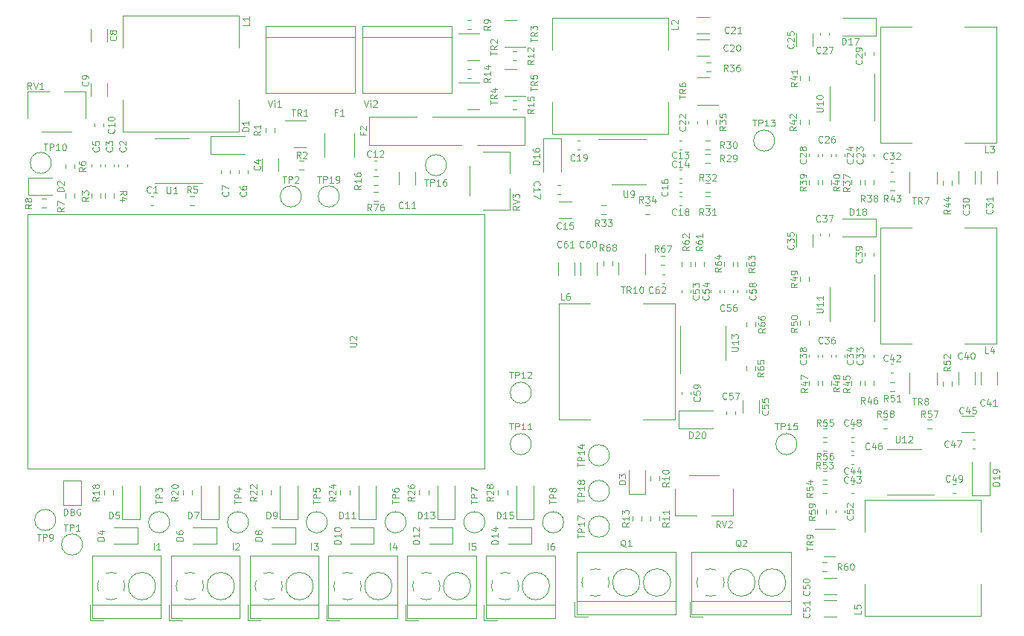
<source format=gto>
%TF.GenerationSoftware,KiCad,Pcbnew,7.0.10*%
%TF.CreationDate,2024-02-13T14:16:51+07:00*%
%TF.ProjectId,AniSignage v2,416e6953-6967-46e6-9167-652076322e6b,rev?*%
%TF.SameCoordinates,Original*%
%TF.FileFunction,Legend,Top*%
%TF.FilePolarity,Positive*%
%FSLAX46Y46*%
G04 Gerber Fmt 4.6, Leading zero omitted, Abs format (unit mm)*
G04 Created by KiCad (PCBNEW 7.0.10) date 2024-02-13 14:16:51*
%MOMM*%
%LPD*%
G01*
G04 APERTURE LIST*
%ADD10C,0.125000*%
%ADD11C,0.120000*%
G04 APERTURE END LIST*
D10*
X136484464Y-57632143D02*
X136127321Y-57882143D01*
X136484464Y-58060714D02*
X135734464Y-58060714D01*
X135734464Y-58060714D02*
X135734464Y-57775000D01*
X135734464Y-57775000D02*
X135770178Y-57703571D01*
X135770178Y-57703571D02*
X135805892Y-57667857D01*
X135805892Y-57667857D02*
X135877321Y-57632143D01*
X135877321Y-57632143D02*
X135984464Y-57632143D01*
X135984464Y-57632143D02*
X136055892Y-57667857D01*
X136055892Y-57667857D02*
X136091607Y-57703571D01*
X136091607Y-57703571D02*
X136127321Y-57775000D01*
X136127321Y-57775000D02*
X136127321Y-58060714D01*
X136484464Y-56917857D02*
X136484464Y-57346428D01*
X136484464Y-57132143D02*
X135734464Y-57132143D01*
X135734464Y-57132143D02*
X135841607Y-57203571D01*
X135841607Y-57203571D02*
X135913035Y-57275000D01*
X135913035Y-57275000D02*
X135948750Y-57346428D01*
X135984464Y-56275000D02*
X136484464Y-56275000D01*
X135698750Y-56453571D02*
X136234464Y-56632142D01*
X136234464Y-56632142D02*
X136234464Y-56167857D01*
X113880071Y-61198464D02*
X114308643Y-61198464D01*
X114094357Y-61948464D02*
X114094357Y-61198464D01*
X114987214Y-61948464D02*
X114737214Y-61591321D01*
X114558643Y-61948464D02*
X114558643Y-61198464D01*
X114558643Y-61198464D02*
X114844357Y-61198464D01*
X114844357Y-61198464D02*
X114915786Y-61234178D01*
X114915786Y-61234178D02*
X114951500Y-61269892D01*
X114951500Y-61269892D02*
X114987214Y-61341321D01*
X114987214Y-61341321D02*
X114987214Y-61448464D01*
X114987214Y-61448464D02*
X114951500Y-61519892D01*
X114951500Y-61519892D02*
X114915786Y-61555607D01*
X114915786Y-61555607D02*
X114844357Y-61591321D01*
X114844357Y-61591321D02*
X114558643Y-61591321D01*
X115701500Y-61948464D02*
X115272929Y-61948464D01*
X115487214Y-61948464D02*
X115487214Y-61198464D01*
X115487214Y-61198464D02*
X115415786Y-61305607D01*
X115415786Y-61305607D02*
X115344357Y-61377035D01*
X115344357Y-61377035D02*
X115272929Y-61412750D01*
X128266943Y-107782464D02*
X128266943Y-107032464D01*
X128266943Y-107032464D02*
X128445514Y-107032464D01*
X128445514Y-107032464D02*
X128552657Y-107068178D01*
X128552657Y-107068178D02*
X128624086Y-107139607D01*
X128624086Y-107139607D02*
X128659800Y-107211035D01*
X128659800Y-107211035D02*
X128695514Y-107353892D01*
X128695514Y-107353892D02*
X128695514Y-107461035D01*
X128695514Y-107461035D02*
X128659800Y-107603892D01*
X128659800Y-107603892D02*
X128624086Y-107675321D01*
X128624086Y-107675321D02*
X128552657Y-107746750D01*
X128552657Y-107746750D02*
X128445514Y-107782464D01*
X128445514Y-107782464D02*
X128266943Y-107782464D01*
X129409800Y-107782464D02*
X128981229Y-107782464D01*
X129195514Y-107782464D02*
X129195514Y-107032464D01*
X129195514Y-107032464D02*
X129124086Y-107139607D01*
X129124086Y-107139607D02*
X129052657Y-107211035D01*
X129052657Y-107211035D02*
X128981229Y-107246750D01*
X129659800Y-107032464D02*
X130124086Y-107032464D01*
X130124086Y-107032464D02*
X129874086Y-107318178D01*
X129874086Y-107318178D02*
X129981229Y-107318178D01*
X129981229Y-107318178D02*
X130052658Y-107353892D01*
X130052658Y-107353892D02*
X130088372Y-107389607D01*
X130088372Y-107389607D02*
X130124086Y-107461035D01*
X130124086Y-107461035D02*
X130124086Y-107639607D01*
X130124086Y-107639607D02*
X130088372Y-107711035D01*
X130088372Y-107711035D02*
X130052658Y-107746750D01*
X130052658Y-107746750D02*
X129981229Y-107782464D01*
X129981229Y-107782464D02*
X129766943Y-107782464D01*
X129766943Y-107782464D02*
X129695515Y-107746750D01*
X129695515Y-107746750D02*
X129659800Y-107711035D01*
X137368939Y-110638714D02*
X136618939Y-110638714D01*
X136618939Y-110638714D02*
X136618939Y-110460143D01*
X136618939Y-110460143D02*
X136654653Y-110353000D01*
X136654653Y-110353000D02*
X136726082Y-110281571D01*
X136726082Y-110281571D02*
X136797510Y-110245857D01*
X136797510Y-110245857D02*
X136940367Y-110210143D01*
X136940367Y-110210143D02*
X137047510Y-110210143D01*
X137047510Y-110210143D02*
X137190367Y-110245857D01*
X137190367Y-110245857D02*
X137261796Y-110281571D01*
X137261796Y-110281571D02*
X137333225Y-110353000D01*
X137333225Y-110353000D02*
X137368939Y-110460143D01*
X137368939Y-110460143D02*
X137368939Y-110638714D01*
X137368939Y-109495857D02*
X137368939Y-109924428D01*
X137368939Y-109710143D02*
X136618939Y-109710143D01*
X136618939Y-109710143D02*
X136726082Y-109781571D01*
X136726082Y-109781571D02*
X136797510Y-109853000D01*
X136797510Y-109853000D02*
X136833225Y-109924428D01*
X136868939Y-108853000D02*
X137368939Y-108853000D01*
X136583225Y-109031571D02*
X137118939Y-109210142D01*
X137118939Y-109210142D02*
X137118939Y-108745857D01*
X102430999Y-70698464D02*
X102180999Y-70341321D01*
X102002428Y-70698464D02*
X102002428Y-69948464D01*
X102002428Y-69948464D02*
X102288142Y-69948464D01*
X102288142Y-69948464D02*
X102359571Y-69984178D01*
X102359571Y-69984178D02*
X102395285Y-70019892D01*
X102395285Y-70019892D02*
X102430999Y-70091321D01*
X102430999Y-70091321D02*
X102430999Y-70198464D01*
X102430999Y-70198464D02*
X102395285Y-70269892D01*
X102395285Y-70269892D02*
X102359571Y-70305607D01*
X102359571Y-70305607D02*
X102288142Y-70341321D01*
X102288142Y-70341321D02*
X102002428Y-70341321D01*
X103109571Y-69948464D02*
X102752428Y-69948464D01*
X102752428Y-69948464D02*
X102716714Y-70305607D01*
X102716714Y-70305607D02*
X102752428Y-70269892D01*
X102752428Y-70269892D02*
X102823857Y-70234178D01*
X102823857Y-70234178D02*
X103002428Y-70234178D01*
X103002428Y-70234178D02*
X103073857Y-70269892D01*
X103073857Y-70269892D02*
X103109571Y-70305607D01*
X103109571Y-70305607D02*
X103145285Y-70377035D01*
X103145285Y-70377035D02*
X103145285Y-70555607D01*
X103145285Y-70555607D02*
X103109571Y-70627035D01*
X103109571Y-70627035D02*
X103073857Y-70662750D01*
X103073857Y-70662750D02*
X103002428Y-70698464D01*
X103002428Y-70698464D02*
X102823857Y-70698464D01*
X102823857Y-70698464D02*
X102752428Y-70662750D01*
X102752428Y-70662750D02*
X102716714Y-70627035D01*
X161305035Y-82397143D02*
X161340750Y-82432857D01*
X161340750Y-82432857D02*
X161376464Y-82540000D01*
X161376464Y-82540000D02*
X161376464Y-82611428D01*
X161376464Y-82611428D02*
X161340750Y-82718571D01*
X161340750Y-82718571D02*
X161269321Y-82790000D01*
X161269321Y-82790000D02*
X161197892Y-82825714D01*
X161197892Y-82825714D02*
X161055035Y-82861428D01*
X161055035Y-82861428D02*
X160947892Y-82861428D01*
X160947892Y-82861428D02*
X160805035Y-82825714D01*
X160805035Y-82825714D02*
X160733607Y-82790000D01*
X160733607Y-82790000D02*
X160662178Y-82718571D01*
X160662178Y-82718571D02*
X160626464Y-82611428D01*
X160626464Y-82611428D02*
X160626464Y-82540000D01*
X160626464Y-82540000D02*
X160662178Y-82432857D01*
X160662178Y-82432857D02*
X160697892Y-82397143D01*
X160626464Y-81718571D02*
X160626464Y-82075714D01*
X160626464Y-82075714D02*
X160983607Y-82111428D01*
X160983607Y-82111428D02*
X160947892Y-82075714D01*
X160947892Y-82075714D02*
X160912178Y-82004286D01*
X160912178Y-82004286D02*
X160912178Y-81825714D01*
X160912178Y-81825714D02*
X160947892Y-81754286D01*
X160947892Y-81754286D02*
X160983607Y-81718571D01*
X160983607Y-81718571D02*
X161055035Y-81682857D01*
X161055035Y-81682857D02*
X161233607Y-81682857D01*
X161233607Y-81682857D02*
X161305035Y-81718571D01*
X161305035Y-81718571D02*
X161340750Y-81754286D01*
X161340750Y-81754286D02*
X161376464Y-81825714D01*
X161376464Y-81825714D02*
X161376464Y-82004286D01*
X161376464Y-82004286D02*
X161340750Y-82075714D01*
X161340750Y-82075714D02*
X161305035Y-82111428D01*
X160876464Y-81040000D02*
X161376464Y-81040000D01*
X160590750Y-81218571D02*
X161126464Y-81397142D01*
X161126464Y-81397142D02*
X161126464Y-80932857D01*
X125090742Y-111338464D02*
X125090742Y-110588464D01*
X125769314Y-110838464D02*
X125769314Y-111338464D01*
X125590742Y-110552750D02*
X125412171Y-111088464D01*
X125412171Y-111088464D02*
X125876456Y-111088464D01*
X173187464Y-104876143D02*
X172830321Y-105126143D01*
X173187464Y-105304714D02*
X172437464Y-105304714D01*
X172437464Y-105304714D02*
X172437464Y-105019000D01*
X172437464Y-105019000D02*
X172473178Y-104947571D01*
X172473178Y-104947571D02*
X172508892Y-104911857D01*
X172508892Y-104911857D02*
X172580321Y-104876143D01*
X172580321Y-104876143D02*
X172687464Y-104876143D01*
X172687464Y-104876143D02*
X172758892Y-104911857D01*
X172758892Y-104911857D02*
X172794607Y-104947571D01*
X172794607Y-104947571D02*
X172830321Y-105019000D01*
X172830321Y-105019000D02*
X172830321Y-105304714D01*
X172437464Y-104197571D02*
X172437464Y-104554714D01*
X172437464Y-104554714D02*
X172794607Y-104590428D01*
X172794607Y-104590428D02*
X172758892Y-104554714D01*
X172758892Y-104554714D02*
X172723178Y-104483286D01*
X172723178Y-104483286D02*
X172723178Y-104304714D01*
X172723178Y-104304714D02*
X172758892Y-104233286D01*
X172758892Y-104233286D02*
X172794607Y-104197571D01*
X172794607Y-104197571D02*
X172866035Y-104161857D01*
X172866035Y-104161857D02*
X173044607Y-104161857D01*
X173044607Y-104161857D02*
X173116035Y-104197571D01*
X173116035Y-104197571D02*
X173151750Y-104233286D01*
X173151750Y-104233286D02*
X173187464Y-104304714D01*
X173187464Y-104304714D02*
X173187464Y-104483286D01*
X173187464Y-104483286D02*
X173151750Y-104554714D01*
X173151750Y-104554714D02*
X173116035Y-104590428D01*
X172687464Y-103519000D02*
X173187464Y-103519000D01*
X172401750Y-103697571D02*
X172937464Y-103876142D01*
X172937464Y-103876142D02*
X172937464Y-103411857D01*
X107160152Y-111338464D02*
X107160152Y-110588464D01*
X107481581Y-110659892D02*
X107517295Y-110624178D01*
X107517295Y-110624178D02*
X107588724Y-110588464D01*
X107588724Y-110588464D02*
X107767295Y-110588464D01*
X107767295Y-110588464D02*
X107838724Y-110624178D01*
X107838724Y-110624178D02*
X107874438Y-110659892D01*
X107874438Y-110659892D02*
X107910152Y-110731321D01*
X107910152Y-110731321D02*
X107910152Y-110802750D01*
X107910152Y-110802750D02*
X107874438Y-110909892D01*
X107874438Y-110909892D02*
X107445866Y-111338464D01*
X107445866Y-111338464D02*
X107910152Y-111338464D01*
X174269856Y-64912035D02*
X174234142Y-64947750D01*
X174234142Y-64947750D02*
X174126999Y-64983464D01*
X174126999Y-64983464D02*
X174055571Y-64983464D01*
X174055571Y-64983464D02*
X173948428Y-64947750D01*
X173948428Y-64947750D02*
X173876999Y-64876321D01*
X173876999Y-64876321D02*
X173841285Y-64804892D01*
X173841285Y-64804892D02*
X173805571Y-64662035D01*
X173805571Y-64662035D02*
X173805571Y-64554892D01*
X173805571Y-64554892D02*
X173841285Y-64412035D01*
X173841285Y-64412035D02*
X173876999Y-64340607D01*
X173876999Y-64340607D02*
X173948428Y-64269178D01*
X173948428Y-64269178D02*
X174055571Y-64233464D01*
X174055571Y-64233464D02*
X174126999Y-64233464D01*
X174126999Y-64233464D02*
X174234142Y-64269178D01*
X174234142Y-64269178D02*
X174269856Y-64304892D01*
X174555571Y-64304892D02*
X174591285Y-64269178D01*
X174591285Y-64269178D02*
X174662714Y-64233464D01*
X174662714Y-64233464D02*
X174841285Y-64233464D01*
X174841285Y-64233464D02*
X174912714Y-64269178D01*
X174912714Y-64269178D02*
X174948428Y-64304892D01*
X174948428Y-64304892D02*
X174984142Y-64376321D01*
X174984142Y-64376321D02*
X174984142Y-64447750D01*
X174984142Y-64447750D02*
X174948428Y-64554892D01*
X174948428Y-64554892D02*
X174519856Y-64983464D01*
X174519856Y-64983464D02*
X174984142Y-64983464D01*
X175627000Y-64233464D02*
X175484142Y-64233464D01*
X175484142Y-64233464D02*
X175412714Y-64269178D01*
X175412714Y-64269178D02*
X175377000Y-64304892D01*
X175377000Y-64304892D02*
X175305571Y-64412035D01*
X175305571Y-64412035D02*
X175269857Y-64554892D01*
X175269857Y-64554892D02*
X175269857Y-64840607D01*
X175269857Y-64840607D02*
X175305571Y-64912035D01*
X175305571Y-64912035D02*
X175341285Y-64947750D01*
X175341285Y-64947750D02*
X175412714Y-64983464D01*
X175412714Y-64983464D02*
X175555571Y-64983464D01*
X175555571Y-64983464D02*
X175627000Y-64947750D01*
X175627000Y-64947750D02*
X175662714Y-64912035D01*
X175662714Y-64912035D02*
X175698428Y-64840607D01*
X175698428Y-64840607D02*
X175698428Y-64662035D01*
X175698428Y-64662035D02*
X175662714Y-64590607D01*
X175662714Y-64590607D02*
X175627000Y-64554892D01*
X175627000Y-64554892D02*
X175555571Y-64519178D01*
X175555571Y-64519178D02*
X175412714Y-64519178D01*
X175412714Y-64519178D02*
X175341285Y-64554892D01*
X175341285Y-64554892D02*
X175305571Y-64590607D01*
X175305571Y-64590607D02*
X175269857Y-64662035D01*
X172425464Y-70015143D02*
X172068321Y-70265143D01*
X172425464Y-70443714D02*
X171675464Y-70443714D01*
X171675464Y-70443714D02*
X171675464Y-70158000D01*
X171675464Y-70158000D02*
X171711178Y-70086571D01*
X171711178Y-70086571D02*
X171746892Y-70050857D01*
X171746892Y-70050857D02*
X171818321Y-70015143D01*
X171818321Y-70015143D02*
X171925464Y-70015143D01*
X171925464Y-70015143D02*
X171996892Y-70050857D01*
X171996892Y-70050857D02*
X172032607Y-70086571D01*
X172032607Y-70086571D02*
X172068321Y-70158000D01*
X172068321Y-70158000D02*
X172068321Y-70443714D01*
X171675464Y-69765143D02*
X171675464Y-69300857D01*
X171675464Y-69300857D02*
X171961178Y-69550857D01*
X171961178Y-69550857D02*
X171961178Y-69443714D01*
X171961178Y-69443714D02*
X171996892Y-69372286D01*
X171996892Y-69372286D02*
X172032607Y-69336571D01*
X172032607Y-69336571D02*
X172104035Y-69300857D01*
X172104035Y-69300857D02*
X172282607Y-69300857D01*
X172282607Y-69300857D02*
X172354035Y-69336571D01*
X172354035Y-69336571D02*
X172389750Y-69372286D01*
X172389750Y-69372286D02*
X172425464Y-69443714D01*
X172425464Y-69443714D02*
X172425464Y-69658000D01*
X172425464Y-69658000D02*
X172389750Y-69729428D01*
X172389750Y-69729428D02*
X172354035Y-69765143D01*
X172425464Y-68943714D02*
X172425464Y-68800857D01*
X172425464Y-68800857D02*
X172389750Y-68729428D01*
X172389750Y-68729428D02*
X172354035Y-68693714D01*
X172354035Y-68693714D02*
X172246892Y-68622285D01*
X172246892Y-68622285D02*
X172104035Y-68586571D01*
X172104035Y-68586571D02*
X171818321Y-68586571D01*
X171818321Y-68586571D02*
X171746892Y-68622285D01*
X171746892Y-68622285D02*
X171711178Y-68658000D01*
X171711178Y-68658000D02*
X171675464Y-68729428D01*
X171675464Y-68729428D02*
X171675464Y-68872285D01*
X171675464Y-68872285D02*
X171711178Y-68943714D01*
X171711178Y-68943714D02*
X171746892Y-68979428D01*
X171746892Y-68979428D02*
X171818321Y-69015142D01*
X171818321Y-69015142D02*
X171996892Y-69015142D01*
X171996892Y-69015142D02*
X172068321Y-68979428D01*
X172068321Y-68979428D02*
X172104035Y-68943714D01*
X172104035Y-68943714D02*
X172139750Y-68872285D01*
X172139750Y-68872285D02*
X172139750Y-68729428D01*
X172139750Y-68729428D02*
X172104035Y-68658000D01*
X172104035Y-68658000D02*
X172068321Y-68622285D01*
X172068321Y-68622285D02*
X171996892Y-68586571D01*
X178704035Y-55600143D02*
X178739750Y-55635857D01*
X178739750Y-55635857D02*
X178775464Y-55743000D01*
X178775464Y-55743000D02*
X178775464Y-55814428D01*
X178775464Y-55814428D02*
X178739750Y-55921571D01*
X178739750Y-55921571D02*
X178668321Y-55993000D01*
X178668321Y-55993000D02*
X178596892Y-56028714D01*
X178596892Y-56028714D02*
X178454035Y-56064428D01*
X178454035Y-56064428D02*
X178346892Y-56064428D01*
X178346892Y-56064428D02*
X178204035Y-56028714D01*
X178204035Y-56028714D02*
X178132607Y-55993000D01*
X178132607Y-55993000D02*
X178061178Y-55921571D01*
X178061178Y-55921571D02*
X178025464Y-55814428D01*
X178025464Y-55814428D02*
X178025464Y-55743000D01*
X178025464Y-55743000D02*
X178061178Y-55635857D01*
X178061178Y-55635857D02*
X178096892Y-55600143D01*
X178096892Y-55314428D02*
X178061178Y-55278714D01*
X178061178Y-55278714D02*
X178025464Y-55207286D01*
X178025464Y-55207286D02*
X178025464Y-55028714D01*
X178025464Y-55028714D02*
X178061178Y-54957286D01*
X178061178Y-54957286D02*
X178096892Y-54921571D01*
X178096892Y-54921571D02*
X178168321Y-54885857D01*
X178168321Y-54885857D02*
X178239750Y-54885857D01*
X178239750Y-54885857D02*
X178346892Y-54921571D01*
X178346892Y-54921571D02*
X178775464Y-55350143D01*
X178775464Y-55350143D02*
X178775464Y-54885857D01*
X178775464Y-54528714D02*
X178775464Y-54385857D01*
X178775464Y-54385857D02*
X178739750Y-54314428D01*
X178739750Y-54314428D02*
X178704035Y-54278714D01*
X178704035Y-54278714D02*
X178596892Y-54207285D01*
X178596892Y-54207285D02*
X178454035Y-54171571D01*
X178454035Y-54171571D02*
X178168321Y-54171571D01*
X178168321Y-54171571D02*
X178096892Y-54207285D01*
X178096892Y-54207285D02*
X178061178Y-54243000D01*
X178061178Y-54243000D02*
X178025464Y-54314428D01*
X178025464Y-54314428D02*
X178025464Y-54457285D01*
X178025464Y-54457285D02*
X178061178Y-54528714D01*
X178061178Y-54528714D02*
X178096892Y-54564428D01*
X178096892Y-54564428D02*
X178168321Y-54600142D01*
X178168321Y-54600142D02*
X178346892Y-54600142D01*
X178346892Y-54600142D02*
X178418321Y-54564428D01*
X178418321Y-54564428D02*
X178454035Y-54528714D01*
X178454035Y-54528714D02*
X178489750Y-54457285D01*
X178489750Y-54457285D02*
X178489750Y-54314428D01*
X178489750Y-54314428D02*
X178454035Y-54243000D01*
X178454035Y-54243000D02*
X178418321Y-54207285D01*
X178418321Y-54207285D02*
X178346892Y-54171571D01*
X173580464Y-61487571D02*
X174187607Y-61487571D01*
X174187607Y-61487571D02*
X174259035Y-61451857D01*
X174259035Y-61451857D02*
X174294750Y-61416143D01*
X174294750Y-61416143D02*
X174330464Y-61344714D01*
X174330464Y-61344714D02*
X174330464Y-61201857D01*
X174330464Y-61201857D02*
X174294750Y-61130428D01*
X174294750Y-61130428D02*
X174259035Y-61094714D01*
X174259035Y-61094714D02*
X174187607Y-61059000D01*
X174187607Y-61059000D02*
X173580464Y-61059000D01*
X174330464Y-60309000D02*
X174330464Y-60737571D01*
X174330464Y-60523286D02*
X173580464Y-60523286D01*
X173580464Y-60523286D02*
X173687607Y-60594714D01*
X173687607Y-60594714D02*
X173759035Y-60666143D01*
X173759035Y-60666143D02*
X173794750Y-60737571D01*
X173580464Y-59844714D02*
X173580464Y-59773285D01*
X173580464Y-59773285D02*
X173616178Y-59701857D01*
X173616178Y-59701857D02*
X173651892Y-59666143D01*
X173651892Y-59666143D02*
X173723321Y-59630428D01*
X173723321Y-59630428D02*
X173866178Y-59594714D01*
X173866178Y-59594714D02*
X174044750Y-59594714D01*
X174044750Y-59594714D02*
X174187607Y-59630428D01*
X174187607Y-59630428D02*
X174259035Y-59666143D01*
X174259035Y-59666143D02*
X174294750Y-59701857D01*
X174294750Y-59701857D02*
X174330464Y-59773285D01*
X174330464Y-59773285D02*
X174330464Y-59844714D01*
X174330464Y-59844714D02*
X174294750Y-59916143D01*
X174294750Y-59916143D02*
X174259035Y-59951857D01*
X174259035Y-59951857D02*
X174187607Y-59987571D01*
X174187607Y-59987571D02*
X174044750Y-60023285D01*
X174044750Y-60023285D02*
X173866178Y-60023285D01*
X173866178Y-60023285D02*
X173723321Y-59987571D01*
X173723321Y-59987571D02*
X173651892Y-59951857D01*
X173651892Y-59951857D02*
X173616178Y-59916143D01*
X173616178Y-59916143D02*
X173580464Y-59844714D01*
X163347856Y-94122035D02*
X163312142Y-94157750D01*
X163312142Y-94157750D02*
X163204999Y-94193464D01*
X163204999Y-94193464D02*
X163133571Y-94193464D01*
X163133571Y-94193464D02*
X163026428Y-94157750D01*
X163026428Y-94157750D02*
X162954999Y-94086321D01*
X162954999Y-94086321D02*
X162919285Y-94014892D01*
X162919285Y-94014892D02*
X162883571Y-93872035D01*
X162883571Y-93872035D02*
X162883571Y-93764892D01*
X162883571Y-93764892D02*
X162919285Y-93622035D01*
X162919285Y-93622035D02*
X162954999Y-93550607D01*
X162954999Y-93550607D02*
X163026428Y-93479178D01*
X163026428Y-93479178D02*
X163133571Y-93443464D01*
X163133571Y-93443464D02*
X163204999Y-93443464D01*
X163204999Y-93443464D02*
X163312142Y-93479178D01*
X163312142Y-93479178D02*
X163347856Y-93514892D01*
X164026428Y-93443464D02*
X163669285Y-93443464D01*
X163669285Y-93443464D02*
X163633571Y-93800607D01*
X163633571Y-93800607D02*
X163669285Y-93764892D01*
X163669285Y-93764892D02*
X163740714Y-93729178D01*
X163740714Y-93729178D02*
X163919285Y-93729178D01*
X163919285Y-93729178D02*
X163990714Y-93764892D01*
X163990714Y-93764892D02*
X164026428Y-93800607D01*
X164026428Y-93800607D02*
X164062142Y-93872035D01*
X164062142Y-93872035D02*
X164062142Y-94050607D01*
X164062142Y-94050607D02*
X164026428Y-94122035D01*
X164026428Y-94122035D02*
X163990714Y-94157750D01*
X163990714Y-94157750D02*
X163919285Y-94193464D01*
X163919285Y-94193464D02*
X163740714Y-94193464D01*
X163740714Y-94193464D02*
X163669285Y-94157750D01*
X163669285Y-94157750D02*
X163633571Y-94122035D01*
X164312142Y-93443464D02*
X164812142Y-93443464D01*
X164812142Y-93443464D02*
X164490714Y-94193464D01*
X157620856Y-73167035D02*
X157585142Y-73202750D01*
X157585142Y-73202750D02*
X157477999Y-73238464D01*
X157477999Y-73238464D02*
X157406571Y-73238464D01*
X157406571Y-73238464D02*
X157299428Y-73202750D01*
X157299428Y-73202750D02*
X157227999Y-73131321D01*
X157227999Y-73131321D02*
X157192285Y-73059892D01*
X157192285Y-73059892D02*
X157156571Y-72917035D01*
X157156571Y-72917035D02*
X157156571Y-72809892D01*
X157156571Y-72809892D02*
X157192285Y-72667035D01*
X157192285Y-72667035D02*
X157227999Y-72595607D01*
X157227999Y-72595607D02*
X157299428Y-72524178D01*
X157299428Y-72524178D02*
X157406571Y-72488464D01*
X157406571Y-72488464D02*
X157477999Y-72488464D01*
X157477999Y-72488464D02*
X157585142Y-72524178D01*
X157585142Y-72524178D02*
X157620856Y-72559892D01*
X158335142Y-73238464D02*
X157906571Y-73238464D01*
X158120856Y-73238464D02*
X158120856Y-72488464D01*
X158120856Y-72488464D02*
X158049428Y-72595607D01*
X158049428Y-72595607D02*
X157977999Y-72667035D01*
X157977999Y-72667035D02*
X157906571Y-72702750D01*
X158763714Y-72809892D02*
X158692285Y-72774178D01*
X158692285Y-72774178D02*
X158656571Y-72738464D01*
X158656571Y-72738464D02*
X158620857Y-72667035D01*
X158620857Y-72667035D02*
X158620857Y-72631321D01*
X158620857Y-72631321D02*
X158656571Y-72559892D01*
X158656571Y-72559892D02*
X158692285Y-72524178D01*
X158692285Y-72524178D02*
X158763714Y-72488464D01*
X158763714Y-72488464D02*
X158906571Y-72488464D01*
X158906571Y-72488464D02*
X158978000Y-72524178D01*
X158978000Y-72524178D02*
X159013714Y-72559892D01*
X159013714Y-72559892D02*
X159049428Y-72631321D01*
X159049428Y-72631321D02*
X159049428Y-72667035D01*
X159049428Y-72667035D02*
X159013714Y-72738464D01*
X159013714Y-72738464D02*
X158978000Y-72774178D01*
X158978000Y-72774178D02*
X158906571Y-72809892D01*
X158906571Y-72809892D02*
X158763714Y-72809892D01*
X158763714Y-72809892D02*
X158692285Y-72845607D01*
X158692285Y-72845607D02*
X158656571Y-72881321D01*
X158656571Y-72881321D02*
X158620857Y-72952750D01*
X158620857Y-72952750D02*
X158620857Y-73095607D01*
X158620857Y-73095607D02*
X158656571Y-73167035D01*
X158656571Y-73167035D02*
X158692285Y-73202750D01*
X158692285Y-73202750D02*
X158763714Y-73238464D01*
X158763714Y-73238464D02*
X158906571Y-73238464D01*
X158906571Y-73238464D02*
X158978000Y-73202750D01*
X158978000Y-73202750D02*
X159013714Y-73167035D01*
X159013714Y-73167035D02*
X159049428Y-73095607D01*
X159049428Y-73095607D02*
X159049428Y-72952750D01*
X159049428Y-72952750D02*
X159013714Y-72881321D01*
X159013714Y-72881321D02*
X158978000Y-72845607D01*
X158978000Y-72845607D02*
X158906571Y-72809892D01*
X176508285Y-53807464D02*
X176508285Y-53057464D01*
X176508285Y-53057464D02*
X176686856Y-53057464D01*
X176686856Y-53057464D02*
X176793999Y-53093178D01*
X176793999Y-53093178D02*
X176865428Y-53164607D01*
X176865428Y-53164607D02*
X176901142Y-53236035D01*
X176901142Y-53236035D02*
X176936856Y-53378892D01*
X176936856Y-53378892D02*
X176936856Y-53486035D01*
X176936856Y-53486035D02*
X176901142Y-53628892D01*
X176901142Y-53628892D02*
X176865428Y-53700321D01*
X176865428Y-53700321D02*
X176793999Y-53771750D01*
X176793999Y-53771750D02*
X176686856Y-53807464D01*
X176686856Y-53807464D02*
X176508285Y-53807464D01*
X177651142Y-53807464D02*
X177222571Y-53807464D01*
X177436856Y-53807464D02*
X177436856Y-53057464D01*
X177436856Y-53057464D02*
X177365428Y-53164607D01*
X177365428Y-53164607D02*
X177293999Y-53236035D01*
X177293999Y-53236035D02*
X177222571Y-53271750D01*
X177901142Y-53057464D02*
X178401142Y-53057464D01*
X178401142Y-53057464D02*
X178079714Y-53807464D01*
X159090464Y-76809143D02*
X158733321Y-77059143D01*
X159090464Y-77237714D02*
X158340464Y-77237714D01*
X158340464Y-77237714D02*
X158340464Y-76952000D01*
X158340464Y-76952000D02*
X158376178Y-76880571D01*
X158376178Y-76880571D02*
X158411892Y-76844857D01*
X158411892Y-76844857D02*
X158483321Y-76809143D01*
X158483321Y-76809143D02*
X158590464Y-76809143D01*
X158590464Y-76809143D02*
X158661892Y-76844857D01*
X158661892Y-76844857D02*
X158697607Y-76880571D01*
X158697607Y-76880571D02*
X158733321Y-76952000D01*
X158733321Y-76952000D02*
X158733321Y-77237714D01*
X158340464Y-76166286D02*
X158340464Y-76309143D01*
X158340464Y-76309143D02*
X158376178Y-76380571D01*
X158376178Y-76380571D02*
X158411892Y-76416286D01*
X158411892Y-76416286D02*
X158519035Y-76487714D01*
X158519035Y-76487714D02*
X158661892Y-76523428D01*
X158661892Y-76523428D02*
X158947607Y-76523428D01*
X158947607Y-76523428D02*
X159019035Y-76487714D01*
X159019035Y-76487714D02*
X159054750Y-76452000D01*
X159054750Y-76452000D02*
X159090464Y-76380571D01*
X159090464Y-76380571D02*
X159090464Y-76237714D01*
X159090464Y-76237714D02*
X159054750Y-76166286D01*
X159054750Y-76166286D02*
X159019035Y-76130571D01*
X159019035Y-76130571D02*
X158947607Y-76094857D01*
X158947607Y-76094857D02*
X158769035Y-76094857D01*
X158769035Y-76094857D02*
X158697607Y-76130571D01*
X158697607Y-76130571D02*
X158661892Y-76166286D01*
X158661892Y-76166286D02*
X158626178Y-76237714D01*
X158626178Y-76237714D02*
X158626178Y-76380571D01*
X158626178Y-76380571D02*
X158661892Y-76452000D01*
X158661892Y-76452000D02*
X158697607Y-76487714D01*
X158697607Y-76487714D02*
X158769035Y-76523428D01*
X158411892Y-75809142D02*
X158376178Y-75773428D01*
X158376178Y-75773428D02*
X158340464Y-75702000D01*
X158340464Y-75702000D02*
X158340464Y-75523428D01*
X158340464Y-75523428D02*
X158376178Y-75452000D01*
X158376178Y-75452000D02*
X158411892Y-75416285D01*
X158411892Y-75416285D02*
X158483321Y-75380571D01*
X158483321Y-75380571D02*
X158554750Y-75380571D01*
X158554750Y-75380571D02*
X158661892Y-75416285D01*
X158661892Y-75416285D02*
X159090464Y-75844857D01*
X159090464Y-75844857D02*
X159090464Y-75380571D01*
X151681571Y-70456464D02*
X151681571Y-71063607D01*
X151681571Y-71063607D02*
X151717285Y-71135035D01*
X151717285Y-71135035D02*
X151753000Y-71170750D01*
X151753000Y-71170750D02*
X151824428Y-71206464D01*
X151824428Y-71206464D02*
X151967285Y-71206464D01*
X151967285Y-71206464D02*
X152038714Y-71170750D01*
X152038714Y-71170750D02*
X152074428Y-71135035D01*
X152074428Y-71135035D02*
X152110142Y-71063607D01*
X152110142Y-71063607D02*
X152110142Y-70456464D01*
X152502999Y-71206464D02*
X152645856Y-71206464D01*
X152645856Y-71206464D02*
X152717285Y-71170750D01*
X152717285Y-71170750D02*
X152752999Y-71135035D01*
X152752999Y-71135035D02*
X152824428Y-71027892D01*
X152824428Y-71027892D02*
X152860142Y-70885035D01*
X152860142Y-70885035D02*
X152860142Y-70599321D01*
X152860142Y-70599321D02*
X152824428Y-70527892D01*
X152824428Y-70527892D02*
X152788714Y-70492178D01*
X152788714Y-70492178D02*
X152717285Y-70456464D01*
X152717285Y-70456464D02*
X152574428Y-70456464D01*
X152574428Y-70456464D02*
X152502999Y-70492178D01*
X152502999Y-70492178D02*
X152467285Y-70527892D01*
X152467285Y-70527892D02*
X152431571Y-70599321D01*
X152431571Y-70599321D02*
X152431571Y-70777892D01*
X152431571Y-70777892D02*
X152467285Y-70849321D01*
X152467285Y-70849321D02*
X152502999Y-70885035D01*
X152502999Y-70885035D02*
X152574428Y-70920750D01*
X152574428Y-70920750D02*
X152717285Y-70920750D01*
X152717285Y-70920750D02*
X152788714Y-70885035D01*
X152788714Y-70885035D02*
X152824428Y-70849321D01*
X152824428Y-70849321D02*
X152860142Y-70777892D01*
X177688035Y-89751143D02*
X177723750Y-89786857D01*
X177723750Y-89786857D02*
X177759464Y-89894000D01*
X177759464Y-89894000D02*
X177759464Y-89965428D01*
X177759464Y-89965428D02*
X177723750Y-90072571D01*
X177723750Y-90072571D02*
X177652321Y-90144000D01*
X177652321Y-90144000D02*
X177580892Y-90179714D01*
X177580892Y-90179714D02*
X177438035Y-90215428D01*
X177438035Y-90215428D02*
X177330892Y-90215428D01*
X177330892Y-90215428D02*
X177188035Y-90179714D01*
X177188035Y-90179714D02*
X177116607Y-90144000D01*
X177116607Y-90144000D02*
X177045178Y-90072571D01*
X177045178Y-90072571D02*
X177009464Y-89965428D01*
X177009464Y-89965428D02*
X177009464Y-89894000D01*
X177009464Y-89894000D02*
X177045178Y-89786857D01*
X177045178Y-89786857D02*
X177080892Y-89751143D01*
X177009464Y-89501143D02*
X177009464Y-89036857D01*
X177009464Y-89036857D02*
X177295178Y-89286857D01*
X177295178Y-89286857D02*
X177295178Y-89179714D01*
X177295178Y-89179714D02*
X177330892Y-89108286D01*
X177330892Y-89108286D02*
X177366607Y-89072571D01*
X177366607Y-89072571D02*
X177438035Y-89036857D01*
X177438035Y-89036857D02*
X177616607Y-89036857D01*
X177616607Y-89036857D02*
X177688035Y-89072571D01*
X177688035Y-89072571D02*
X177723750Y-89108286D01*
X177723750Y-89108286D02*
X177759464Y-89179714D01*
X177759464Y-89179714D02*
X177759464Y-89394000D01*
X177759464Y-89394000D02*
X177723750Y-89465428D01*
X177723750Y-89465428D02*
X177688035Y-89501143D01*
X177259464Y-88394000D02*
X177759464Y-88394000D01*
X176973750Y-88572571D02*
X177509464Y-88751142D01*
X177509464Y-88751142D02*
X177509464Y-88286857D01*
X156804464Y-108241143D02*
X156447321Y-108491143D01*
X156804464Y-108669714D02*
X156054464Y-108669714D01*
X156054464Y-108669714D02*
X156054464Y-108384000D01*
X156054464Y-108384000D02*
X156090178Y-108312571D01*
X156090178Y-108312571D02*
X156125892Y-108276857D01*
X156125892Y-108276857D02*
X156197321Y-108241143D01*
X156197321Y-108241143D02*
X156304464Y-108241143D01*
X156304464Y-108241143D02*
X156375892Y-108276857D01*
X156375892Y-108276857D02*
X156411607Y-108312571D01*
X156411607Y-108312571D02*
X156447321Y-108384000D01*
X156447321Y-108384000D02*
X156447321Y-108669714D01*
X156804464Y-107526857D02*
X156804464Y-107955428D01*
X156804464Y-107741143D02*
X156054464Y-107741143D01*
X156054464Y-107741143D02*
X156161607Y-107812571D01*
X156161607Y-107812571D02*
X156233035Y-107884000D01*
X156233035Y-107884000D02*
X156268750Y-107955428D01*
X156804464Y-106812571D02*
X156804464Y-107241142D01*
X156804464Y-107026857D02*
X156054464Y-107026857D01*
X156054464Y-107026857D02*
X156161607Y-107098285D01*
X156161607Y-107098285D02*
X156233035Y-107169714D01*
X156233035Y-107169714D02*
X156268750Y-107241142D01*
X126517856Y-72405035D02*
X126482142Y-72440750D01*
X126482142Y-72440750D02*
X126374999Y-72476464D01*
X126374999Y-72476464D02*
X126303571Y-72476464D01*
X126303571Y-72476464D02*
X126196428Y-72440750D01*
X126196428Y-72440750D02*
X126124999Y-72369321D01*
X126124999Y-72369321D02*
X126089285Y-72297892D01*
X126089285Y-72297892D02*
X126053571Y-72155035D01*
X126053571Y-72155035D02*
X126053571Y-72047892D01*
X126053571Y-72047892D02*
X126089285Y-71905035D01*
X126089285Y-71905035D02*
X126124999Y-71833607D01*
X126124999Y-71833607D02*
X126196428Y-71762178D01*
X126196428Y-71762178D02*
X126303571Y-71726464D01*
X126303571Y-71726464D02*
X126374999Y-71726464D01*
X126374999Y-71726464D02*
X126482142Y-71762178D01*
X126482142Y-71762178D02*
X126517856Y-71797892D01*
X127232142Y-72476464D02*
X126803571Y-72476464D01*
X127017856Y-72476464D02*
X127017856Y-71726464D01*
X127017856Y-71726464D02*
X126946428Y-71833607D01*
X126946428Y-71833607D02*
X126874999Y-71905035D01*
X126874999Y-71905035D02*
X126803571Y-71940750D01*
X127946428Y-72476464D02*
X127517857Y-72476464D01*
X127732142Y-72476464D02*
X127732142Y-71726464D01*
X127732142Y-71726464D02*
X127660714Y-71833607D01*
X127660714Y-71833607D02*
X127589285Y-71905035D01*
X127589285Y-71905035D02*
X127517857Y-71940750D01*
X163928464Y-88705571D02*
X164535607Y-88705571D01*
X164535607Y-88705571D02*
X164607035Y-88669857D01*
X164607035Y-88669857D02*
X164642750Y-88634143D01*
X164642750Y-88634143D02*
X164678464Y-88562714D01*
X164678464Y-88562714D02*
X164678464Y-88419857D01*
X164678464Y-88419857D02*
X164642750Y-88348428D01*
X164642750Y-88348428D02*
X164607035Y-88312714D01*
X164607035Y-88312714D02*
X164535607Y-88277000D01*
X164535607Y-88277000D02*
X163928464Y-88277000D01*
X164678464Y-87527000D02*
X164678464Y-87955571D01*
X164678464Y-87741286D02*
X163928464Y-87741286D01*
X163928464Y-87741286D02*
X164035607Y-87812714D01*
X164035607Y-87812714D02*
X164107035Y-87884143D01*
X164107035Y-87884143D02*
X164142750Y-87955571D01*
X163928464Y-87277000D02*
X163928464Y-86812714D01*
X163928464Y-86812714D02*
X164214178Y-87062714D01*
X164214178Y-87062714D02*
X164214178Y-86955571D01*
X164214178Y-86955571D02*
X164249892Y-86884143D01*
X164249892Y-86884143D02*
X164285607Y-86848428D01*
X164285607Y-86848428D02*
X164357035Y-86812714D01*
X164357035Y-86812714D02*
X164535607Y-86812714D01*
X164535607Y-86812714D02*
X164607035Y-86848428D01*
X164607035Y-86848428D02*
X164642750Y-86884143D01*
X164642750Y-86884143D02*
X164678464Y-86955571D01*
X164678464Y-86955571D02*
X164678464Y-87169857D01*
X164678464Y-87169857D02*
X164642750Y-87241285D01*
X164642750Y-87241285D02*
X164607035Y-87277000D01*
X160162035Y-82409143D02*
X160197750Y-82444857D01*
X160197750Y-82444857D02*
X160233464Y-82552000D01*
X160233464Y-82552000D02*
X160233464Y-82623428D01*
X160233464Y-82623428D02*
X160197750Y-82730571D01*
X160197750Y-82730571D02*
X160126321Y-82802000D01*
X160126321Y-82802000D02*
X160054892Y-82837714D01*
X160054892Y-82837714D02*
X159912035Y-82873428D01*
X159912035Y-82873428D02*
X159804892Y-82873428D01*
X159804892Y-82873428D02*
X159662035Y-82837714D01*
X159662035Y-82837714D02*
X159590607Y-82802000D01*
X159590607Y-82802000D02*
X159519178Y-82730571D01*
X159519178Y-82730571D02*
X159483464Y-82623428D01*
X159483464Y-82623428D02*
X159483464Y-82552000D01*
X159483464Y-82552000D02*
X159519178Y-82444857D01*
X159519178Y-82444857D02*
X159554892Y-82409143D01*
X159483464Y-81730571D02*
X159483464Y-82087714D01*
X159483464Y-82087714D02*
X159840607Y-82123428D01*
X159840607Y-82123428D02*
X159804892Y-82087714D01*
X159804892Y-82087714D02*
X159769178Y-82016286D01*
X159769178Y-82016286D02*
X159769178Y-81837714D01*
X159769178Y-81837714D02*
X159804892Y-81766286D01*
X159804892Y-81766286D02*
X159840607Y-81730571D01*
X159840607Y-81730571D02*
X159912035Y-81694857D01*
X159912035Y-81694857D02*
X160090607Y-81694857D01*
X160090607Y-81694857D02*
X160162035Y-81730571D01*
X160162035Y-81730571D02*
X160197750Y-81766286D01*
X160197750Y-81766286D02*
X160233464Y-81837714D01*
X160233464Y-81837714D02*
X160233464Y-82016286D01*
X160233464Y-82016286D02*
X160197750Y-82087714D01*
X160197750Y-82087714D02*
X160162035Y-82123428D01*
X159483464Y-81444857D02*
X159483464Y-80980571D01*
X159483464Y-80980571D02*
X159769178Y-81230571D01*
X159769178Y-81230571D02*
X159769178Y-81123428D01*
X159769178Y-81123428D02*
X159804892Y-81052000D01*
X159804892Y-81052000D02*
X159840607Y-81016285D01*
X159840607Y-81016285D02*
X159912035Y-80980571D01*
X159912035Y-80980571D02*
X160090607Y-80980571D01*
X160090607Y-80980571D02*
X160162035Y-81016285D01*
X160162035Y-81016285D02*
X160197750Y-81052000D01*
X160197750Y-81052000D02*
X160233464Y-81123428D01*
X160233464Y-81123428D02*
X160233464Y-81337714D01*
X160233464Y-81337714D02*
X160197750Y-81409142D01*
X160197750Y-81409142D02*
X160162035Y-81444857D01*
X171409464Y-86080143D02*
X171052321Y-86330143D01*
X171409464Y-86508714D02*
X170659464Y-86508714D01*
X170659464Y-86508714D02*
X170659464Y-86223000D01*
X170659464Y-86223000D02*
X170695178Y-86151571D01*
X170695178Y-86151571D02*
X170730892Y-86115857D01*
X170730892Y-86115857D02*
X170802321Y-86080143D01*
X170802321Y-86080143D02*
X170909464Y-86080143D01*
X170909464Y-86080143D02*
X170980892Y-86115857D01*
X170980892Y-86115857D02*
X171016607Y-86151571D01*
X171016607Y-86151571D02*
X171052321Y-86223000D01*
X171052321Y-86223000D02*
X171052321Y-86508714D01*
X170659464Y-85401571D02*
X170659464Y-85758714D01*
X170659464Y-85758714D02*
X171016607Y-85794428D01*
X171016607Y-85794428D02*
X170980892Y-85758714D01*
X170980892Y-85758714D02*
X170945178Y-85687286D01*
X170945178Y-85687286D02*
X170945178Y-85508714D01*
X170945178Y-85508714D02*
X170980892Y-85437286D01*
X170980892Y-85437286D02*
X171016607Y-85401571D01*
X171016607Y-85401571D02*
X171088035Y-85365857D01*
X171088035Y-85365857D02*
X171266607Y-85365857D01*
X171266607Y-85365857D02*
X171338035Y-85401571D01*
X171338035Y-85401571D02*
X171373750Y-85437286D01*
X171373750Y-85437286D02*
X171409464Y-85508714D01*
X171409464Y-85508714D02*
X171409464Y-85687286D01*
X171409464Y-85687286D02*
X171373750Y-85758714D01*
X171373750Y-85758714D02*
X171338035Y-85794428D01*
X170659464Y-84901571D02*
X170659464Y-84830142D01*
X170659464Y-84830142D02*
X170695178Y-84758714D01*
X170695178Y-84758714D02*
X170730892Y-84723000D01*
X170730892Y-84723000D02*
X170802321Y-84687285D01*
X170802321Y-84687285D02*
X170945178Y-84651571D01*
X170945178Y-84651571D02*
X171123750Y-84651571D01*
X171123750Y-84651571D02*
X171266607Y-84687285D01*
X171266607Y-84687285D02*
X171338035Y-84723000D01*
X171338035Y-84723000D02*
X171373750Y-84758714D01*
X171373750Y-84758714D02*
X171409464Y-84830142D01*
X171409464Y-84830142D02*
X171409464Y-84901571D01*
X171409464Y-84901571D02*
X171373750Y-84973000D01*
X171373750Y-84973000D02*
X171338035Y-85008714D01*
X171338035Y-85008714D02*
X171266607Y-85044428D01*
X171266607Y-85044428D02*
X171123750Y-85080142D01*
X171123750Y-85080142D02*
X170945178Y-85080142D01*
X170945178Y-85080142D02*
X170802321Y-85044428D01*
X170802321Y-85044428D02*
X170730892Y-85008714D01*
X170730892Y-85008714D02*
X170695178Y-84973000D01*
X170695178Y-84973000D02*
X170659464Y-84901571D01*
X170957035Y-53773143D02*
X170992750Y-53808857D01*
X170992750Y-53808857D02*
X171028464Y-53916000D01*
X171028464Y-53916000D02*
X171028464Y-53987428D01*
X171028464Y-53987428D02*
X170992750Y-54094571D01*
X170992750Y-54094571D02*
X170921321Y-54166000D01*
X170921321Y-54166000D02*
X170849892Y-54201714D01*
X170849892Y-54201714D02*
X170707035Y-54237428D01*
X170707035Y-54237428D02*
X170599892Y-54237428D01*
X170599892Y-54237428D02*
X170457035Y-54201714D01*
X170457035Y-54201714D02*
X170385607Y-54166000D01*
X170385607Y-54166000D02*
X170314178Y-54094571D01*
X170314178Y-54094571D02*
X170278464Y-53987428D01*
X170278464Y-53987428D02*
X170278464Y-53916000D01*
X170278464Y-53916000D02*
X170314178Y-53808857D01*
X170314178Y-53808857D02*
X170349892Y-53773143D01*
X170349892Y-53487428D02*
X170314178Y-53451714D01*
X170314178Y-53451714D02*
X170278464Y-53380286D01*
X170278464Y-53380286D02*
X170278464Y-53201714D01*
X170278464Y-53201714D02*
X170314178Y-53130286D01*
X170314178Y-53130286D02*
X170349892Y-53094571D01*
X170349892Y-53094571D02*
X170421321Y-53058857D01*
X170421321Y-53058857D02*
X170492750Y-53058857D01*
X170492750Y-53058857D02*
X170599892Y-53094571D01*
X170599892Y-53094571D02*
X171028464Y-53523143D01*
X171028464Y-53523143D02*
X171028464Y-53058857D01*
X170278464Y-52380285D02*
X170278464Y-52737428D01*
X170278464Y-52737428D02*
X170635607Y-52773142D01*
X170635607Y-52773142D02*
X170599892Y-52737428D01*
X170599892Y-52737428D02*
X170564178Y-52666000D01*
X170564178Y-52666000D02*
X170564178Y-52487428D01*
X170564178Y-52487428D02*
X170599892Y-52416000D01*
X170599892Y-52416000D02*
X170635607Y-52380285D01*
X170635607Y-52380285D02*
X170707035Y-52344571D01*
X170707035Y-52344571D02*
X170885607Y-52344571D01*
X170885607Y-52344571D02*
X170957035Y-52380285D01*
X170957035Y-52380285D02*
X170992750Y-52416000D01*
X170992750Y-52416000D02*
X171028464Y-52487428D01*
X171028464Y-52487428D02*
X171028464Y-52666000D01*
X171028464Y-52666000D02*
X170992750Y-52737428D01*
X170992750Y-52737428D02*
X170957035Y-52773142D01*
X148869856Y-74508464D02*
X148619856Y-74151321D01*
X148441285Y-74508464D02*
X148441285Y-73758464D01*
X148441285Y-73758464D02*
X148726999Y-73758464D01*
X148726999Y-73758464D02*
X148798428Y-73794178D01*
X148798428Y-73794178D02*
X148834142Y-73829892D01*
X148834142Y-73829892D02*
X148869856Y-73901321D01*
X148869856Y-73901321D02*
X148869856Y-74008464D01*
X148869856Y-74008464D02*
X148834142Y-74079892D01*
X148834142Y-74079892D02*
X148798428Y-74115607D01*
X148798428Y-74115607D02*
X148726999Y-74151321D01*
X148726999Y-74151321D02*
X148441285Y-74151321D01*
X149119856Y-73758464D02*
X149584142Y-73758464D01*
X149584142Y-73758464D02*
X149334142Y-74044178D01*
X149334142Y-74044178D02*
X149441285Y-74044178D01*
X149441285Y-74044178D02*
X149512714Y-74079892D01*
X149512714Y-74079892D02*
X149548428Y-74115607D01*
X149548428Y-74115607D02*
X149584142Y-74187035D01*
X149584142Y-74187035D02*
X149584142Y-74365607D01*
X149584142Y-74365607D02*
X149548428Y-74437035D01*
X149548428Y-74437035D02*
X149512714Y-74472750D01*
X149512714Y-74472750D02*
X149441285Y-74508464D01*
X149441285Y-74508464D02*
X149226999Y-74508464D01*
X149226999Y-74508464D02*
X149155571Y-74472750D01*
X149155571Y-74472750D02*
X149119856Y-74437035D01*
X149834142Y-73758464D02*
X150298428Y-73758464D01*
X150298428Y-73758464D02*
X150048428Y-74044178D01*
X150048428Y-74044178D02*
X150155571Y-74044178D01*
X150155571Y-74044178D02*
X150227000Y-74079892D01*
X150227000Y-74079892D02*
X150262714Y-74115607D01*
X150262714Y-74115607D02*
X150298428Y-74187035D01*
X150298428Y-74187035D02*
X150298428Y-74365607D01*
X150298428Y-74365607D02*
X150262714Y-74437035D01*
X150262714Y-74437035D02*
X150227000Y-74472750D01*
X150227000Y-74472750D02*
X150155571Y-74508464D01*
X150155571Y-74508464D02*
X149941285Y-74508464D01*
X149941285Y-74508464D02*
X149869857Y-74472750D01*
X149869857Y-74472750D02*
X149834142Y-74437035D01*
X141437464Y-55600143D02*
X141080321Y-55850143D01*
X141437464Y-56028714D02*
X140687464Y-56028714D01*
X140687464Y-56028714D02*
X140687464Y-55743000D01*
X140687464Y-55743000D02*
X140723178Y-55671571D01*
X140723178Y-55671571D02*
X140758892Y-55635857D01*
X140758892Y-55635857D02*
X140830321Y-55600143D01*
X140830321Y-55600143D02*
X140937464Y-55600143D01*
X140937464Y-55600143D02*
X141008892Y-55635857D01*
X141008892Y-55635857D02*
X141044607Y-55671571D01*
X141044607Y-55671571D02*
X141080321Y-55743000D01*
X141080321Y-55743000D02*
X141080321Y-56028714D01*
X141437464Y-54885857D02*
X141437464Y-55314428D01*
X141437464Y-55100143D02*
X140687464Y-55100143D01*
X140687464Y-55100143D02*
X140794607Y-55171571D01*
X140794607Y-55171571D02*
X140866035Y-55243000D01*
X140866035Y-55243000D02*
X140901750Y-55314428D01*
X140758892Y-54600142D02*
X140723178Y-54564428D01*
X140723178Y-54564428D02*
X140687464Y-54493000D01*
X140687464Y-54493000D02*
X140687464Y-54314428D01*
X140687464Y-54314428D02*
X140723178Y-54243000D01*
X140723178Y-54243000D02*
X140758892Y-54207285D01*
X140758892Y-54207285D02*
X140830321Y-54171571D01*
X140830321Y-54171571D02*
X140901750Y-54171571D01*
X140901750Y-54171571D02*
X141008892Y-54207285D01*
X141008892Y-54207285D02*
X141437464Y-54635857D01*
X141437464Y-54635857D02*
X141437464Y-54171571D01*
X87953571Y-107401464D02*
X87953571Y-106651464D01*
X87953571Y-106651464D02*
X88132142Y-106651464D01*
X88132142Y-106651464D02*
X88239285Y-106687178D01*
X88239285Y-106687178D02*
X88310714Y-106758607D01*
X88310714Y-106758607D02*
X88346428Y-106830035D01*
X88346428Y-106830035D02*
X88382142Y-106972892D01*
X88382142Y-106972892D02*
X88382142Y-107080035D01*
X88382142Y-107080035D02*
X88346428Y-107222892D01*
X88346428Y-107222892D02*
X88310714Y-107294321D01*
X88310714Y-107294321D02*
X88239285Y-107365750D01*
X88239285Y-107365750D02*
X88132142Y-107401464D01*
X88132142Y-107401464D02*
X87953571Y-107401464D01*
X88953571Y-107008607D02*
X89060714Y-107044321D01*
X89060714Y-107044321D02*
X89096428Y-107080035D01*
X89096428Y-107080035D02*
X89132142Y-107151464D01*
X89132142Y-107151464D02*
X89132142Y-107258607D01*
X89132142Y-107258607D02*
X89096428Y-107330035D01*
X89096428Y-107330035D02*
X89060714Y-107365750D01*
X89060714Y-107365750D02*
X88989285Y-107401464D01*
X88989285Y-107401464D02*
X88703571Y-107401464D01*
X88703571Y-107401464D02*
X88703571Y-106651464D01*
X88703571Y-106651464D02*
X88953571Y-106651464D01*
X88953571Y-106651464D02*
X89025000Y-106687178D01*
X89025000Y-106687178D02*
X89060714Y-106722892D01*
X89060714Y-106722892D02*
X89096428Y-106794321D01*
X89096428Y-106794321D02*
X89096428Y-106865750D01*
X89096428Y-106865750D02*
X89060714Y-106937178D01*
X89060714Y-106937178D02*
X89025000Y-106972892D01*
X89025000Y-106972892D02*
X88953571Y-107008607D01*
X88953571Y-107008607D02*
X88703571Y-107008607D01*
X89846428Y-106687178D02*
X89775000Y-106651464D01*
X89775000Y-106651464D02*
X89667857Y-106651464D01*
X89667857Y-106651464D02*
X89560714Y-106687178D01*
X89560714Y-106687178D02*
X89489285Y-106758607D01*
X89489285Y-106758607D02*
X89453571Y-106830035D01*
X89453571Y-106830035D02*
X89417857Y-106972892D01*
X89417857Y-106972892D02*
X89417857Y-107080035D01*
X89417857Y-107080035D02*
X89453571Y-107222892D01*
X89453571Y-107222892D02*
X89489285Y-107294321D01*
X89489285Y-107294321D02*
X89560714Y-107365750D01*
X89560714Y-107365750D02*
X89667857Y-107401464D01*
X89667857Y-107401464D02*
X89739285Y-107401464D01*
X89739285Y-107401464D02*
X89846428Y-107365750D01*
X89846428Y-107365750D02*
X89882142Y-107330035D01*
X89882142Y-107330035D02*
X89882142Y-107080035D01*
X89882142Y-107080035D02*
X89739285Y-107080035D01*
X159109285Y-98638464D02*
X159109285Y-97888464D01*
X159109285Y-97888464D02*
X159287856Y-97888464D01*
X159287856Y-97888464D02*
X159394999Y-97924178D01*
X159394999Y-97924178D02*
X159466428Y-97995607D01*
X159466428Y-97995607D02*
X159502142Y-98067035D01*
X159502142Y-98067035D02*
X159537856Y-98209892D01*
X159537856Y-98209892D02*
X159537856Y-98317035D01*
X159537856Y-98317035D02*
X159502142Y-98459892D01*
X159502142Y-98459892D02*
X159466428Y-98531321D01*
X159466428Y-98531321D02*
X159394999Y-98602750D01*
X159394999Y-98602750D02*
X159287856Y-98638464D01*
X159287856Y-98638464D02*
X159109285Y-98638464D01*
X159823571Y-97959892D02*
X159859285Y-97924178D01*
X159859285Y-97924178D02*
X159930714Y-97888464D01*
X159930714Y-97888464D02*
X160109285Y-97888464D01*
X160109285Y-97888464D02*
X160180714Y-97924178D01*
X160180714Y-97924178D02*
X160216428Y-97959892D01*
X160216428Y-97959892D02*
X160252142Y-98031321D01*
X160252142Y-98031321D02*
X160252142Y-98102750D01*
X160252142Y-98102750D02*
X160216428Y-98209892D01*
X160216428Y-98209892D02*
X159787856Y-98638464D01*
X159787856Y-98638464D02*
X160252142Y-98638464D01*
X160716428Y-97888464D02*
X160787857Y-97888464D01*
X160787857Y-97888464D02*
X160859285Y-97924178D01*
X160859285Y-97924178D02*
X160895000Y-97959892D01*
X160895000Y-97959892D02*
X160930714Y-98031321D01*
X160930714Y-98031321D02*
X160966428Y-98174178D01*
X160966428Y-98174178D02*
X160966428Y-98352750D01*
X160966428Y-98352750D02*
X160930714Y-98495607D01*
X160930714Y-98495607D02*
X160895000Y-98567035D01*
X160895000Y-98567035D02*
X160859285Y-98602750D01*
X160859285Y-98602750D02*
X160787857Y-98638464D01*
X160787857Y-98638464D02*
X160716428Y-98638464D01*
X160716428Y-98638464D02*
X160645000Y-98602750D01*
X160645000Y-98602750D02*
X160609285Y-98567035D01*
X160609285Y-98567035D02*
X160573571Y-98495607D01*
X160573571Y-98495607D02*
X160537857Y-98352750D01*
X160537857Y-98352750D02*
X160537857Y-98174178D01*
X160537857Y-98174178D02*
X160573571Y-98031321D01*
X160573571Y-98031321D02*
X160609285Y-97959892D01*
X160609285Y-97959892D02*
X160645000Y-97924178D01*
X160645000Y-97924178D02*
X160716428Y-97888464D01*
X181685856Y-66817035D02*
X181650142Y-66852750D01*
X181650142Y-66852750D02*
X181542999Y-66888464D01*
X181542999Y-66888464D02*
X181471571Y-66888464D01*
X181471571Y-66888464D02*
X181364428Y-66852750D01*
X181364428Y-66852750D02*
X181292999Y-66781321D01*
X181292999Y-66781321D02*
X181257285Y-66709892D01*
X181257285Y-66709892D02*
X181221571Y-66567035D01*
X181221571Y-66567035D02*
X181221571Y-66459892D01*
X181221571Y-66459892D02*
X181257285Y-66317035D01*
X181257285Y-66317035D02*
X181292999Y-66245607D01*
X181292999Y-66245607D02*
X181364428Y-66174178D01*
X181364428Y-66174178D02*
X181471571Y-66138464D01*
X181471571Y-66138464D02*
X181542999Y-66138464D01*
X181542999Y-66138464D02*
X181650142Y-66174178D01*
X181650142Y-66174178D02*
X181685856Y-66209892D01*
X181935856Y-66138464D02*
X182400142Y-66138464D01*
X182400142Y-66138464D02*
X182150142Y-66424178D01*
X182150142Y-66424178D02*
X182257285Y-66424178D01*
X182257285Y-66424178D02*
X182328714Y-66459892D01*
X182328714Y-66459892D02*
X182364428Y-66495607D01*
X182364428Y-66495607D02*
X182400142Y-66567035D01*
X182400142Y-66567035D02*
X182400142Y-66745607D01*
X182400142Y-66745607D02*
X182364428Y-66817035D01*
X182364428Y-66817035D02*
X182328714Y-66852750D01*
X182328714Y-66852750D02*
X182257285Y-66888464D01*
X182257285Y-66888464D02*
X182042999Y-66888464D01*
X182042999Y-66888464D02*
X181971571Y-66852750D01*
X181971571Y-66852750D02*
X181935856Y-66817035D01*
X182685857Y-66209892D02*
X182721571Y-66174178D01*
X182721571Y-66174178D02*
X182793000Y-66138464D01*
X182793000Y-66138464D02*
X182971571Y-66138464D01*
X182971571Y-66138464D02*
X183043000Y-66174178D01*
X183043000Y-66174178D02*
X183078714Y-66209892D01*
X183078714Y-66209892D02*
X183114428Y-66281321D01*
X183114428Y-66281321D02*
X183114428Y-66352750D01*
X183114428Y-66352750D02*
X183078714Y-66459892D01*
X183078714Y-66459892D02*
X182650142Y-66888464D01*
X182650142Y-66888464D02*
X183114428Y-66888464D01*
X93647035Y-63474143D02*
X93682750Y-63509857D01*
X93682750Y-63509857D02*
X93718464Y-63617000D01*
X93718464Y-63617000D02*
X93718464Y-63688428D01*
X93718464Y-63688428D02*
X93682750Y-63795571D01*
X93682750Y-63795571D02*
X93611321Y-63867000D01*
X93611321Y-63867000D02*
X93539892Y-63902714D01*
X93539892Y-63902714D02*
X93397035Y-63938428D01*
X93397035Y-63938428D02*
X93289892Y-63938428D01*
X93289892Y-63938428D02*
X93147035Y-63902714D01*
X93147035Y-63902714D02*
X93075607Y-63867000D01*
X93075607Y-63867000D02*
X93004178Y-63795571D01*
X93004178Y-63795571D02*
X92968464Y-63688428D01*
X92968464Y-63688428D02*
X92968464Y-63617000D01*
X92968464Y-63617000D02*
X93004178Y-63509857D01*
X93004178Y-63509857D02*
X93039892Y-63474143D01*
X93718464Y-62759857D02*
X93718464Y-63188428D01*
X93718464Y-62974143D02*
X92968464Y-62974143D01*
X92968464Y-62974143D02*
X93075607Y-63045571D01*
X93075607Y-63045571D02*
X93147035Y-63117000D01*
X93147035Y-63117000D02*
X93182750Y-63188428D01*
X92968464Y-62295571D02*
X92968464Y-62224142D01*
X92968464Y-62224142D02*
X93004178Y-62152714D01*
X93004178Y-62152714D02*
X93039892Y-62117000D01*
X93039892Y-62117000D02*
X93111321Y-62081285D01*
X93111321Y-62081285D02*
X93254178Y-62045571D01*
X93254178Y-62045571D02*
X93432750Y-62045571D01*
X93432750Y-62045571D02*
X93575607Y-62081285D01*
X93575607Y-62081285D02*
X93647035Y-62117000D01*
X93647035Y-62117000D02*
X93682750Y-62152714D01*
X93682750Y-62152714D02*
X93718464Y-62224142D01*
X93718464Y-62224142D02*
X93718464Y-62295571D01*
X93718464Y-62295571D02*
X93682750Y-62367000D01*
X93682750Y-62367000D02*
X93647035Y-62402714D01*
X93647035Y-62402714D02*
X93575607Y-62438428D01*
X93575607Y-62438428D02*
X93432750Y-62474142D01*
X93432750Y-62474142D02*
X93254178Y-62474142D01*
X93254178Y-62474142D02*
X93111321Y-62438428D01*
X93111321Y-62438428D02*
X93039892Y-62402714D01*
X93039892Y-62402714D02*
X93004178Y-62367000D01*
X93004178Y-62367000D02*
X92968464Y-62295571D01*
X193169000Y-66126464D02*
X192811857Y-66126464D01*
X192811857Y-66126464D02*
X192811857Y-65376464D01*
X193347571Y-65376464D02*
X193811857Y-65376464D01*
X193811857Y-65376464D02*
X193561857Y-65662178D01*
X193561857Y-65662178D02*
X193669000Y-65662178D01*
X193669000Y-65662178D02*
X193740429Y-65697892D01*
X193740429Y-65697892D02*
X193776143Y-65733607D01*
X193776143Y-65733607D02*
X193811857Y-65805035D01*
X193811857Y-65805035D02*
X193811857Y-65983607D01*
X193811857Y-65983607D02*
X193776143Y-66055035D01*
X193776143Y-66055035D02*
X193740429Y-66090750D01*
X193740429Y-66090750D02*
X193669000Y-66126464D01*
X193669000Y-66126464D02*
X193454714Y-66126464D01*
X193454714Y-66126464D02*
X193383286Y-66090750D01*
X193383286Y-66090750D02*
X193347571Y-66055035D01*
X151350428Y-81378464D02*
X151779000Y-81378464D01*
X151564714Y-82128464D02*
X151564714Y-81378464D01*
X152457571Y-82128464D02*
X152207571Y-81771321D01*
X152029000Y-82128464D02*
X152029000Y-81378464D01*
X152029000Y-81378464D02*
X152314714Y-81378464D01*
X152314714Y-81378464D02*
X152386143Y-81414178D01*
X152386143Y-81414178D02*
X152421857Y-81449892D01*
X152421857Y-81449892D02*
X152457571Y-81521321D01*
X152457571Y-81521321D02*
X152457571Y-81628464D01*
X152457571Y-81628464D02*
X152421857Y-81699892D01*
X152421857Y-81699892D02*
X152386143Y-81735607D01*
X152386143Y-81735607D02*
X152314714Y-81771321D01*
X152314714Y-81771321D02*
X152029000Y-81771321D01*
X153171857Y-82128464D02*
X152743286Y-82128464D01*
X152957571Y-82128464D02*
X152957571Y-81378464D01*
X152957571Y-81378464D02*
X152886143Y-81485607D01*
X152886143Y-81485607D02*
X152814714Y-81557035D01*
X152814714Y-81557035D02*
X152743286Y-81592750D01*
X153636143Y-81378464D02*
X153707572Y-81378464D01*
X153707572Y-81378464D02*
X153779000Y-81414178D01*
X153779000Y-81414178D02*
X153814715Y-81449892D01*
X153814715Y-81449892D02*
X153850429Y-81521321D01*
X153850429Y-81521321D02*
X153886143Y-81664178D01*
X153886143Y-81664178D02*
X153886143Y-81842750D01*
X153886143Y-81842750D02*
X153850429Y-81985607D01*
X153850429Y-81985607D02*
X153814715Y-82057035D01*
X153814715Y-82057035D02*
X153779000Y-82092750D01*
X153779000Y-82092750D02*
X153707572Y-82128464D01*
X153707572Y-82128464D02*
X153636143Y-82128464D01*
X153636143Y-82128464D02*
X153564715Y-82092750D01*
X153564715Y-82092750D02*
X153529000Y-82057035D01*
X153529000Y-82057035D02*
X153493286Y-81985607D01*
X153493286Y-81985607D02*
X153457572Y-81842750D01*
X153457572Y-81842750D02*
X153457572Y-81664178D01*
X153457572Y-81664178D02*
X153493286Y-81521321D01*
X153493286Y-81521321D02*
X153529000Y-81449892D01*
X153529000Y-81449892D02*
X153564715Y-81414178D01*
X153564715Y-81414178D02*
X153636143Y-81378464D01*
X144551856Y-76850035D02*
X144516142Y-76885750D01*
X144516142Y-76885750D02*
X144408999Y-76921464D01*
X144408999Y-76921464D02*
X144337571Y-76921464D01*
X144337571Y-76921464D02*
X144230428Y-76885750D01*
X144230428Y-76885750D02*
X144158999Y-76814321D01*
X144158999Y-76814321D02*
X144123285Y-76742892D01*
X144123285Y-76742892D02*
X144087571Y-76600035D01*
X144087571Y-76600035D02*
X144087571Y-76492892D01*
X144087571Y-76492892D02*
X144123285Y-76350035D01*
X144123285Y-76350035D02*
X144158999Y-76278607D01*
X144158999Y-76278607D02*
X144230428Y-76207178D01*
X144230428Y-76207178D02*
X144337571Y-76171464D01*
X144337571Y-76171464D02*
X144408999Y-76171464D01*
X144408999Y-76171464D02*
X144516142Y-76207178D01*
X144516142Y-76207178D02*
X144551856Y-76242892D01*
X145194714Y-76171464D02*
X145051856Y-76171464D01*
X145051856Y-76171464D02*
X144980428Y-76207178D01*
X144980428Y-76207178D02*
X144944714Y-76242892D01*
X144944714Y-76242892D02*
X144873285Y-76350035D01*
X144873285Y-76350035D02*
X144837571Y-76492892D01*
X144837571Y-76492892D02*
X144837571Y-76778607D01*
X144837571Y-76778607D02*
X144873285Y-76850035D01*
X144873285Y-76850035D02*
X144908999Y-76885750D01*
X144908999Y-76885750D02*
X144980428Y-76921464D01*
X144980428Y-76921464D02*
X145123285Y-76921464D01*
X145123285Y-76921464D02*
X145194714Y-76885750D01*
X145194714Y-76885750D02*
X145230428Y-76850035D01*
X145230428Y-76850035D02*
X145266142Y-76778607D01*
X145266142Y-76778607D02*
X145266142Y-76600035D01*
X145266142Y-76600035D02*
X145230428Y-76528607D01*
X145230428Y-76528607D02*
X145194714Y-76492892D01*
X145194714Y-76492892D02*
X145123285Y-76457178D01*
X145123285Y-76457178D02*
X144980428Y-76457178D01*
X144980428Y-76457178D02*
X144908999Y-76492892D01*
X144908999Y-76492892D02*
X144873285Y-76528607D01*
X144873285Y-76528607D02*
X144837571Y-76600035D01*
X145980428Y-76921464D02*
X145551857Y-76921464D01*
X145766142Y-76921464D02*
X145766142Y-76171464D01*
X145766142Y-76171464D02*
X145694714Y-76278607D01*
X145694714Y-76278607D02*
X145623285Y-76350035D01*
X145623285Y-76350035D02*
X145551857Y-76385750D01*
X177190856Y-103647035D02*
X177155142Y-103682750D01*
X177155142Y-103682750D02*
X177047999Y-103718464D01*
X177047999Y-103718464D02*
X176976571Y-103718464D01*
X176976571Y-103718464D02*
X176869428Y-103682750D01*
X176869428Y-103682750D02*
X176797999Y-103611321D01*
X176797999Y-103611321D02*
X176762285Y-103539892D01*
X176762285Y-103539892D02*
X176726571Y-103397035D01*
X176726571Y-103397035D02*
X176726571Y-103289892D01*
X176726571Y-103289892D02*
X176762285Y-103147035D01*
X176762285Y-103147035D02*
X176797999Y-103075607D01*
X176797999Y-103075607D02*
X176869428Y-103004178D01*
X176869428Y-103004178D02*
X176976571Y-102968464D01*
X176976571Y-102968464D02*
X177047999Y-102968464D01*
X177047999Y-102968464D02*
X177155142Y-103004178D01*
X177155142Y-103004178D02*
X177190856Y-103039892D01*
X177833714Y-103218464D02*
X177833714Y-103718464D01*
X177655142Y-102932750D02*
X177476571Y-103468464D01*
X177476571Y-103468464D02*
X177940856Y-103468464D01*
X178155142Y-102968464D02*
X178619428Y-102968464D01*
X178619428Y-102968464D02*
X178369428Y-103254178D01*
X178369428Y-103254178D02*
X178476571Y-103254178D01*
X178476571Y-103254178D02*
X178548000Y-103289892D01*
X178548000Y-103289892D02*
X178583714Y-103325607D01*
X178583714Y-103325607D02*
X178619428Y-103397035D01*
X178619428Y-103397035D02*
X178619428Y-103575607D01*
X178619428Y-103575607D02*
X178583714Y-103647035D01*
X178583714Y-103647035D02*
X178548000Y-103682750D01*
X178548000Y-103682750D02*
X178476571Y-103718464D01*
X178476571Y-103718464D02*
X178262285Y-103718464D01*
X178262285Y-103718464D02*
X178190857Y-103682750D01*
X178190857Y-103682750D02*
X178155142Y-103647035D01*
X147091856Y-76850035D02*
X147056142Y-76885750D01*
X147056142Y-76885750D02*
X146948999Y-76921464D01*
X146948999Y-76921464D02*
X146877571Y-76921464D01*
X146877571Y-76921464D02*
X146770428Y-76885750D01*
X146770428Y-76885750D02*
X146698999Y-76814321D01*
X146698999Y-76814321D02*
X146663285Y-76742892D01*
X146663285Y-76742892D02*
X146627571Y-76600035D01*
X146627571Y-76600035D02*
X146627571Y-76492892D01*
X146627571Y-76492892D02*
X146663285Y-76350035D01*
X146663285Y-76350035D02*
X146698999Y-76278607D01*
X146698999Y-76278607D02*
X146770428Y-76207178D01*
X146770428Y-76207178D02*
X146877571Y-76171464D01*
X146877571Y-76171464D02*
X146948999Y-76171464D01*
X146948999Y-76171464D02*
X147056142Y-76207178D01*
X147056142Y-76207178D02*
X147091856Y-76242892D01*
X147734714Y-76171464D02*
X147591856Y-76171464D01*
X147591856Y-76171464D02*
X147520428Y-76207178D01*
X147520428Y-76207178D02*
X147484714Y-76242892D01*
X147484714Y-76242892D02*
X147413285Y-76350035D01*
X147413285Y-76350035D02*
X147377571Y-76492892D01*
X147377571Y-76492892D02*
X147377571Y-76778607D01*
X147377571Y-76778607D02*
X147413285Y-76850035D01*
X147413285Y-76850035D02*
X147448999Y-76885750D01*
X147448999Y-76885750D02*
X147520428Y-76921464D01*
X147520428Y-76921464D02*
X147663285Y-76921464D01*
X147663285Y-76921464D02*
X147734714Y-76885750D01*
X147734714Y-76885750D02*
X147770428Y-76850035D01*
X147770428Y-76850035D02*
X147806142Y-76778607D01*
X147806142Y-76778607D02*
X147806142Y-76600035D01*
X147806142Y-76600035D02*
X147770428Y-76528607D01*
X147770428Y-76528607D02*
X147734714Y-76492892D01*
X147734714Y-76492892D02*
X147663285Y-76457178D01*
X147663285Y-76457178D02*
X147520428Y-76457178D01*
X147520428Y-76457178D02*
X147448999Y-76492892D01*
X147448999Y-76492892D02*
X147413285Y-76528607D01*
X147413285Y-76528607D02*
X147377571Y-76600035D01*
X148270428Y-76171464D02*
X148341857Y-76171464D01*
X148341857Y-76171464D02*
X148413285Y-76207178D01*
X148413285Y-76207178D02*
X148449000Y-76242892D01*
X148449000Y-76242892D02*
X148484714Y-76314321D01*
X148484714Y-76314321D02*
X148520428Y-76457178D01*
X148520428Y-76457178D02*
X148520428Y-76635750D01*
X148520428Y-76635750D02*
X148484714Y-76778607D01*
X148484714Y-76778607D02*
X148449000Y-76850035D01*
X148449000Y-76850035D02*
X148413285Y-76885750D01*
X148413285Y-76885750D02*
X148341857Y-76921464D01*
X148341857Y-76921464D02*
X148270428Y-76921464D01*
X148270428Y-76921464D02*
X148199000Y-76885750D01*
X148199000Y-76885750D02*
X148163285Y-76850035D01*
X148163285Y-76850035D02*
X148127571Y-76778607D01*
X148127571Y-76778607D02*
X148091857Y-76635750D01*
X148091857Y-76635750D02*
X148091857Y-76457178D01*
X148091857Y-76457178D02*
X148127571Y-76314321D01*
X148127571Y-76314321D02*
X148163285Y-76242892D01*
X148163285Y-76242892D02*
X148199000Y-76207178D01*
X148199000Y-76207178D02*
X148270428Y-76171464D01*
X144502856Y-74763035D02*
X144467142Y-74798750D01*
X144467142Y-74798750D02*
X144359999Y-74834464D01*
X144359999Y-74834464D02*
X144288571Y-74834464D01*
X144288571Y-74834464D02*
X144181428Y-74798750D01*
X144181428Y-74798750D02*
X144109999Y-74727321D01*
X144109999Y-74727321D02*
X144074285Y-74655892D01*
X144074285Y-74655892D02*
X144038571Y-74513035D01*
X144038571Y-74513035D02*
X144038571Y-74405892D01*
X144038571Y-74405892D02*
X144074285Y-74263035D01*
X144074285Y-74263035D02*
X144109999Y-74191607D01*
X144109999Y-74191607D02*
X144181428Y-74120178D01*
X144181428Y-74120178D02*
X144288571Y-74084464D01*
X144288571Y-74084464D02*
X144359999Y-74084464D01*
X144359999Y-74084464D02*
X144467142Y-74120178D01*
X144467142Y-74120178D02*
X144502856Y-74155892D01*
X145217142Y-74834464D02*
X144788571Y-74834464D01*
X145002856Y-74834464D02*
X145002856Y-74084464D01*
X145002856Y-74084464D02*
X144931428Y-74191607D01*
X144931428Y-74191607D02*
X144859999Y-74263035D01*
X144859999Y-74263035D02*
X144788571Y-74298750D01*
X145895714Y-74084464D02*
X145538571Y-74084464D01*
X145538571Y-74084464D02*
X145502857Y-74441607D01*
X145502857Y-74441607D02*
X145538571Y-74405892D01*
X145538571Y-74405892D02*
X145610000Y-74370178D01*
X145610000Y-74370178D02*
X145788571Y-74370178D01*
X145788571Y-74370178D02*
X145860000Y-74405892D01*
X145860000Y-74405892D02*
X145895714Y-74441607D01*
X145895714Y-74441607D02*
X145931428Y-74513035D01*
X145931428Y-74513035D02*
X145931428Y-74691607D01*
X145931428Y-74691607D02*
X145895714Y-74763035D01*
X145895714Y-74763035D02*
X145860000Y-74798750D01*
X145860000Y-74798750D02*
X145788571Y-74834464D01*
X145788571Y-74834464D02*
X145610000Y-74834464D01*
X145610000Y-74834464D02*
X145538571Y-74798750D01*
X145538571Y-74798750D02*
X145502857Y-74763035D01*
X98396464Y-106102428D02*
X98396464Y-105673857D01*
X99146464Y-105888142D02*
X98396464Y-105888142D01*
X99146464Y-105423856D02*
X98396464Y-105423856D01*
X98396464Y-105423856D02*
X98396464Y-105138142D01*
X98396464Y-105138142D02*
X98432178Y-105066713D01*
X98432178Y-105066713D02*
X98467892Y-105030999D01*
X98467892Y-105030999D02*
X98539321Y-104995285D01*
X98539321Y-104995285D02*
X98646464Y-104995285D01*
X98646464Y-104995285D02*
X98717892Y-105030999D01*
X98717892Y-105030999D02*
X98753607Y-105066713D01*
X98753607Y-105066713D02*
X98789321Y-105138142D01*
X98789321Y-105138142D02*
X98789321Y-105423856D01*
X98396464Y-104745285D02*
X98396464Y-104280999D01*
X98396464Y-104280999D02*
X98682178Y-104530999D01*
X98682178Y-104530999D02*
X98682178Y-104423856D01*
X98682178Y-104423856D02*
X98717892Y-104352428D01*
X98717892Y-104352428D02*
X98753607Y-104316713D01*
X98753607Y-104316713D02*
X98825035Y-104280999D01*
X98825035Y-104280999D02*
X99003607Y-104280999D01*
X99003607Y-104280999D02*
X99075035Y-104316713D01*
X99075035Y-104316713D02*
X99110750Y-104352428D01*
X99110750Y-104352428D02*
X99146464Y-104423856D01*
X99146464Y-104423856D02*
X99146464Y-104638142D01*
X99146464Y-104638142D02*
X99110750Y-104709570D01*
X99110750Y-104709570D02*
X99075035Y-104745285D01*
X156606035Y-70586143D02*
X156641750Y-70621857D01*
X156641750Y-70621857D02*
X156677464Y-70729000D01*
X156677464Y-70729000D02*
X156677464Y-70800428D01*
X156677464Y-70800428D02*
X156641750Y-70907571D01*
X156641750Y-70907571D02*
X156570321Y-70979000D01*
X156570321Y-70979000D02*
X156498892Y-71014714D01*
X156498892Y-71014714D02*
X156356035Y-71050428D01*
X156356035Y-71050428D02*
X156248892Y-71050428D01*
X156248892Y-71050428D02*
X156106035Y-71014714D01*
X156106035Y-71014714D02*
X156034607Y-70979000D01*
X156034607Y-70979000D02*
X155963178Y-70907571D01*
X155963178Y-70907571D02*
X155927464Y-70800428D01*
X155927464Y-70800428D02*
X155927464Y-70729000D01*
X155927464Y-70729000D02*
X155963178Y-70621857D01*
X155963178Y-70621857D02*
X155998892Y-70586143D01*
X156677464Y-69871857D02*
X156677464Y-70300428D01*
X156677464Y-70086143D02*
X155927464Y-70086143D01*
X155927464Y-70086143D02*
X156034607Y-70157571D01*
X156034607Y-70157571D02*
X156106035Y-70229000D01*
X156106035Y-70229000D02*
X156141750Y-70300428D01*
X155927464Y-69229000D02*
X155927464Y-69371857D01*
X155927464Y-69371857D02*
X155963178Y-69443285D01*
X155963178Y-69443285D02*
X155998892Y-69479000D01*
X155998892Y-69479000D02*
X156106035Y-69550428D01*
X156106035Y-69550428D02*
X156248892Y-69586142D01*
X156248892Y-69586142D02*
X156534607Y-69586142D01*
X156534607Y-69586142D02*
X156606035Y-69550428D01*
X156606035Y-69550428D02*
X156641750Y-69514714D01*
X156641750Y-69514714D02*
X156677464Y-69443285D01*
X156677464Y-69443285D02*
X156677464Y-69300428D01*
X156677464Y-69300428D02*
X156641750Y-69229000D01*
X156641750Y-69229000D02*
X156606035Y-69193285D01*
X156606035Y-69193285D02*
X156534607Y-69157571D01*
X156534607Y-69157571D02*
X156356035Y-69157571D01*
X156356035Y-69157571D02*
X156284607Y-69193285D01*
X156284607Y-69193285D02*
X156248892Y-69229000D01*
X156248892Y-69229000D02*
X156213178Y-69300428D01*
X156213178Y-69300428D02*
X156213178Y-69443285D01*
X156213178Y-69443285D02*
X156248892Y-69514714D01*
X156248892Y-69514714D02*
X156284607Y-69550428D01*
X156284607Y-69550428D02*
X156356035Y-69586142D01*
X178648464Y-118234999D02*
X178648464Y-118592142D01*
X178648464Y-118592142D02*
X177898464Y-118592142D01*
X177898464Y-117627856D02*
X177898464Y-117984999D01*
X177898464Y-117984999D02*
X178255607Y-118020713D01*
X178255607Y-118020713D02*
X178219892Y-117984999D01*
X178219892Y-117984999D02*
X178184178Y-117913571D01*
X178184178Y-117913571D02*
X178184178Y-117734999D01*
X178184178Y-117734999D02*
X178219892Y-117663571D01*
X178219892Y-117663571D02*
X178255607Y-117627856D01*
X178255607Y-117627856D02*
X178327035Y-117592142D01*
X178327035Y-117592142D02*
X178505607Y-117592142D01*
X178505607Y-117592142D02*
X178577035Y-117627856D01*
X178577035Y-117627856D02*
X178612750Y-117663571D01*
X178612750Y-117663571D02*
X178648464Y-117734999D01*
X178648464Y-117734999D02*
X178648464Y-117913571D01*
X178648464Y-117913571D02*
X178612750Y-117984999D01*
X178612750Y-117984999D02*
X178577035Y-118020713D01*
X139786464Y-72201428D02*
X139429321Y-72451428D01*
X139786464Y-72629999D02*
X139036464Y-72629999D01*
X139036464Y-72629999D02*
X139036464Y-72344285D01*
X139036464Y-72344285D02*
X139072178Y-72272856D01*
X139072178Y-72272856D02*
X139107892Y-72237142D01*
X139107892Y-72237142D02*
X139179321Y-72201428D01*
X139179321Y-72201428D02*
X139286464Y-72201428D01*
X139286464Y-72201428D02*
X139357892Y-72237142D01*
X139357892Y-72237142D02*
X139393607Y-72272856D01*
X139393607Y-72272856D02*
X139429321Y-72344285D01*
X139429321Y-72344285D02*
X139429321Y-72629999D01*
X139036464Y-71987142D02*
X139786464Y-71737142D01*
X139786464Y-71737142D02*
X139036464Y-71487142D01*
X139036464Y-71308571D02*
X139036464Y-70844285D01*
X139036464Y-70844285D02*
X139322178Y-71094285D01*
X139322178Y-71094285D02*
X139322178Y-70987142D01*
X139322178Y-70987142D02*
X139357892Y-70915714D01*
X139357892Y-70915714D02*
X139393607Y-70879999D01*
X139393607Y-70879999D02*
X139465035Y-70844285D01*
X139465035Y-70844285D02*
X139643607Y-70844285D01*
X139643607Y-70844285D02*
X139715035Y-70879999D01*
X139715035Y-70879999D02*
X139750750Y-70915714D01*
X139750750Y-70915714D02*
X139786464Y-70987142D01*
X139786464Y-70987142D02*
X139786464Y-71201428D01*
X139786464Y-71201428D02*
X139750750Y-71272856D01*
X139750750Y-71272856D02*
X139715035Y-71308571D01*
X114876999Y-66761464D02*
X114626999Y-66404321D01*
X114448428Y-66761464D02*
X114448428Y-66011464D01*
X114448428Y-66011464D02*
X114734142Y-66011464D01*
X114734142Y-66011464D02*
X114805571Y-66047178D01*
X114805571Y-66047178D02*
X114841285Y-66082892D01*
X114841285Y-66082892D02*
X114876999Y-66154321D01*
X114876999Y-66154321D02*
X114876999Y-66261464D01*
X114876999Y-66261464D02*
X114841285Y-66332892D01*
X114841285Y-66332892D02*
X114805571Y-66368607D01*
X114805571Y-66368607D02*
X114734142Y-66404321D01*
X114734142Y-66404321D02*
X114448428Y-66404321D01*
X115162714Y-66082892D02*
X115198428Y-66047178D01*
X115198428Y-66047178D02*
X115269857Y-66011464D01*
X115269857Y-66011464D02*
X115448428Y-66011464D01*
X115448428Y-66011464D02*
X115519857Y-66047178D01*
X115519857Y-66047178D02*
X115555571Y-66082892D01*
X115555571Y-66082892D02*
X115591285Y-66154321D01*
X115591285Y-66154321D02*
X115591285Y-66225750D01*
X115591285Y-66225750D02*
X115555571Y-66332892D01*
X115555571Y-66332892D02*
X115126999Y-66761464D01*
X115126999Y-66761464D02*
X115591285Y-66761464D01*
X192684856Y-94884035D02*
X192649142Y-94919750D01*
X192649142Y-94919750D02*
X192541999Y-94955464D01*
X192541999Y-94955464D02*
X192470571Y-94955464D01*
X192470571Y-94955464D02*
X192363428Y-94919750D01*
X192363428Y-94919750D02*
X192291999Y-94848321D01*
X192291999Y-94848321D02*
X192256285Y-94776892D01*
X192256285Y-94776892D02*
X192220571Y-94634035D01*
X192220571Y-94634035D02*
X192220571Y-94526892D01*
X192220571Y-94526892D02*
X192256285Y-94384035D01*
X192256285Y-94384035D02*
X192291999Y-94312607D01*
X192291999Y-94312607D02*
X192363428Y-94241178D01*
X192363428Y-94241178D02*
X192470571Y-94205464D01*
X192470571Y-94205464D02*
X192541999Y-94205464D01*
X192541999Y-94205464D02*
X192649142Y-94241178D01*
X192649142Y-94241178D02*
X192684856Y-94276892D01*
X193327714Y-94455464D02*
X193327714Y-94955464D01*
X193149142Y-94169750D02*
X192970571Y-94705464D01*
X192970571Y-94705464D02*
X193434856Y-94705464D01*
X194113428Y-94955464D02*
X193684857Y-94955464D01*
X193899142Y-94955464D02*
X193899142Y-94205464D01*
X193899142Y-94205464D02*
X193827714Y-94312607D01*
X193827714Y-94312607D02*
X193756285Y-94384035D01*
X193756285Y-94384035D02*
X193684857Y-94419750D01*
X158638035Y-63170143D02*
X158673750Y-63205857D01*
X158673750Y-63205857D02*
X158709464Y-63313000D01*
X158709464Y-63313000D02*
X158709464Y-63384428D01*
X158709464Y-63384428D02*
X158673750Y-63491571D01*
X158673750Y-63491571D02*
X158602321Y-63563000D01*
X158602321Y-63563000D02*
X158530892Y-63598714D01*
X158530892Y-63598714D02*
X158388035Y-63634428D01*
X158388035Y-63634428D02*
X158280892Y-63634428D01*
X158280892Y-63634428D02*
X158138035Y-63598714D01*
X158138035Y-63598714D02*
X158066607Y-63563000D01*
X158066607Y-63563000D02*
X157995178Y-63491571D01*
X157995178Y-63491571D02*
X157959464Y-63384428D01*
X157959464Y-63384428D02*
X157959464Y-63313000D01*
X157959464Y-63313000D02*
X157995178Y-63205857D01*
X157995178Y-63205857D02*
X158030892Y-63170143D01*
X158030892Y-62884428D02*
X157995178Y-62848714D01*
X157995178Y-62848714D02*
X157959464Y-62777286D01*
X157959464Y-62777286D02*
X157959464Y-62598714D01*
X157959464Y-62598714D02*
X157995178Y-62527286D01*
X157995178Y-62527286D02*
X158030892Y-62491571D01*
X158030892Y-62491571D02*
X158102321Y-62455857D01*
X158102321Y-62455857D02*
X158173750Y-62455857D01*
X158173750Y-62455857D02*
X158280892Y-62491571D01*
X158280892Y-62491571D02*
X158709464Y-62920143D01*
X158709464Y-62920143D02*
X158709464Y-62455857D01*
X158030892Y-62170142D02*
X157995178Y-62134428D01*
X157995178Y-62134428D02*
X157959464Y-62063000D01*
X157959464Y-62063000D02*
X157959464Y-61884428D01*
X157959464Y-61884428D02*
X157995178Y-61813000D01*
X157995178Y-61813000D02*
X158030892Y-61777285D01*
X158030892Y-61777285D02*
X158102321Y-61741571D01*
X158102321Y-61741571D02*
X158173750Y-61741571D01*
X158173750Y-61741571D02*
X158280892Y-61777285D01*
X158280892Y-61777285D02*
X158709464Y-62205857D01*
X158709464Y-62205857D02*
X158709464Y-61741571D01*
X193169000Y-88986464D02*
X192811857Y-88986464D01*
X192811857Y-88986464D02*
X192811857Y-88236464D01*
X193740429Y-88486464D02*
X193740429Y-88986464D01*
X193561857Y-88200750D02*
X193383286Y-88736464D01*
X193383286Y-88736464D02*
X193847571Y-88736464D01*
X119070000Y-61544607D02*
X118820000Y-61544607D01*
X118820000Y-61937464D02*
X118820000Y-61187464D01*
X118820000Y-61187464D02*
X119177143Y-61187464D01*
X119855714Y-61937464D02*
X119427143Y-61937464D01*
X119641428Y-61937464D02*
X119641428Y-61187464D01*
X119641428Y-61187464D02*
X119570000Y-61294607D01*
X119570000Y-61294607D02*
X119498571Y-61366035D01*
X119498571Y-61366035D02*
X119427143Y-61401750D01*
X153886856Y-71841464D02*
X153636856Y-71484321D01*
X153458285Y-71841464D02*
X153458285Y-71091464D01*
X153458285Y-71091464D02*
X153743999Y-71091464D01*
X153743999Y-71091464D02*
X153815428Y-71127178D01*
X153815428Y-71127178D02*
X153851142Y-71162892D01*
X153851142Y-71162892D02*
X153886856Y-71234321D01*
X153886856Y-71234321D02*
X153886856Y-71341464D01*
X153886856Y-71341464D02*
X153851142Y-71412892D01*
X153851142Y-71412892D02*
X153815428Y-71448607D01*
X153815428Y-71448607D02*
X153743999Y-71484321D01*
X153743999Y-71484321D02*
X153458285Y-71484321D01*
X154136856Y-71091464D02*
X154601142Y-71091464D01*
X154601142Y-71091464D02*
X154351142Y-71377178D01*
X154351142Y-71377178D02*
X154458285Y-71377178D01*
X154458285Y-71377178D02*
X154529714Y-71412892D01*
X154529714Y-71412892D02*
X154565428Y-71448607D01*
X154565428Y-71448607D02*
X154601142Y-71520035D01*
X154601142Y-71520035D02*
X154601142Y-71698607D01*
X154601142Y-71698607D02*
X154565428Y-71770035D01*
X154565428Y-71770035D02*
X154529714Y-71805750D01*
X154529714Y-71805750D02*
X154458285Y-71841464D01*
X154458285Y-71841464D02*
X154243999Y-71841464D01*
X154243999Y-71841464D02*
X154172571Y-71805750D01*
X154172571Y-71805750D02*
X154136856Y-71770035D01*
X155244000Y-71341464D02*
X155244000Y-71841464D01*
X155065428Y-71055750D02*
X154886857Y-71591464D01*
X154886857Y-71591464D02*
X155351142Y-71591464D01*
X188747856Y-103520035D02*
X188712142Y-103555750D01*
X188712142Y-103555750D02*
X188604999Y-103591464D01*
X188604999Y-103591464D02*
X188533571Y-103591464D01*
X188533571Y-103591464D02*
X188426428Y-103555750D01*
X188426428Y-103555750D02*
X188354999Y-103484321D01*
X188354999Y-103484321D02*
X188319285Y-103412892D01*
X188319285Y-103412892D02*
X188283571Y-103270035D01*
X188283571Y-103270035D02*
X188283571Y-103162892D01*
X188283571Y-103162892D02*
X188319285Y-103020035D01*
X188319285Y-103020035D02*
X188354999Y-102948607D01*
X188354999Y-102948607D02*
X188426428Y-102877178D01*
X188426428Y-102877178D02*
X188533571Y-102841464D01*
X188533571Y-102841464D02*
X188604999Y-102841464D01*
X188604999Y-102841464D02*
X188712142Y-102877178D01*
X188712142Y-102877178D02*
X188747856Y-102912892D01*
X189390714Y-103091464D02*
X189390714Y-103591464D01*
X189212142Y-102805750D02*
X189033571Y-103341464D01*
X189033571Y-103341464D02*
X189497856Y-103341464D01*
X189819285Y-103591464D02*
X189962142Y-103591464D01*
X189962142Y-103591464D02*
X190033571Y-103555750D01*
X190033571Y-103555750D02*
X190069285Y-103520035D01*
X190069285Y-103520035D02*
X190140714Y-103412892D01*
X190140714Y-103412892D02*
X190176428Y-103270035D01*
X190176428Y-103270035D02*
X190176428Y-102984321D01*
X190176428Y-102984321D02*
X190140714Y-102912892D01*
X190140714Y-102912892D02*
X190105000Y-102877178D01*
X190105000Y-102877178D02*
X190033571Y-102841464D01*
X190033571Y-102841464D02*
X189890714Y-102841464D01*
X189890714Y-102841464D02*
X189819285Y-102877178D01*
X189819285Y-102877178D02*
X189783571Y-102912892D01*
X189783571Y-102912892D02*
X189747857Y-102984321D01*
X189747857Y-102984321D02*
X189747857Y-103162892D01*
X189747857Y-103162892D02*
X189783571Y-103234321D01*
X189783571Y-103234321D02*
X189819285Y-103270035D01*
X189819285Y-103270035D02*
X189890714Y-103305750D01*
X189890714Y-103305750D02*
X190033571Y-103305750D01*
X190033571Y-103305750D02*
X190105000Y-103270035D01*
X190105000Y-103270035D02*
X190140714Y-103234321D01*
X190140714Y-103234321D02*
X190176428Y-103162892D01*
X141462964Y-69875856D02*
X141427250Y-69840142D01*
X141427250Y-69840142D02*
X141391535Y-69732999D01*
X141391535Y-69732999D02*
X141391535Y-69661571D01*
X141391535Y-69661571D02*
X141427250Y-69554428D01*
X141427250Y-69554428D02*
X141498678Y-69482999D01*
X141498678Y-69482999D02*
X141570107Y-69447285D01*
X141570107Y-69447285D02*
X141712964Y-69411571D01*
X141712964Y-69411571D02*
X141820107Y-69411571D01*
X141820107Y-69411571D02*
X141962964Y-69447285D01*
X141962964Y-69447285D02*
X142034392Y-69482999D01*
X142034392Y-69482999D02*
X142105821Y-69554428D01*
X142105821Y-69554428D02*
X142141535Y-69661571D01*
X142141535Y-69661571D02*
X142141535Y-69732999D01*
X142141535Y-69732999D02*
X142105821Y-69840142D01*
X142105821Y-69840142D02*
X142070107Y-69875856D01*
X141391535Y-70590142D02*
X141391535Y-70161571D01*
X141391535Y-70375856D02*
X142141535Y-70375856D01*
X142141535Y-70375856D02*
X142034392Y-70304428D01*
X142034392Y-70304428D02*
X141962964Y-70232999D01*
X141962964Y-70232999D02*
X141927250Y-70161571D01*
X142141535Y-70840142D02*
X142141535Y-71340142D01*
X142141535Y-71340142D02*
X141391535Y-71018714D01*
X90416464Y-67815000D02*
X90059321Y-68065000D01*
X90416464Y-68243571D02*
X89666464Y-68243571D01*
X89666464Y-68243571D02*
X89666464Y-67957857D01*
X89666464Y-67957857D02*
X89702178Y-67886428D01*
X89702178Y-67886428D02*
X89737892Y-67850714D01*
X89737892Y-67850714D02*
X89809321Y-67815000D01*
X89809321Y-67815000D02*
X89916464Y-67815000D01*
X89916464Y-67815000D02*
X89987892Y-67850714D01*
X89987892Y-67850714D02*
X90023607Y-67886428D01*
X90023607Y-67886428D02*
X90059321Y-67957857D01*
X90059321Y-67957857D02*
X90059321Y-68243571D01*
X89666464Y-67172143D02*
X89666464Y-67315000D01*
X89666464Y-67315000D02*
X89702178Y-67386428D01*
X89702178Y-67386428D02*
X89737892Y-67422143D01*
X89737892Y-67422143D02*
X89845035Y-67493571D01*
X89845035Y-67493571D02*
X89987892Y-67529285D01*
X89987892Y-67529285D02*
X90273607Y-67529285D01*
X90273607Y-67529285D02*
X90345035Y-67493571D01*
X90345035Y-67493571D02*
X90380750Y-67457857D01*
X90380750Y-67457857D02*
X90416464Y-67386428D01*
X90416464Y-67386428D02*
X90416464Y-67243571D01*
X90416464Y-67243571D02*
X90380750Y-67172143D01*
X90380750Y-67172143D02*
X90345035Y-67136428D01*
X90345035Y-67136428D02*
X90273607Y-67100714D01*
X90273607Y-67100714D02*
X90095035Y-67100714D01*
X90095035Y-67100714D02*
X90023607Y-67136428D01*
X90023607Y-67136428D02*
X89987892Y-67172143D01*
X89987892Y-67172143D02*
X89952178Y-67243571D01*
X89952178Y-67243571D02*
X89952178Y-67386428D01*
X89952178Y-67386428D02*
X89987892Y-67457857D01*
X89987892Y-67457857D02*
X90023607Y-67493571D01*
X90023607Y-67493571D02*
X90095035Y-67529285D01*
X160744856Y-69301464D02*
X160494856Y-68944321D01*
X160316285Y-69301464D02*
X160316285Y-68551464D01*
X160316285Y-68551464D02*
X160601999Y-68551464D01*
X160601999Y-68551464D02*
X160673428Y-68587178D01*
X160673428Y-68587178D02*
X160709142Y-68622892D01*
X160709142Y-68622892D02*
X160744856Y-68694321D01*
X160744856Y-68694321D02*
X160744856Y-68801464D01*
X160744856Y-68801464D02*
X160709142Y-68872892D01*
X160709142Y-68872892D02*
X160673428Y-68908607D01*
X160673428Y-68908607D02*
X160601999Y-68944321D01*
X160601999Y-68944321D02*
X160316285Y-68944321D01*
X160994856Y-68551464D02*
X161459142Y-68551464D01*
X161459142Y-68551464D02*
X161209142Y-68837178D01*
X161209142Y-68837178D02*
X161316285Y-68837178D01*
X161316285Y-68837178D02*
X161387714Y-68872892D01*
X161387714Y-68872892D02*
X161423428Y-68908607D01*
X161423428Y-68908607D02*
X161459142Y-68980035D01*
X161459142Y-68980035D02*
X161459142Y-69158607D01*
X161459142Y-69158607D02*
X161423428Y-69230035D01*
X161423428Y-69230035D02*
X161387714Y-69265750D01*
X161387714Y-69265750D02*
X161316285Y-69301464D01*
X161316285Y-69301464D02*
X161101999Y-69301464D01*
X161101999Y-69301464D02*
X161030571Y-69265750D01*
X161030571Y-69265750D02*
X160994856Y-69230035D01*
X161744857Y-68622892D02*
X161780571Y-68587178D01*
X161780571Y-68587178D02*
X161852000Y-68551464D01*
X161852000Y-68551464D02*
X162030571Y-68551464D01*
X162030571Y-68551464D02*
X162102000Y-68587178D01*
X162102000Y-68587178D02*
X162137714Y-68622892D01*
X162137714Y-68622892D02*
X162173428Y-68694321D01*
X162173428Y-68694321D02*
X162173428Y-68765750D01*
X162173428Y-68765750D02*
X162137714Y-68872892D01*
X162137714Y-68872892D02*
X161709142Y-69301464D01*
X161709142Y-69301464D02*
X162173428Y-69301464D01*
X163474856Y-54498035D02*
X163439142Y-54533750D01*
X163439142Y-54533750D02*
X163331999Y-54569464D01*
X163331999Y-54569464D02*
X163260571Y-54569464D01*
X163260571Y-54569464D02*
X163153428Y-54533750D01*
X163153428Y-54533750D02*
X163081999Y-54462321D01*
X163081999Y-54462321D02*
X163046285Y-54390892D01*
X163046285Y-54390892D02*
X163010571Y-54248035D01*
X163010571Y-54248035D02*
X163010571Y-54140892D01*
X163010571Y-54140892D02*
X163046285Y-53998035D01*
X163046285Y-53998035D02*
X163081999Y-53926607D01*
X163081999Y-53926607D02*
X163153428Y-53855178D01*
X163153428Y-53855178D02*
X163260571Y-53819464D01*
X163260571Y-53819464D02*
X163331999Y-53819464D01*
X163331999Y-53819464D02*
X163439142Y-53855178D01*
X163439142Y-53855178D02*
X163474856Y-53890892D01*
X163760571Y-53890892D02*
X163796285Y-53855178D01*
X163796285Y-53855178D02*
X163867714Y-53819464D01*
X163867714Y-53819464D02*
X164046285Y-53819464D01*
X164046285Y-53819464D02*
X164117714Y-53855178D01*
X164117714Y-53855178D02*
X164153428Y-53890892D01*
X164153428Y-53890892D02*
X164189142Y-53962321D01*
X164189142Y-53962321D02*
X164189142Y-54033750D01*
X164189142Y-54033750D02*
X164153428Y-54140892D01*
X164153428Y-54140892D02*
X163724856Y-54569464D01*
X163724856Y-54569464D02*
X164189142Y-54569464D01*
X164653428Y-53819464D02*
X164724857Y-53819464D01*
X164724857Y-53819464D02*
X164796285Y-53855178D01*
X164796285Y-53855178D02*
X164832000Y-53890892D01*
X164832000Y-53890892D02*
X164867714Y-53962321D01*
X164867714Y-53962321D02*
X164903428Y-54105178D01*
X164903428Y-54105178D02*
X164903428Y-54283750D01*
X164903428Y-54283750D02*
X164867714Y-54426607D01*
X164867714Y-54426607D02*
X164832000Y-54498035D01*
X164832000Y-54498035D02*
X164796285Y-54533750D01*
X164796285Y-54533750D02*
X164724857Y-54569464D01*
X164724857Y-54569464D02*
X164653428Y-54569464D01*
X164653428Y-54569464D02*
X164582000Y-54533750D01*
X164582000Y-54533750D02*
X164546285Y-54498035D01*
X164546285Y-54498035D02*
X164510571Y-54426607D01*
X164510571Y-54426607D02*
X164474857Y-54283750D01*
X164474857Y-54283750D02*
X164474857Y-54105178D01*
X164474857Y-54105178D02*
X164510571Y-53962321D01*
X164510571Y-53962321D02*
X164546285Y-53890892D01*
X164546285Y-53890892D02*
X164582000Y-53855178D01*
X164582000Y-53855178D02*
X164653428Y-53819464D01*
X84287464Y-72007000D02*
X83930321Y-72257000D01*
X84287464Y-72435571D02*
X83537464Y-72435571D01*
X83537464Y-72435571D02*
X83537464Y-72149857D01*
X83537464Y-72149857D02*
X83573178Y-72078428D01*
X83573178Y-72078428D02*
X83608892Y-72042714D01*
X83608892Y-72042714D02*
X83680321Y-72007000D01*
X83680321Y-72007000D02*
X83787464Y-72007000D01*
X83787464Y-72007000D02*
X83858892Y-72042714D01*
X83858892Y-72042714D02*
X83894607Y-72078428D01*
X83894607Y-72078428D02*
X83930321Y-72149857D01*
X83930321Y-72149857D02*
X83930321Y-72435571D01*
X83858892Y-71578428D02*
X83823178Y-71649857D01*
X83823178Y-71649857D02*
X83787464Y-71685571D01*
X83787464Y-71685571D02*
X83716035Y-71721285D01*
X83716035Y-71721285D02*
X83680321Y-71721285D01*
X83680321Y-71721285D02*
X83608892Y-71685571D01*
X83608892Y-71685571D02*
X83573178Y-71649857D01*
X83573178Y-71649857D02*
X83537464Y-71578428D01*
X83537464Y-71578428D02*
X83537464Y-71435571D01*
X83537464Y-71435571D02*
X83573178Y-71364143D01*
X83573178Y-71364143D02*
X83608892Y-71328428D01*
X83608892Y-71328428D02*
X83680321Y-71292714D01*
X83680321Y-71292714D02*
X83716035Y-71292714D01*
X83716035Y-71292714D02*
X83787464Y-71328428D01*
X83787464Y-71328428D02*
X83823178Y-71364143D01*
X83823178Y-71364143D02*
X83858892Y-71435571D01*
X83858892Y-71435571D02*
X83858892Y-71578428D01*
X83858892Y-71578428D02*
X83894607Y-71649857D01*
X83894607Y-71649857D02*
X83930321Y-71685571D01*
X83930321Y-71685571D02*
X84001750Y-71721285D01*
X84001750Y-71721285D02*
X84144607Y-71721285D01*
X84144607Y-71721285D02*
X84216035Y-71685571D01*
X84216035Y-71685571D02*
X84251750Y-71649857D01*
X84251750Y-71649857D02*
X84287464Y-71578428D01*
X84287464Y-71578428D02*
X84287464Y-71435571D01*
X84287464Y-71435571D02*
X84251750Y-71364143D01*
X84251750Y-71364143D02*
X84216035Y-71328428D01*
X84216035Y-71328428D02*
X84144607Y-71292714D01*
X84144607Y-71292714D02*
X84001750Y-71292714D01*
X84001750Y-71292714D02*
X83930321Y-71328428D01*
X83930321Y-71328428D02*
X83894607Y-71364143D01*
X83894607Y-71364143D02*
X83858892Y-71435571D01*
X155627856Y-77429464D02*
X155377856Y-77072321D01*
X155199285Y-77429464D02*
X155199285Y-76679464D01*
X155199285Y-76679464D02*
X155484999Y-76679464D01*
X155484999Y-76679464D02*
X155556428Y-76715178D01*
X155556428Y-76715178D02*
X155592142Y-76750892D01*
X155592142Y-76750892D02*
X155627856Y-76822321D01*
X155627856Y-76822321D02*
X155627856Y-76929464D01*
X155627856Y-76929464D02*
X155592142Y-77000892D01*
X155592142Y-77000892D02*
X155556428Y-77036607D01*
X155556428Y-77036607D02*
X155484999Y-77072321D01*
X155484999Y-77072321D02*
X155199285Y-77072321D01*
X156270714Y-76679464D02*
X156127856Y-76679464D01*
X156127856Y-76679464D02*
X156056428Y-76715178D01*
X156056428Y-76715178D02*
X156020714Y-76750892D01*
X156020714Y-76750892D02*
X155949285Y-76858035D01*
X155949285Y-76858035D02*
X155913571Y-77000892D01*
X155913571Y-77000892D02*
X155913571Y-77286607D01*
X155913571Y-77286607D02*
X155949285Y-77358035D01*
X155949285Y-77358035D02*
X155984999Y-77393750D01*
X155984999Y-77393750D02*
X156056428Y-77429464D01*
X156056428Y-77429464D02*
X156199285Y-77429464D01*
X156199285Y-77429464D02*
X156270714Y-77393750D01*
X156270714Y-77393750D02*
X156306428Y-77358035D01*
X156306428Y-77358035D02*
X156342142Y-77286607D01*
X156342142Y-77286607D02*
X156342142Y-77108035D01*
X156342142Y-77108035D02*
X156306428Y-77036607D01*
X156306428Y-77036607D02*
X156270714Y-77000892D01*
X156270714Y-77000892D02*
X156199285Y-76965178D01*
X156199285Y-76965178D02*
X156056428Y-76965178D01*
X156056428Y-76965178D02*
X155984999Y-77000892D01*
X155984999Y-77000892D02*
X155949285Y-77036607D01*
X155949285Y-77036607D02*
X155913571Y-77108035D01*
X156592142Y-76679464D02*
X157092142Y-76679464D01*
X157092142Y-76679464D02*
X156770714Y-77429464D01*
X125292349Y-106102428D02*
X125292349Y-105673857D01*
X126042349Y-105888142D02*
X125292349Y-105888142D01*
X126042349Y-105423856D02*
X125292349Y-105423856D01*
X125292349Y-105423856D02*
X125292349Y-105138142D01*
X125292349Y-105138142D02*
X125328063Y-105066713D01*
X125328063Y-105066713D02*
X125363777Y-105030999D01*
X125363777Y-105030999D02*
X125435206Y-104995285D01*
X125435206Y-104995285D02*
X125542349Y-104995285D01*
X125542349Y-104995285D02*
X125613777Y-105030999D01*
X125613777Y-105030999D02*
X125649492Y-105066713D01*
X125649492Y-105066713D02*
X125685206Y-105138142D01*
X125685206Y-105138142D02*
X125685206Y-105423856D01*
X125292349Y-104352428D02*
X125292349Y-104495285D01*
X125292349Y-104495285D02*
X125328063Y-104566713D01*
X125328063Y-104566713D02*
X125363777Y-104602428D01*
X125363777Y-104602428D02*
X125470920Y-104673856D01*
X125470920Y-104673856D02*
X125613777Y-104709570D01*
X125613777Y-104709570D02*
X125899492Y-104709570D01*
X125899492Y-104709570D02*
X125970920Y-104673856D01*
X125970920Y-104673856D02*
X126006635Y-104638142D01*
X126006635Y-104638142D02*
X126042349Y-104566713D01*
X126042349Y-104566713D02*
X126042349Y-104423856D01*
X126042349Y-104423856D02*
X126006635Y-104352428D01*
X126006635Y-104352428D02*
X125970920Y-104316713D01*
X125970920Y-104316713D02*
X125899492Y-104280999D01*
X125899492Y-104280999D02*
X125720920Y-104280999D01*
X125720920Y-104280999D02*
X125649492Y-104316713D01*
X125649492Y-104316713D02*
X125613777Y-104352428D01*
X125613777Y-104352428D02*
X125578063Y-104423856D01*
X125578063Y-104423856D02*
X125578063Y-104566713D01*
X125578063Y-104566713D02*
X125613777Y-104638142D01*
X125613777Y-104638142D02*
X125649492Y-104673856D01*
X125649492Y-104673856D02*
X125720920Y-104709570D01*
X122084285Y-60171464D02*
X122334285Y-60921464D01*
X122334285Y-60921464D02*
X122584285Y-60171464D01*
X122834285Y-60921464D02*
X122834285Y-60421464D01*
X122834285Y-60171464D02*
X122798571Y-60207178D01*
X122798571Y-60207178D02*
X122834285Y-60242892D01*
X122834285Y-60242892D02*
X122869999Y-60207178D01*
X122869999Y-60207178D02*
X122834285Y-60171464D01*
X122834285Y-60171464D02*
X122834285Y-60242892D01*
X123155714Y-60242892D02*
X123191428Y-60207178D01*
X123191428Y-60207178D02*
X123262857Y-60171464D01*
X123262857Y-60171464D02*
X123441428Y-60171464D01*
X123441428Y-60171464D02*
X123512857Y-60207178D01*
X123512857Y-60207178D02*
X123548571Y-60242892D01*
X123548571Y-60242892D02*
X123584285Y-60314321D01*
X123584285Y-60314321D02*
X123584285Y-60385750D01*
X123584285Y-60385750D02*
X123548571Y-60492892D01*
X123548571Y-60492892D02*
X123119999Y-60921464D01*
X123119999Y-60921464D02*
X123584285Y-60921464D01*
X163281464Y-63120143D02*
X162924321Y-63370143D01*
X163281464Y-63548714D02*
X162531464Y-63548714D01*
X162531464Y-63548714D02*
X162531464Y-63263000D01*
X162531464Y-63263000D02*
X162567178Y-63191571D01*
X162567178Y-63191571D02*
X162602892Y-63155857D01*
X162602892Y-63155857D02*
X162674321Y-63120143D01*
X162674321Y-63120143D02*
X162781464Y-63120143D01*
X162781464Y-63120143D02*
X162852892Y-63155857D01*
X162852892Y-63155857D02*
X162888607Y-63191571D01*
X162888607Y-63191571D02*
X162924321Y-63263000D01*
X162924321Y-63263000D02*
X162924321Y-63548714D01*
X162531464Y-62870143D02*
X162531464Y-62405857D01*
X162531464Y-62405857D02*
X162817178Y-62655857D01*
X162817178Y-62655857D02*
X162817178Y-62548714D01*
X162817178Y-62548714D02*
X162852892Y-62477286D01*
X162852892Y-62477286D02*
X162888607Y-62441571D01*
X162888607Y-62441571D02*
X162960035Y-62405857D01*
X162960035Y-62405857D02*
X163138607Y-62405857D01*
X163138607Y-62405857D02*
X163210035Y-62441571D01*
X163210035Y-62441571D02*
X163245750Y-62477286D01*
X163245750Y-62477286D02*
X163281464Y-62548714D01*
X163281464Y-62548714D02*
X163281464Y-62763000D01*
X163281464Y-62763000D02*
X163245750Y-62834428D01*
X163245750Y-62834428D02*
X163210035Y-62870143D01*
X162531464Y-61727285D02*
X162531464Y-62084428D01*
X162531464Y-62084428D02*
X162888607Y-62120142D01*
X162888607Y-62120142D02*
X162852892Y-62084428D01*
X162852892Y-62084428D02*
X162817178Y-62013000D01*
X162817178Y-62013000D02*
X162817178Y-61834428D01*
X162817178Y-61834428D02*
X162852892Y-61763000D01*
X162852892Y-61763000D02*
X162888607Y-61727285D01*
X162888607Y-61727285D02*
X162960035Y-61691571D01*
X162960035Y-61691571D02*
X163138607Y-61691571D01*
X163138607Y-61691571D02*
X163210035Y-61727285D01*
X163210035Y-61727285D02*
X163245750Y-61763000D01*
X163245750Y-61763000D02*
X163281464Y-61834428D01*
X163281464Y-61834428D02*
X163281464Y-62013000D01*
X163281464Y-62013000D02*
X163245750Y-62084428D01*
X163245750Y-62084428D02*
X163210035Y-62120142D01*
X142072464Y-67458714D02*
X141322464Y-67458714D01*
X141322464Y-67458714D02*
X141322464Y-67280143D01*
X141322464Y-67280143D02*
X141358178Y-67173000D01*
X141358178Y-67173000D02*
X141429607Y-67101571D01*
X141429607Y-67101571D02*
X141501035Y-67065857D01*
X141501035Y-67065857D02*
X141643892Y-67030143D01*
X141643892Y-67030143D02*
X141751035Y-67030143D01*
X141751035Y-67030143D02*
X141893892Y-67065857D01*
X141893892Y-67065857D02*
X141965321Y-67101571D01*
X141965321Y-67101571D02*
X142036750Y-67173000D01*
X142036750Y-67173000D02*
X142072464Y-67280143D01*
X142072464Y-67280143D02*
X142072464Y-67458714D01*
X142072464Y-66315857D02*
X142072464Y-66744428D01*
X142072464Y-66530143D02*
X141322464Y-66530143D01*
X141322464Y-66530143D02*
X141429607Y-66601571D01*
X141429607Y-66601571D02*
X141501035Y-66673000D01*
X141501035Y-66673000D02*
X141536750Y-66744428D01*
X141322464Y-65673000D02*
X141322464Y-65815857D01*
X141322464Y-65815857D02*
X141358178Y-65887285D01*
X141358178Y-65887285D02*
X141393892Y-65923000D01*
X141393892Y-65923000D02*
X141501035Y-65994428D01*
X141501035Y-65994428D02*
X141643892Y-66030142D01*
X141643892Y-66030142D02*
X141929607Y-66030142D01*
X141929607Y-66030142D02*
X142001035Y-65994428D01*
X142001035Y-65994428D02*
X142036750Y-65958714D01*
X142036750Y-65958714D02*
X142072464Y-65887285D01*
X142072464Y-65887285D02*
X142072464Y-65744428D01*
X142072464Y-65744428D02*
X142036750Y-65673000D01*
X142036750Y-65673000D02*
X142001035Y-65637285D01*
X142001035Y-65637285D02*
X141929607Y-65601571D01*
X141929607Y-65601571D02*
X141751035Y-65601571D01*
X141751035Y-65601571D02*
X141679607Y-65637285D01*
X141679607Y-65637285D02*
X141643892Y-65673000D01*
X141643892Y-65673000D02*
X141608178Y-65744428D01*
X141608178Y-65744428D02*
X141608178Y-65887285D01*
X141608178Y-65887285D02*
X141643892Y-65958714D01*
X141643892Y-65958714D02*
X141679607Y-65994428D01*
X141679607Y-65994428D02*
X141751035Y-66030142D01*
X185953856Y-96225464D02*
X185703856Y-95868321D01*
X185525285Y-96225464D02*
X185525285Y-95475464D01*
X185525285Y-95475464D02*
X185810999Y-95475464D01*
X185810999Y-95475464D02*
X185882428Y-95511178D01*
X185882428Y-95511178D02*
X185918142Y-95546892D01*
X185918142Y-95546892D02*
X185953856Y-95618321D01*
X185953856Y-95618321D02*
X185953856Y-95725464D01*
X185953856Y-95725464D02*
X185918142Y-95796892D01*
X185918142Y-95796892D02*
X185882428Y-95832607D01*
X185882428Y-95832607D02*
X185810999Y-95868321D01*
X185810999Y-95868321D02*
X185525285Y-95868321D01*
X186632428Y-95475464D02*
X186275285Y-95475464D01*
X186275285Y-95475464D02*
X186239571Y-95832607D01*
X186239571Y-95832607D02*
X186275285Y-95796892D01*
X186275285Y-95796892D02*
X186346714Y-95761178D01*
X186346714Y-95761178D02*
X186525285Y-95761178D01*
X186525285Y-95761178D02*
X186596714Y-95796892D01*
X186596714Y-95796892D02*
X186632428Y-95832607D01*
X186632428Y-95832607D02*
X186668142Y-95904035D01*
X186668142Y-95904035D02*
X186668142Y-96082607D01*
X186668142Y-96082607D02*
X186632428Y-96154035D01*
X186632428Y-96154035D02*
X186596714Y-96189750D01*
X186596714Y-96189750D02*
X186525285Y-96225464D01*
X186525285Y-96225464D02*
X186346714Y-96225464D01*
X186346714Y-96225464D02*
X186275285Y-96189750D01*
X186275285Y-96189750D02*
X186239571Y-96154035D01*
X186918142Y-95475464D02*
X187418142Y-95475464D01*
X187418142Y-95475464D02*
X187096714Y-96225464D01*
X143222939Y-106102428D02*
X143222939Y-105673857D01*
X143972939Y-105888142D02*
X143222939Y-105888142D01*
X143972939Y-105423856D02*
X143222939Y-105423856D01*
X143222939Y-105423856D02*
X143222939Y-105138142D01*
X143222939Y-105138142D02*
X143258653Y-105066713D01*
X143258653Y-105066713D02*
X143294367Y-105030999D01*
X143294367Y-105030999D02*
X143365796Y-104995285D01*
X143365796Y-104995285D02*
X143472939Y-104995285D01*
X143472939Y-104995285D02*
X143544367Y-105030999D01*
X143544367Y-105030999D02*
X143580082Y-105066713D01*
X143580082Y-105066713D02*
X143615796Y-105138142D01*
X143615796Y-105138142D02*
X143615796Y-105423856D01*
X143544367Y-104566713D02*
X143508653Y-104638142D01*
X143508653Y-104638142D02*
X143472939Y-104673856D01*
X143472939Y-104673856D02*
X143401510Y-104709570D01*
X143401510Y-104709570D02*
X143365796Y-104709570D01*
X143365796Y-104709570D02*
X143294367Y-104673856D01*
X143294367Y-104673856D02*
X143258653Y-104638142D01*
X143258653Y-104638142D02*
X143222939Y-104566713D01*
X143222939Y-104566713D02*
X143222939Y-104423856D01*
X143222939Y-104423856D02*
X143258653Y-104352428D01*
X143258653Y-104352428D02*
X143294367Y-104316713D01*
X143294367Y-104316713D02*
X143365796Y-104280999D01*
X143365796Y-104280999D02*
X143401510Y-104280999D01*
X143401510Y-104280999D02*
X143472939Y-104316713D01*
X143472939Y-104316713D02*
X143508653Y-104352428D01*
X143508653Y-104352428D02*
X143544367Y-104423856D01*
X143544367Y-104423856D02*
X143544367Y-104566713D01*
X143544367Y-104566713D02*
X143580082Y-104638142D01*
X143580082Y-104638142D02*
X143615796Y-104673856D01*
X143615796Y-104673856D02*
X143687225Y-104709570D01*
X143687225Y-104709570D02*
X143830082Y-104709570D01*
X143830082Y-104709570D02*
X143901510Y-104673856D01*
X143901510Y-104673856D02*
X143937225Y-104638142D01*
X143937225Y-104638142D02*
X143972939Y-104566713D01*
X143972939Y-104566713D02*
X143972939Y-104423856D01*
X143972939Y-104423856D02*
X143937225Y-104352428D01*
X143937225Y-104352428D02*
X143901510Y-104316713D01*
X143901510Y-104316713D02*
X143830082Y-104280999D01*
X143830082Y-104280999D02*
X143687225Y-104280999D01*
X143687225Y-104280999D02*
X143615796Y-104316713D01*
X143615796Y-104316713D02*
X143580082Y-104352428D01*
X143580082Y-104352428D02*
X143544367Y-104423856D01*
X172552464Y-92938143D02*
X172195321Y-93188143D01*
X172552464Y-93366714D02*
X171802464Y-93366714D01*
X171802464Y-93366714D02*
X171802464Y-93081000D01*
X171802464Y-93081000D02*
X171838178Y-93009571D01*
X171838178Y-93009571D02*
X171873892Y-92973857D01*
X171873892Y-92973857D02*
X171945321Y-92938143D01*
X171945321Y-92938143D02*
X172052464Y-92938143D01*
X172052464Y-92938143D02*
X172123892Y-92973857D01*
X172123892Y-92973857D02*
X172159607Y-93009571D01*
X172159607Y-93009571D02*
X172195321Y-93081000D01*
X172195321Y-93081000D02*
X172195321Y-93366714D01*
X172052464Y-92295286D02*
X172552464Y-92295286D01*
X171766750Y-92473857D02*
X172302464Y-92652428D01*
X172302464Y-92652428D02*
X172302464Y-92188143D01*
X171802464Y-91973857D02*
X171802464Y-91473857D01*
X171802464Y-91473857D02*
X172552464Y-91795285D01*
X193563035Y-72618143D02*
X193598750Y-72653857D01*
X193598750Y-72653857D02*
X193634464Y-72761000D01*
X193634464Y-72761000D02*
X193634464Y-72832428D01*
X193634464Y-72832428D02*
X193598750Y-72939571D01*
X193598750Y-72939571D02*
X193527321Y-73011000D01*
X193527321Y-73011000D02*
X193455892Y-73046714D01*
X193455892Y-73046714D02*
X193313035Y-73082428D01*
X193313035Y-73082428D02*
X193205892Y-73082428D01*
X193205892Y-73082428D02*
X193063035Y-73046714D01*
X193063035Y-73046714D02*
X192991607Y-73011000D01*
X192991607Y-73011000D02*
X192920178Y-72939571D01*
X192920178Y-72939571D02*
X192884464Y-72832428D01*
X192884464Y-72832428D02*
X192884464Y-72761000D01*
X192884464Y-72761000D02*
X192920178Y-72653857D01*
X192920178Y-72653857D02*
X192955892Y-72618143D01*
X192884464Y-72368143D02*
X192884464Y-71903857D01*
X192884464Y-71903857D02*
X193170178Y-72153857D01*
X193170178Y-72153857D02*
X193170178Y-72046714D01*
X193170178Y-72046714D02*
X193205892Y-71975286D01*
X193205892Y-71975286D02*
X193241607Y-71939571D01*
X193241607Y-71939571D02*
X193313035Y-71903857D01*
X193313035Y-71903857D02*
X193491607Y-71903857D01*
X193491607Y-71903857D02*
X193563035Y-71939571D01*
X193563035Y-71939571D02*
X193598750Y-71975286D01*
X193598750Y-71975286D02*
X193634464Y-72046714D01*
X193634464Y-72046714D02*
X193634464Y-72261000D01*
X193634464Y-72261000D02*
X193598750Y-72332428D01*
X193598750Y-72332428D02*
X193563035Y-72368143D01*
X193634464Y-71189571D02*
X193634464Y-71618142D01*
X193634464Y-71403857D02*
X192884464Y-71403857D01*
X192884464Y-71403857D02*
X192991607Y-71475285D01*
X192991607Y-71475285D02*
X193063035Y-71546714D01*
X193063035Y-71546714D02*
X193098750Y-71618142D01*
X179095856Y-94701464D02*
X178845856Y-94344321D01*
X178667285Y-94701464D02*
X178667285Y-93951464D01*
X178667285Y-93951464D02*
X178952999Y-93951464D01*
X178952999Y-93951464D02*
X179024428Y-93987178D01*
X179024428Y-93987178D02*
X179060142Y-94022892D01*
X179060142Y-94022892D02*
X179095856Y-94094321D01*
X179095856Y-94094321D02*
X179095856Y-94201464D01*
X179095856Y-94201464D02*
X179060142Y-94272892D01*
X179060142Y-94272892D02*
X179024428Y-94308607D01*
X179024428Y-94308607D02*
X178952999Y-94344321D01*
X178952999Y-94344321D02*
X178667285Y-94344321D01*
X179738714Y-94201464D02*
X179738714Y-94701464D01*
X179560142Y-93915750D02*
X179381571Y-94451464D01*
X179381571Y-94451464D02*
X179845856Y-94451464D01*
X180453000Y-93951464D02*
X180310142Y-93951464D01*
X180310142Y-93951464D02*
X180238714Y-93987178D01*
X180238714Y-93987178D02*
X180203000Y-94022892D01*
X180203000Y-94022892D02*
X180131571Y-94130035D01*
X180131571Y-94130035D02*
X180095857Y-94272892D01*
X180095857Y-94272892D02*
X180095857Y-94558607D01*
X180095857Y-94558607D02*
X180131571Y-94630035D01*
X180131571Y-94630035D02*
X180167285Y-94665750D01*
X180167285Y-94665750D02*
X180238714Y-94701464D01*
X180238714Y-94701464D02*
X180381571Y-94701464D01*
X180381571Y-94701464D02*
X180453000Y-94665750D01*
X180453000Y-94665750D02*
X180488714Y-94630035D01*
X180488714Y-94630035D02*
X180524428Y-94558607D01*
X180524428Y-94558607D02*
X180524428Y-94380035D01*
X180524428Y-94380035D02*
X180488714Y-94308607D01*
X180488714Y-94308607D02*
X180453000Y-94272892D01*
X180453000Y-94272892D02*
X180381571Y-94237178D01*
X180381571Y-94237178D02*
X180238714Y-94237178D01*
X180238714Y-94237178D02*
X180167285Y-94272892D01*
X180167285Y-94272892D02*
X180131571Y-94308607D01*
X180131571Y-94308607D02*
X180095857Y-94380035D01*
X122911856Y-66563035D02*
X122876142Y-66598750D01*
X122876142Y-66598750D02*
X122768999Y-66634464D01*
X122768999Y-66634464D02*
X122697571Y-66634464D01*
X122697571Y-66634464D02*
X122590428Y-66598750D01*
X122590428Y-66598750D02*
X122518999Y-66527321D01*
X122518999Y-66527321D02*
X122483285Y-66455892D01*
X122483285Y-66455892D02*
X122447571Y-66313035D01*
X122447571Y-66313035D02*
X122447571Y-66205892D01*
X122447571Y-66205892D02*
X122483285Y-66063035D01*
X122483285Y-66063035D02*
X122518999Y-65991607D01*
X122518999Y-65991607D02*
X122590428Y-65920178D01*
X122590428Y-65920178D02*
X122697571Y-65884464D01*
X122697571Y-65884464D02*
X122768999Y-65884464D01*
X122768999Y-65884464D02*
X122876142Y-65920178D01*
X122876142Y-65920178D02*
X122911856Y-65955892D01*
X123626142Y-66634464D02*
X123197571Y-66634464D01*
X123411856Y-66634464D02*
X123411856Y-65884464D01*
X123411856Y-65884464D02*
X123340428Y-65991607D01*
X123340428Y-65991607D02*
X123268999Y-66063035D01*
X123268999Y-66063035D02*
X123197571Y-66098750D01*
X123911857Y-65955892D02*
X123947571Y-65920178D01*
X123947571Y-65920178D02*
X124019000Y-65884464D01*
X124019000Y-65884464D02*
X124197571Y-65884464D01*
X124197571Y-65884464D02*
X124269000Y-65920178D01*
X124269000Y-65920178D02*
X124304714Y-65955892D01*
X124304714Y-65955892D02*
X124340428Y-66027321D01*
X124340428Y-66027321D02*
X124340428Y-66098750D01*
X124340428Y-66098750D02*
X124304714Y-66205892D01*
X124304714Y-66205892D02*
X123876142Y-66634464D01*
X123876142Y-66634464D02*
X124340428Y-66634464D01*
X157959464Y-60001428D02*
X157959464Y-59572857D01*
X158709464Y-59787142D02*
X157959464Y-59787142D01*
X158709464Y-58894285D02*
X158352321Y-59144285D01*
X158709464Y-59322856D02*
X157959464Y-59322856D01*
X157959464Y-59322856D02*
X157959464Y-59037142D01*
X157959464Y-59037142D02*
X157995178Y-58965713D01*
X157995178Y-58965713D02*
X158030892Y-58929999D01*
X158030892Y-58929999D02*
X158102321Y-58894285D01*
X158102321Y-58894285D02*
X158209464Y-58894285D01*
X158209464Y-58894285D02*
X158280892Y-58929999D01*
X158280892Y-58929999D02*
X158316607Y-58965713D01*
X158316607Y-58965713D02*
X158352321Y-59037142D01*
X158352321Y-59037142D02*
X158352321Y-59322856D01*
X157959464Y-58251428D02*
X157959464Y-58394285D01*
X157959464Y-58394285D02*
X157995178Y-58465713D01*
X157995178Y-58465713D02*
X158030892Y-58501428D01*
X158030892Y-58501428D02*
X158138035Y-58572856D01*
X158138035Y-58572856D02*
X158280892Y-58608570D01*
X158280892Y-58608570D02*
X158566607Y-58608570D01*
X158566607Y-58608570D02*
X158638035Y-58572856D01*
X158638035Y-58572856D02*
X158673750Y-58537142D01*
X158673750Y-58537142D02*
X158709464Y-58465713D01*
X158709464Y-58465713D02*
X158709464Y-58322856D01*
X158709464Y-58322856D02*
X158673750Y-58251428D01*
X158673750Y-58251428D02*
X158638035Y-58215713D01*
X158638035Y-58215713D02*
X158566607Y-58179999D01*
X158566607Y-58179999D02*
X158388035Y-58179999D01*
X158388035Y-58179999D02*
X158316607Y-58215713D01*
X158316607Y-58215713D02*
X158280892Y-58251428D01*
X158280892Y-58251428D02*
X158245178Y-58322856D01*
X158245178Y-58322856D02*
X158245178Y-58465713D01*
X158245178Y-58465713D02*
X158280892Y-58537142D01*
X158280892Y-58537142D02*
X158316607Y-58572856D01*
X158316607Y-58572856D02*
X158388035Y-58608570D01*
X181735856Y-94447464D02*
X181485856Y-94090321D01*
X181307285Y-94447464D02*
X181307285Y-93697464D01*
X181307285Y-93697464D02*
X181592999Y-93697464D01*
X181592999Y-93697464D02*
X181664428Y-93733178D01*
X181664428Y-93733178D02*
X181700142Y-93768892D01*
X181700142Y-93768892D02*
X181735856Y-93840321D01*
X181735856Y-93840321D02*
X181735856Y-93947464D01*
X181735856Y-93947464D02*
X181700142Y-94018892D01*
X181700142Y-94018892D02*
X181664428Y-94054607D01*
X181664428Y-94054607D02*
X181592999Y-94090321D01*
X181592999Y-94090321D02*
X181307285Y-94090321D01*
X182414428Y-93697464D02*
X182057285Y-93697464D01*
X182057285Y-93697464D02*
X182021571Y-94054607D01*
X182021571Y-94054607D02*
X182057285Y-94018892D01*
X182057285Y-94018892D02*
X182128714Y-93983178D01*
X182128714Y-93983178D02*
X182307285Y-93983178D01*
X182307285Y-93983178D02*
X182378714Y-94018892D01*
X182378714Y-94018892D02*
X182414428Y-94054607D01*
X182414428Y-94054607D02*
X182450142Y-94126035D01*
X182450142Y-94126035D02*
X182450142Y-94304607D01*
X182450142Y-94304607D02*
X182414428Y-94376035D01*
X182414428Y-94376035D02*
X182378714Y-94411750D01*
X182378714Y-94411750D02*
X182307285Y-94447464D01*
X182307285Y-94447464D02*
X182128714Y-94447464D01*
X182128714Y-94447464D02*
X182057285Y-94411750D01*
X182057285Y-94411750D02*
X182021571Y-94376035D01*
X183164428Y-94447464D02*
X182735857Y-94447464D01*
X182950142Y-94447464D02*
X182950142Y-93697464D01*
X182950142Y-93697464D02*
X182878714Y-93804607D01*
X182878714Y-93804607D02*
X182807285Y-93876035D01*
X182807285Y-93876035D02*
X182735857Y-93911750D01*
X176235464Y-92875143D02*
X175878321Y-93125143D01*
X176235464Y-93303714D02*
X175485464Y-93303714D01*
X175485464Y-93303714D02*
X175485464Y-93018000D01*
X175485464Y-93018000D02*
X175521178Y-92946571D01*
X175521178Y-92946571D02*
X175556892Y-92910857D01*
X175556892Y-92910857D02*
X175628321Y-92875143D01*
X175628321Y-92875143D02*
X175735464Y-92875143D01*
X175735464Y-92875143D02*
X175806892Y-92910857D01*
X175806892Y-92910857D02*
X175842607Y-92946571D01*
X175842607Y-92946571D02*
X175878321Y-93018000D01*
X175878321Y-93018000D02*
X175878321Y-93303714D01*
X175735464Y-92232286D02*
X176235464Y-92232286D01*
X175449750Y-92410857D02*
X175985464Y-92589428D01*
X175985464Y-92589428D02*
X175985464Y-92125143D01*
X175806892Y-91732285D02*
X175771178Y-91803714D01*
X175771178Y-91803714D02*
X175735464Y-91839428D01*
X175735464Y-91839428D02*
X175664035Y-91875142D01*
X175664035Y-91875142D02*
X175628321Y-91875142D01*
X175628321Y-91875142D02*
X175556892Y-91839428D01*
X175556892Y-91839428D02*
X175521178Y-91803714D01*
X175521178Y-91803714D02*
X175485464Y-91732285D01*
X175485464Y-91732285D02*
X175485464Y-91589428D01*
X175485464Y-91589428D02*
X175521178Y-91518000D01*
X175521178Y-91518000D02*
X175556892Y-91482285D01*
X175556892Y-91482285D02*
X175628321Y-91446571D01*
X175628321Y-91446571D02*
X175664035Y-91446571D01*
X175664035Y-91446571D02*
X175735464Y-91482285D01*
X175735464Y-91482285D02*
X175771178Y-91518000D01*
X175771178Y-91518000D02*
X175806892Y-91589428D01*
X175806892Y-91589428D02*
X175806892Y-91732285D01*
X175806892Y-91732285D02*
X175842607Y-91803714D01*
X175842607Y-91803714D02*
X175878321Y-91839428D01*
X175878321Y-91839428D02*
X175949750Y-91875142D01*
X175949750Y-91875142D02*
X176092607Y-91875142D01*
X176092607Y-91875142D02*
X176164035Y-91839428D01*
X176164035Y-91839428D02*
X176199750Y-91803714D01*
X176199750Y-91803714D02*
X176235464Y-91732285D01*
X176235464Y-91732285D02*
X176235464Y-91589428D01*
X176235464Y-91589428D02*
X176199750Y-91518000D01*
X176199750Y-91518000D02*
X176164035Y-91482285D01*
X176164035Y-91482285D02*
X176092607Y-91446571D01*
X176092607Y-91446571D02*
X175949750Y-91446571D01*
X175949750Y-91446571D02*
X175878321Y-91482285D01*
X175878321Y-91482285D02*
X175842607Y-91518000D01*
X175842607Y-91518000D02*
X175806892Y-91589428D01*
X137232238Y-107782464D02*
X137232238Y-107032464D01*
X137232238Y-107032464D02*
X137410809Y-107032464D01*
X137410809Y-107032464D02*
X137517952Y-107068178D01*
X137517952Y-107068178D02*
X137589381Y-107139607D01*
X137589381Y-107139607D02*
X137625095Y-107211035D01*
X137625095Y-107211035D02*
X137660809Y-107353892D01*
X137660809Y-107353892D02*
X137660809Y-107461035D01*
X137660809Y-107461035D02*
X137625095Y-107603892D01*
X137625095Y-107603892D02*
X137589381Y-107675321D01*
X137589381Y-107675321D02*
X137517952Y-107746750D01*
X137517952Y-107746750D02*
X137410809Y-107782464D01*
X137410809Y-107782464D02*
X137232238Y-107782464D01*
X138375095Y-107782464D02*
X137946524Y-107782464D01*
X138160809Y-107782464D02*
X138160809Y-107032464D01*
X138160809Y-107032464D02*
X138089381Y-107139607D01*
X138089381Y-107139607D02*
X138017952Y-107211035D01*
X138017952Y-107211035D02*
X137946524Y-107246750D01*
X139053667Y-107032464D02*
X138696524Y-107032464D01*
X138696524Y-107032464D02*
X138660810Y-107389607D01*
X138660810Y-107389607D02*
X138696524Y-107353892D01*
X138696524Y-107353892D02*
X138767953Y-107318178D01*
X138767953Y-107318178D02*
X138946524Y-107318178D01*
X138946524Y-107318178D02*
X139017953Y-107353892D01*
X139017953Y-107353892D02*
X139053667Y-107389607D01*
X139053667Y-107389607D02*
X139089381Y-107461035D01*
X139089381Y-107461035D02*
X139089381Y-107639607D01*
X139089381Y-107639607D02*
X139053667Y-107711035D01*
X139053667Y-107711035D02*
X139017953Y-107746750D01*
X139017953Y-107746750D02*
X138946524Y-107782464D01*
X138946524Y-107782464D02*
X138767953Y-107782464D01*
X138767953Y-107782464D02*
X138696524Y-107746750D01*
X138696524Y-107746750D02*
X138660810Y-107711035D01*
X136496464Y-60636428D02*
X136496464Y-60207857D01*
X137246464Y-60422142D02*
X136496464Y-60422142D01*
X137246464Y-59529285D02*
X136889321Y-59779285D01*
X137246464Y-59957856D02*
X136496464Y-59957856D01*
X136496464Y-59957856D02*
X136496464Y-59672142D01*
X136496464Y-59672142D02*
X136532178Y-59600713D01*
X136532178Y-59600713D02*
X136567892Y-59564999D01*
X136567892Y-59564999D02*
X136639321Y-59529285D01*
X136639321Y-59529285D02*
X136746464Y-59529285D01*
X136746464Y-59529285D02*
X136817892Y-59564999D01*
X136817892Y-59564999D02*
X136853607Y-59600713D01*
X136853607Y-59600713D02*
X136889321Y-59672142D01*
X136889321Y-59672142D02*
X136889321Y-59957856D01*
X136746464Y-58886428D02*
X137246464Y-58886428D01*
X136460750Y-59064999D02*
X136996464Y-59243570D01*
X136996464Y-59243570D02*
X136996464Y-58779285D01*
X136496464Y-55048428D02*
X136496464Y-54619857D01*
X137246464Y-54834142D02*
X136496464Y-54834142D01*
X137246464Y-53941285D02*
X136889321Y-54191285D01*
X137246464Y-54369856D02*
X136496464Y-54369856D01*
X136496464Y-54369856D02*
X136496464Y-54084142D01*
X136496464Y-54084142D02*
X136532178Y-54012713D01*
X136532178Y-54012713D02*
X136567892Y-53976999D01*
X136567892Y-53976999D02*
X136639321Y-53941285D01*
X136639321Y-53941285D02*
X136746464Y-53941285D01*
X136746464Y-53941285D02*
X136817892Y-53976999D01*
X136817892Y-53976999D02*
X136853607Y-54012713D01*
X136853607Y-54012713D02*
X136889321Y-54084142D01*
X136889321Y-54084142D02*
X136889321Y-54369856D01*
X136567892Y-53655570D02*
X136532178Y-53619856D01*
X136532178Y-53619856D02*
X136496464Y-53548428D01*
X136496464Y-53548428D02*
X136496464Y-53369856D01*
X136496464Y-53369856D02*
X136532178Y-53298428D01*
X136532178Y-53298428D02*
X136567892Y-53262713D01*
X136567892Y-53262713D02*
X136639321Y-53226999D01*
X136639321Y-53226999D02*
X136710750Y-53226999D01*
X136710750Y-53226999D02*
X136817892Y-53262713D01*
X136817892Y-53262713D02*
X137246464Y-53691285D01*
X137246464Y-53691285D02*
X137246464Y-53226999D01*
X179603856Y-99837035D02*
X179568142Y-99872750D01*
X179568142Y-99872750D02*
X179460999Y-99908464D01*
X179460999Y-99908464D02*
X179389571Y-99908464D01*
X179389571Y-99908464D02*
X179282428Y-99872750D01*
X179282428Y-99872750D02*
X179210999Y-99801321D01*
X179210999Y-99801321D02*
X179175285Y-99729892D01*
X179175285Y-99729892D02*
X179139571Y-99587035D01*
X179139571Y-99587035D02*
X179139571Y-99479892D01*
X179139571Y-99479892D02*
X179175285Y-99337035D01*
X179175285Y-99337035D02*
X179210999Y-99265607D01*
X179210999Y-99265607D02*
X179282428Y-99194178D01*
X179282428Y-99194178D02*
X179389571Y-99158464D01*
X179389571Y-99158464D02*
X179460999Y-99158464D01*
X179460999Y-99158464D02*
X179568142Y-99194178D01*
X179568142Y-99194178D02*
X179603856Y-99229892D01*
X180246714Y-99408464D02*
X180246714Y-99908464D01*
X180068142Y-99122750D02*
X179889571Y-99658464D01*
X179889571Y-99658464D02*
X180353856Y-99658464D01*
X180961000Y-99158464D02*
X180818142Y-99158464D01*
X180818142Y-99158464D02*
X180746714Y-99194178D01*
X180746714Y-99194178D02*
X180711000Y-99229892D01*
X180711000Y-99229892D02*
X180639571Y-99337035D01*
X180639571Y-99337035D02*
X180603857Y-99479892D01*
X180603857Y-99479892D02*
X180603857Y-99765607D01*
X180603857Y-99765607D02*
X180639571Y-99837035D01*
X180639571Y-99837035D02*
X180675285Y-99872750D01*
X180675285Y-99872750D02*
X180746714Y-99908464D01*
X180746714Y-99908464D02*
X180889571Y-99908464D01*
X180889571Y-99908464D02*
X180961000Y-99872750D01*
X180961000Y-99872750D02*
X180996714Y-99837035D01*
X180996714Y-99837035D02*
X181032428Y-99765607D01*
X181032428Y-99765607D02*
X181032428Y-99587035D01*
X181032428Y-99587035D02*
X180996714Y-99515607D01*
X180996714Y-99515607D02*
X180961000Y-99479892D01*
X180961000Y-99479892D02*
X180889571Y-99444178D01*
X180889571Y-99444178D02*
X180746714Y-99444178D01*
X180746714Y-99444178D02*
X180675285Y-99479892D01*
X180675285Y-99479892D02*
X180639571Y-99515607D01*
X180639571Y-99515607D02*
X180603857Y-99587035D01*
X179095856Y-71714464D02*
X178845856Y-71357321D01*
X178667285Y-71714464D02*
X178667285Y-70964464D01*
X178667285Y-70964464D02*
X178952999Y-70964464D01*
X178952999Y-70964464D02*
X179024428Y-71000178D01*
X179024428Y-71000178D02*
X179060142Y-71035892D01*
X179060142Y-71035892D02*
X179095856Y-71107321D01*
X179095856Y-71107321D02*
X179095856Y-71214464D01*
X179095856Y-71214464D02*
X179060142Y-71285892D01*
X179060142Y-71285892D02*
X179024428Y-71321607D01*
X179024428Y-71321607D02*
X178952999Y-71357321D01*
X178952999Y-71357321D02*
X178667285Y-71357321D01*
X179345856Y-70964464D02*
X179810142Y-70964464D01*
X179810142Y-70964464D02*
X179560142Y-71250178D01*
X179560142Y-71250178D02*
X179667285Y-71250178D01*
X179667285Y-71250178D02*
X179738714Y-71285892D01*
X179738714Y-71285892D02*
X179774428Y-71321607D01*
X179774428Y-71321607D02*
X179810142Y-71393035D01*
X179810142Y-71393035D02*
X179810142Y-71571607D01*
X179810142Y-71571607D02*
X179774428Y-71643035D01*
X179774428Y-71643035D02*
X179738714Y-71678750D01*
X179738714Y-71678750D02*
X179667285Y-71714464D01*
X179667285Y-71714464D02*
X179452999Y-71714464D01*
X179452999Y-71714464D02*
X179381571Y-71678750D01*
X179381571Y-71678750D02*
X179345856Y-71643035D01*
X180238714Y-71285892D02*
X180167285Y-71250178D01*
X180167285Y-71250178D02*
X180131571Y-71214464D01*
X180131571Y-71214464D02*
X180095857Y-71143035D01*
X180095857Y-71143035D02*
X180095857Y-71107321D01*
X180095857Y-71107321D02*
X180131571Y-71035892D01*
X180131571Y-71035892D02*
X180167285Y-71000178D01*
X180167285Y-71000178D02*
X180238714Y-70964464D01*
X180238714Y-70964464D02*
X180381571Y-70964464D01*
X180381571Y-70964464D02*
X180453000Y-71000178D01*
X180453000Y-71000178D02*
X180488714Y-71035892D01*
X180488714Y-71035892D02*
X180524428Y-71107321D01*
X180524428Y-71107321D02*
X180524428Y-71143035D01*
X180524428Y-71143035D02*
X180488714Y-71214464D01*
X180488714Y-71214464D02*
X180453000Y-71250178D01*
X180453000Y-71250178D02*
X180381571Y-71285892D01*
X180381571Y-71285892D02*
X180238714Y-71285892D01*
X180238714Y-71285892D02*
X180167285Y-71321607D01*
X180167285Y-71321607D02*
X180131571Y-71357321D01*
X180131571Y-71357321D02*
X180095857Y-71428750D01*
X180095857Y-71428750D02*
X180095857Y-71571607D01*
X180095857Y-71571607D02*
X180131571Y-71643035D01*
X180131571Y-71643035D02*
X180167285Y-71678750D01*
X180167285Y-71678750D02*
X180238714Y-71714464D01*
X180238714Y-71714464D02*
X180381571Y-71714464D01*
X180381571Y-71714464D02*
X180453000Y-71678750D01*
X180453000Y-71678750D02*
X180488714Y-71643035D01*
X180488714Y-71643035D02*
X180524428Y-71571607D01*
X180524428Y-71571607D02*
X180524428Y-71428750D01*
X180524428Y-71428750D02*
X180488714Y-71357321D01*
X180488714Y-71357321D02*
X180453000Y-71321607D01*
X180453000Y-71321607D02*
X180381571Y-71285892D01*
X163093856Y-67142464D02*
X162843856Y-66785321D01*
X162665285Y-67142464D02*
X162665285Y-66392464D01*
X162665285Y-66392464D02*
X162950999Y-66392464D01*
X162950999Y-66392464D02*
X163022428Y-66428178D01*
X163022428Y-66428178D02*
X163058142Y-66463892D01*
X163058142Y-66463892D02*
X163093856Y-66535321D01*
X163093856Y-66535321D02*
X163093856Y-66642464D01*
X163093856Y-66642464D02*
X163058142Y-66713892D01*
X163058142Y-66713892D02*
X163022428Y-66749607D01*
X163022428Y-66749607D02*
X162950999Y-66785321D01*
X162950999Y-66785321D02*
X162665285Y-66785321D01*
X163379571Y-66463892D02*
X163415285Y-66428178D01*
X163415285Y-66428178D02*
X163486714Y-66392464D01*
X163486714Y-66392464D02*
X163665285Y-66392464D01*
X163665285Y-66392464D02*
X163736714Y-66428178D01*
X163736714Y-66428178D02*
X163772428Y-66463892D01*
X163772428Y-66463892D02*
X163808142Y-66535321D01*
X163808142Y-66535321D02*
X163808142Y-66606750D01*
X163808142Y-66606750D02*
X163772428Y-66713892D01*
X163772428Y-66713892D02*
X163343856Y-67142464D01*
X163343856Y-67142464D02*
X163808142Y-67142464D01*
X164165285Y-67142464D02*
X164308142Y-67142464D01*
X164308142Y-67142464D02*
X164379571Y-67106750D01*
X164379571Y-67106750D02*
X164415285Y-67071035D01*
X164415285Y-67071035D02*
X164486714Y-66963892D01*
X164486714Y-66963892D02*
X164522428Y-66821035D01*
X164522428Y-66821035D02*
X164522428Y-66535321D01*
X164522428Y-66535321D02*
X164486714Y-66463892D01*
X164486714Y-66463892D02*
X164451000Y-66428178D01*
X164451000Y-66428178D02*
X164379571Y-66392464D01*
X164379571Y-66392464D02*
X164236714Y-66392464D01*
X164236714Y-66392464D02*
X164165285Y-66428178D01*
X164165285Y-66428178D02*
X164129571Y-66463892D01*
X164129571Y-66463892D02*
X164093857Y-66535321D01*
X164093857Y-66535321D02*
X164093857Y-66713892D01*
X164093857Y-66713892D02*
X164129571Y-66785321D01*
X164129571Y-66785321D02*
X164165285Y-66821035D01*
X164165285Y-66821035D02*
X164236714Y-66856750D01*
X164236714Y-66856750D02*
X164379571Y-66856750D01*
X164379571Y-66856750D02*
X164451000Y-66821035D01*
X164451000Y-66821035D02*
X164486714Y-66785321D01*
X164486714Y-66785321D02*
X164522428Y-66713892D01*
X170957035Y-76633143D02*
X170992750Y-76668857D01*
X170992750Y-76668857D02*
X171028464Y-76776000D01*
X171028464Y-76776000D02*
X171028464Y-76847428D01*
X171028464Y-76847428D02*
X170992750Y-76954571D01*
X170992750Y-76954571D02*
X170921321Y-77026000D01*
X170921321Y-77026000D02*
X170849892Y-77061714D01*
X170849892Y-77061714D02*
X170707035Y-77097428D01*
X170707035Y-77097428D02*
X170599892Y-77097428D01*
X170599892Y-77097428D02*
X170457035Y-77061714D01*
X170457035Y-77061714D02*
X170385607Y-77026000D01*
X170385607Y-77026000D02*
X170314178Y-76954571D01*
X170314178Y-76954571D02*
X170278464Y-76847428D01*
X170278464Y-76847428D02*
X170278464Y-76776000D01*
X170278464Y-76776000D02*
X170314178Y-76668857D01*
X170314178Y-76668857D02*
X170349892Y-76633143D01*
X170278464Y-76383143D02*
X170278464Y-75918857D01*
X170278464Y-75918857D02*
X170564178Y-76168857D01*
X170564178Y-76168857D02*
X170564178Y-76061714D01*
X170564178Y-76061714D02*
X170599892Y-75990286D01*
X170599892Y-75990286D02*
X170635607Y-75954571D01*
X170635607Y-75954571D02*
X170707035Y-75918857D01*
X170707035Y-75918857D02*
X170885607Y-75918857D01*
X170885607Y-75918857D02*
X170957035Y-75954571D01*
X170957035Y-75954571D02*
X170992750Y-75990286D01*
X170992750Y-75990286D02*
X171028464Y-76061714D01*
X171028464Y-76061714D02*
X171028464Y-76276000D01*
X171028464Y-76276000D02*
X170992750Y-76347428D01*
X170992750Y-76347428D02*
X170957035Y-76383143D01*
X170278464Y-75240285D02*
X170278464Y-75597428D01*
X170278464Y-75597428D02*
X170635607Y-75633142D01*
X170635607Y-75633142D02*
X170599892Y-75597428D01*
X170599892Y-75597428D02*
X170564178Y-75526000D01*
X170564178Y-75526000D02*
X170564178Y-75347428D01*
X170564178Y-75347428D02*
X170599892Y-75276000D01*
X170599892Y-75276000D02*
X170635607Y-75240285D01*
X170635607Y-75240285D02*
X170707035Y-75204571D01*
X170707035Y-75204571D02*
X170885607Y-75204571D01*
X170885607Y-75204571D02*
X170957035Y-75240285D01*
X170957035Y-75240285D02*
X170992750Y-75276000D01*
X170992750Y-75276000D02*
X171028464Y-75347428D01*
X171028464Y-75347428D02*
X171028464Y-75526000D01*
X171028464Y-75526000D02*
X170992750Y-75597428D01*
X170992750Y-75597428D02*
X170957035Y-75633142D01*
X163093856Y-84089035D02*
X163058142Y-84124750D01*
X163058142Y-84124750D02*
X162950999Y-84160464D01*
X162950999Y-84160464D02*
X162879571Y-84160464D01*
X162879571Y-84160464D02*
X162772428Y-84124750D01*
X162772428Y-84124750D02*
X162700999Y-84053321D01*
X162700999Y-84053321D02*
X162665285Y-83981892D01*
X162665285Y-83981892D02*
X162629571Y-83839035D01*
X162629571Y-83839035D02*
X162629571Y-83731892D01*
X162629571Y-83731892D02*
X162665285Y-83589035D01*
X162665285Y-83589035D02*
X162700999Y-83517607D01*
X162700999Y-83517607D02*
X162772428Y-83446178D01*
X162772428Y-83446178D02*
X162879571Y-83410464D01*
X162879571Y-83410464D02*
X162950999Y-83410464D01*
X162950999Y-83410464D02*
X163058142Y-83446178D01*
X163058142Y-83446178D02*
X163093856Y-83481892D01*
X163772428Y-83410464D02*
X163415285Y-83410464D01*
X163415285Y-83410464D02*
X163379571Y-83767607D01*
X163379571Y-83767607D02*
X163415285Y-83731892D01*
X163415285Y-83731892D02*
X163486714Y-83696178D01*
X163486714Y-83696178D02*
X163665285Y-83696178D01*
X163665285Y-83696178D02*
X163736714Y-83731892D01*
X163736714Y-83731892D02*
X163772428Y-83767607D01*
X163772428Y-83767607D02*
X163808142Y-83839035D01*
X163808142Y-83839035D02*
X163808142Y-84017607D01*
X163808142Y-84017607D02*
X163772428Y-84089035D01*
X163772428Y-84089035D02*
X163736714Y-84124750D01*
X163736714Y-84124750D02*
X163665285Y-84160464D01*
X163665285Y-84160464D02*
X163486714Y-84160464D01*
X163486714Y-84160464D02*
X163415285Y-84124750D01*
X163415285Y-84124750D02*
X163379571Y-84089035D01*
X164451000Y-83410464D02*
X164308142Y-83410464D01*
X164308142Y-83410464D02*
X164236714Y-83446178D01*
X164236714Y-83446178D02*
X164201000Y-83481892D01*
X164201000Y-83481892D02*
X164129571Y-83589035D01*
X164129571Y-83589035D02*
X164093857Y-83731892D01*
X164093857Y-83731892D02*
X164093857Y-84017607D01*
X164093857Y-84017607D02*
X164129571Y-84089035D01*
X164129571Y-84089035D02*
X164165285Y-84124750D01*
X164165285Y-84124750D02*
X164236714Y-84160464D01*
X164236714Y-84160464D02*
X164379571Y-84160464D01*
X164379571Y-84160464D02*
X164451000Y-84124750D01*
X164451000Y-84124750D02*
X164486714Y-84089035D01*
X164486714Y-84089035D02*
X164522428Y-84017607D01*
X164522428Y-84017607D02*
X164522428Y-83839035D01*
X164522428Y-83839035D02*
X164486714Y-83767607D01*
X164486714Y-83767607D02*
X164451000Y-83731892D01*
X164451000Y-83731892D02*
X164379571Y-83696178D01*
X164379571Y-83696178D02*
X164236714Y-83696178D01*
X164236714Y-83696178D02*
X164165285Y-83731892D01*
X164165285Y-83731892D02*
X164129571Y-83767607D01*
X164129571Y-83767607D02*
X164093857Y-83839035D01*
X178831035Y-89751143D02*
X178866750Y-89786857D01*
X178866750Y-89786857D02*
X178902464Y-89894000D01*
X178902464Y-89894000D02*
X178902464Y-89965428D01*
X178902464Y-89965428D02*
X178866750Y-90072571D01*
X178866750Y-90072571D02*
X178795321Y-90144000D01*
X178795321Y-90144000D02*
X178723892Y-90179714D01*
X178723892Y-90179714D02*
X178581035Y-90215428D01*
X178581035Y-90215428D02*
X178473892Y-90215428D01*
X178473892Y-90215428D02*
X178331035Y-90179714D01*
X178331035Y-90179714D02*
X178259607Y-90144000D01*
X178259607Y-90144000D02*
X178188178Y-90072571D01*
X178188178Y-90072571D02*
X178152464Y-89965428D01*
X178152464Y-89965428D02*
X178152464Y-89894000D01*
X178152464Y-89894000D02*
X178188178Y-89786857D01*
X178188178Y-89786857D02*
X178223892Y-89751143D01*
X178152464Y-89501143D02*
X178152464Y-89036857D01*
X178152464Y-89036857D02*
X178438178Y-89286857D01*
X178438178Y-89286857D02*
X178438178Y-89179714D01*
X178438178Y-89179714D02*
X178473892Y-89108286D01*
X178473892Y-89108286D02*
X178509607Y-89072571D01*
X178509607Y-89072571D02*
X178581035Y-89036857D01*
X178581035Y-89036857D02*
X178759607Y-89036857D01*
X178759607Y-89036857D02*
X178831035Y-89072571D01*
X178831035Y-89072571D02*
X178866750Y-89108286D01*
X178866750Y-89108286D02*
X178902464Y-89179714D01*
X178902464Y-89179714D02*
X178902464Y-89394000D01*
X178902464Y-89394000D02*
X178866750Y-89465428D01*
X178866750Y-89465428D02*
X178831035Y-89501143D01*
X178152464Y-88786857D02*
X178152464Y-88322571D01*
X178152464Y-88322571D02*
X178438178Y-88572571D01*
X178438178Y-88572571D02*
X178438178Y-88465428D01*
X178438178Y-88465428D02*
X178473892Y-88394000D01*
X178473892Y-88394000D02*
X178509607Y-88358285D01*
X178509607Y-88358285D02*
X178581035Y-88322571D01*
X178581035Y-88322571D02*
X178759607Y-88322571D01*
X178759607Y-88322571D02*
X178831035Y-88358285D01*
X178831035Y-88358285D02*
X178866750Y-88394000D01*
X178866750Y-88394000D02*
X178902464Y-88465428D01*
X178902464Y-88465428D02*
X178902464Y-88679714D01*
X178902464Y-88679714D02*
X178866750Y-88751142D01*
X178866750Y-88751142D02*
X178831035Y-88786857D01*
X146436464Y-105951571D02*
X146436464Y-105523000D01*
X147186464Y-105737285D02*
X146436464Y-105737285D01*
X147186464Y-105272999D02*
X146436464Y-105272999D01*
X146436464Y-105272999D02*
X146436464Y-104987285D01*
X146436464Y-104987285D02*
X146472178Y-104915856D01*
X146472178Y-104915856D02*
X146507892Y-104880142D01*
X146507892Y-104880142D02*
X146579321Y-104844428D01*
X146579321Y-104844428D02*
X146686464Y-104844428D01*
X146686464Y-104844428D02*
X146757892Y-104880142D01*
X146757892Y-104880142D02*
X146793607Y-104915856D01*
X146793607Y-104915856D02*
X146829321Y-104987285D01*
X146829321Y-104987285D02*
X146829321Y-105272999D01*
X147186464Y-104130142D02*
X147186464Y-104558713D01*
X147186464Y-104344428D02*
X146436464Y-104344428D01*
X146436464Y-104344428D02*
X146543607Y-104415856D01*
X146543607Y-104415856D02*
X146615035Y-104487285D01*
X146615035Y-104487285D02*
X146650750Y-104558713D01*
X146757892Y-103701570D02*
X146722178Y-103772999D01*
X146722178Y-103772999D02*
X146686464Y-103808713D01*
X146686464Y-103808713D02*
X146615035Y-103844427D01*
X146615035Y-103844427D02*
X146579321Y-103844427D01*
X146579321Y-103844427D02*
X146507892Y-103808713D01*
X146507892Y-103808713D02*
X146472178Y-103772999D01*
X146472178Y-103772999D02*
X146436464Y-103701570D01*
X146436464Y-103701570D02*
X146436464Y-103558713D01*
X146436464Y-103558713D02*
X146472178Y-103487285D01*
X146472178Y-103487285D02*
X146507892Y-103451570D01*
X146507892Y-103451570D02*
X146579321Y-103415856D01*
X146579321Y-103415856D02*
X146615035Y-103415856D01*
X146615035Y-103415856D02*
X146686464Y-103451570D01*
X146686464Y-103451570D02*
X146722178Y-103487285D01*
X146722178Y-103487285D02*
X146757892Y-103558713D01*
X146757892Y-103558713D02*
X146757892Y-103701570D01*
X146757892Y-103701570D02*
X146793607Y-103772999D01*
X146793607Y-103772999D02*
X146829321Y-103808713D01*
X146829321Y-103808713D02*
X146900750Y-103844427D01*
X146900750Y-103844427D02*
X147043607Y-103844427D01*
X147043607Y-103844427D02*
X147115035Y-103808713D01*
X147115035Y-103808713D02*
X147150750Y-103772999D01*
X147150750Y-103772999D02*
X147186464Y-103701570D01*
X147186464Y-103701570D02*
X147186464Y-103558713D01*
X147186464Y-103558713D02*
X147150750Y-103487285D01*
X147150750Y-103487285D02*
X147115035Y-103451570D01*
X147115035Y-103451570D02*
X147043607Y-103415856D01*
X147043607Y-103415856D02*
X146900750Y-103415856D01*
X146900750Y-103415856D02*
X146829321Y-103451570D01*
X146829321Y-103451570D02*
X146793607Y-103487285D01*
X146793607Y-103487285D02*
X146757892Y-103558713D01*
X181685856Y-89804035D02*
X181650142Y-89839750D01*
X181650142Y-89839750D02*
X181542999Y-89875464D01*
X181542999Y-89875464D02*
X181471571Y-89875464D01*
X181471571Y-89875464D02*
X181364428Y-89839750D01*
X181364428Y-89839750D02*
X181292999Y-89768321D01*
X181292999Y-89768321D02*
X181257285Y-89696892D01*
X181257285Y-89696892D02*
X181221571Y-89554035D01*
X181221571Y-89554035D02*
X181221571Y-89446892D01*
X181221571Y-89446892D02*
X181257285Y-89304035D01*
X181257285Y-89304035D02*
X181292999Y-89232607D01*
X181292999Y-89232607D02*
X181364428Y-89161178D01*
X181364428Y-89161178D02*
X181471571Y-89125464D01*
X181471571Y-89125464D02*
X181542999Y-89125464D01*
X181542999Y-89125464D02*
X181650142Y-89161178D01*
X181650142Y-89161178D02*
X181685856Y-89196892D01*
X182328714Y-89375464D02*
X182328714Y-89875464D01*
X182150142Y-89089750D02*
X181971571Y-89625464D01*
X181971571Y-89625464D02*
X182435856Y-89625464D01*
X182685857Y-89196892D02*
X182721571Y-89161178D01*
X182721571Y-89161178D02*
X182793000Y-89125464D01*
X182793000Y-89125464D02*
X182971571Y-89125464D01*
X182971571Y-89125464D02*
X183043000Y-89161178D01*
X183043000Y-89161178D02*
X183078714Y-89196892D01*
X183078714Y-89196892D02*
X183114428Y-89268321D01*
X183114428Y-89268321D02*
X183114428Y-89339750D01*
X183114428Y-89339750D02*
X183078714Y-89446892D01*
X183078714Y-89446892D02*
X182650142Y-89875464D01*
X182650142Y-89875464D02*
X183114428Y-89875464D01*
X87970464Y-72388000D02*
X87613321Y-72638000D01*
X87970464Y-72816571D02*
X87220464Y-72816571D01*
X87220464Y-72816571D02*
X87220464Y-72530857D01*
X87220464Y-72530857D02*
X87256178Y-72459428D01*
X87256178Y-72459428D02*
X87291892Y-72423714D01*
X87291892Y-72423714D02*
X87363321Y-72388000D01*
X87363321Y-72388000D02*
X87470464Y-72388000D01*
X87470464Y-72388000D02*
X87541892Y-72423714D01*
X87541892Y-72423714D02*
X87577607Y-72459428D01*
X87577607Y-72459428D02*
X87613321Y-72530857D01*
X87613321Y-72530857D02*
X87613321Y-72816571D01*
X87220464Y-72138000D02*
X87220464Y-71638000D01*
X87220464Y-71638000D02*
X87970464Y-71959428D01*
X166639035Y-82397143D02*
X166674750Y-82432857D01*
X166674750Y-82432857D02*
X166710464Y-82540000D01*
X166710464Y-82540000D02*
X166710464Y-82611428D01*
X166710464Y-82611428D02*
X166674750Y-82718571D01*
X166674750Y-82718571D02*
X166603321Y-82790000D01*
X166603321Y-82790000D02*
X166531892Y-82825714D01*
X166531892Y-82825714D02*
X166389035Y-82861428D01*
X166389035Y-82861428D02*
X166281892Y-82861428D01*
X166281892Y-82861428D02*
X166139035Y-82825714D01*
X166139035Y-82825714D02*
X166067607Y-82790000D01*
X166067607Y-82790000D02*
X165996178Y-82718571D01*
X165996178Y-82718571D02*
X165960464Y-82611428D01*
X165960464Y-82611428D02*
X165960464Y-82540000D01*
X165960464Y-82540000D02*
X165996178Y-82432857D01*
X165996178Y-82432857D02*
X166031892Y-82397143D01*
X165960464Y-81718571D02*
X165960464Y-82075714D01*
X165960464Y-82075714D02*
X166317607Y-82111428D01*
X166317607Y-82111428D02*
X166281892Y-82075714D01*
X166281892Y-82075714D02*
X166246178Y-82004286D01*
X166246178Y-82004286D02*
X166246178Y-81825714D01*
X166246178Y-81825714D02*
X166281892Y-81754286D01*
X166281892Y-81754286D02*
X166317607Y-81718571D01*
X166317607Y-81718571D02*
X166389035Y-81682857D01*
X166389035Y-81682857D02*
X166567607Y-81682857D01*
X166567607Y-81682857D02*
X166639035Y-81718571D01*
X166639035Y-81718571D02*
X166674750Y-81754286D01*
X166674750Y-81754286D02*
X166710464Y-81825714D01*
X166710464Y-81825714D02*
X166710464Y-82004286D01*
X166710464Y-82004286D02*
X166674750Y-82075714D01*
X166674750Y-82075714D02*
X166639035Y-82111428D01*
X166281892Y-81254285D02*
X166246178Y-81325714D01*
X166246178Y-81325714D02*
X166210464Y-81361428D01*
X166210464Y-81361428D02*
X166139035Y-81397142D01*
X166139035Y-81397142D02*
X166103321Y-81397142D01*
X166103321Y-81397142D02*
X166031892Y-81361428D01*
X166031892Y-81361428D02*
X165996178Y-81325714D01*
X165996178Y-81325714D02*
X165960464Y-81254285D01*
X165960464Y-81254285D02*
X165960464Y-81111428D01*
X165960464Y-81111428D02*
X165996178Y-81040000D01*
X165996178Y-81040000D02*
X166031892Y-81004285D01*
X166031892Y-81004285D02*
X166103321Y-80968571D01*
X166103321Y-80968571D02*
X166139035Y-80968571D01*
X166139035Y-80968571D02*
X166210464Y-81004285D01*
X166210464Y-81004285D02*
X166246178Y-81040000D01*
X166246178Y-81040000D02*
X166281892Y-81111428D01*
X166281892Y-81111428D02*
X166281892Y-81254285D01*
X166281892Y-81254285D02*
X166317607Y-81325714D01*
X166317607Y-81325714D02*
X166353321Y-81361428D01*
X166353321Y-81361428D02*
X166424750Y-81397142D01*
X166424750Y-81397142D02*
X166567607Y-81397142D01*
X166567607Y-81397142D02*
X166639035Y-81361428D01*
X166639035Y-81361428D02*
X166674750Y-81325714D01*
X166674750Y-81325714D02*
X166710464Y-81254285D01*
X166710464Y-81254285D02*
X166710464Y-81111428D01*
X166710464Y-81111428D02*
X166674750Y-81040000D01*
X166674750Y-81040000D02*
X166639035Y-81004285D01*
X166639035Y-81004285D02*
X166567607Y-80968571D01*
X166567607Y-80968571D02*
X166424750Y-80968571D01*
X166424750Y-80968571D02*
X166353321Y-81004285D01*
X166353321Y-81004285D02*
X166317607Y-81040000D01*
X166317607Y-81040000D02*
X166281892Y-81111428D01*
X163093856Y-65618464D02*
X162843856Y-65261321D01*
X162665285Y-65618464D02*
X162665285Y-64868464D01*
X162665285Y-64868464D02*
X162950999Y-64868464D01*
X162950999Y-64868464D02*
X163022428Y-64904178D01*
X163022428Y-64904178D02*
X163058142Y-64939892D01*
X163058142Y-64939892D02*
X163093856Y-65011321D01*
X163093856Y-65011321D02*
X163093856Y-65118464D01*
X163093856Y-65118464D02*
X163058142Y-65189892D01*
X163058142Y-65189892D02*
X163022428Y-65225607D01*
X163022428Y-65225607D02*
X162950999Y-65261321D01*
X162950999Y-65261321D02*
X162665285Y-65261321D01*
X163343856Y-64868464D02*
X163808142Y-64868464D01*
X163808142Y-64868464D02*
X163558142Y-65154178D01*
X163558142Y-65154178D02*
X163665285Y-65154178D01*
X163665285Y-65154178D02*
X163736714Y-65189892D01*
X163736714Y-65189892D02*
X163772428Y-65225607D01*
X163772428Y-65225607D02*
X163808142Y-65297035D01*
X163808142Y-65297035D02*
X163808142Y-65475607D01*
X163808142Y-65475607D02*
X163772428Y-65547035D01*
X163772428Y-65547035D02*
X163736714Y-65582750D01*
X163736714Y-65582750D02*
X163665285Y-65618464D01*
X163665285Y-65618464D02*
X163450999Y-65618464D01*
X163450999Y-65618464D02*
X163379571Y-65582750D01*
X163379571Y-65582750D02*
X163343856Y-65547035D01*
X164272428Y-64868464D02*
X164343857Y-64868464D01*
X164343857Y-64868464D02*
X164415285Y-64904178D01*
X164415285Y-64904178D02*
X164451000Y-64939892D01*
X164451000Y-64939892D02*
X164486714Y-65011321D01*
X164486714Y-65011321D02*
X164522428Y-65154178D01*
X164522428Y-65154178D02*
X164522428Y-65332750D01*
X164522428Y-65332750D02*
X164486714Y-65475607D01*
X164486714Y-65475607D02*
X164451000Y-65547035D01*
X164451000Y-65547035D02*
X164415285Y-65582750D01*
X164415285Y-65582750D02*
X164343857Y-65618464D01*
X164343857Y-65618464D02*
X164272428Y-65618464D01*
X164272428Y-65618464D02*
X164201000Y-65582750D01*
X164201000Y-65582750D02*
X164165285Y-65547035D01*
X164165285Y-65547035D02*
X164129571Y-65475607D01*
X164129571Y-65475607D02*
X164093857Y-65332750D01*
X164093857Y-65332750D02*
X164093857Y-65154178D01*
X164093857Y-65154178D02*
X164129571Y-65011321D01*
X164129571Y-65011321D02*
X164165285Y-64939892D01*
X164165285Y-64939892D02*
X164201000Y-64904178D01*
X164201000Y-64904178D02*
X164272428Y-64868464D01*
X181735856Y-71714464D02*
X181485856Y-71357321D01*
X181307285Y-71714464D02*
X181307285Y-70964464D01*
X181307285Y-70964464D02*
X181592999Y-70964464D01*
X181592999Y-70964464D02*
X181664428Y-71000178D01*
X181664428Y-71000178D02*
X181700142Y-71035892D01*
X181700142Y-71035892D02*
X181735856Y-71107321D01*
X181735856Y-71107321D02*
X181735856Y-71214464D01*
X181735856Y-71214464D02*
X181700142Y-71285892D01*
X181700142Y-71285892D02*
X181664428Y-71321607D01*
X181664428Y-71321607D02*
X181592999Y-71357321D01*
X181592999Y-71357321D02*
X181307285Y-71357321D01*
X182378714Y-71214464D02*
X182378714Y-71714464D01*
X182200142Y-70928750D02*
X182021571Y-71464464D01*
X182021571Y-71464464D02*
X182485856Y-71464464D01*
X182700142Y-70964464D02*
X183164428Y-70964464D01*
X183164428Y-70964464D02*
X182914428Y-71250178D01*
X182914428Y-71250178D02*
X183021571Y-71250178D01*
X183021571Y-71250178D02*
X183093000Y-71285892D01*
X183093000Y-71285892D02*
X183128714Y-71321607D01*
X183128714Y-71321607D02*
X183164428Y-71393035D01*
X183164428Y-71393035D02*
X183164428Y-71571607D01*
X183164428Y-71571607D02*
X183128714Y-71643035D01*
X183128714Y-71643035D02*
X183093000Y-71678750D01*
X183093000Y-71678750D02*
X183021571Y-71714464D01*
X183021571Y-71714464D02*
X182807285Y-71714464D01*
X182807285Y-71714464D02*
X182735857Y-71678750D01*
X182735857Y-71678750D02*
X182700142Y-71643035D01*
X151852464Y-103853071D02*
X151102464Y-103853071D01*
X151102464Y-103853071D02*
X151102464Y-103674500D01*
X151102464Y-103674500D02*
X151138178Y-103567357D01*
X151138178Y-103567357D02*
X151209607Y-103495928D01*
X151209607Y-103495928D02*
X151281035Y-103460214D01*
X151281035Y-103460214D02*
X151423892Y-103424500D01*
X151423892Y-103424500D02*
X151531035Y-103424500D01*
X151531035Y-103424500D02*
X151673892Y-103460214D01*
X151673892Y-103460214D02*
X151745321Y-103495928D01*
X151745321Y-103495928D02*
X151816750Y-103567357D01*
X151816750Y-103567357D02*
X151852464Y-103674500D01*
X151852464Y-103674500D02*
X151852464Y-103853071D01*
X151102464Y-103174500D02*
X151102464Y-102710214D01*
X151102464Y-102710214D02*
X151388178Y-102960214D01*
X151388178Y-102960214D02*
X151388178Y-102853071D01*
X151388178Y-102853071D02*
X151423892Y-102781643D01*
X151423892Y-102781643D02*
X151459607Y-102745928D01*
X151459607Y-102745928D02*
X151531035Y-102710214D01*
X151531035Y-102710214D02*
X151709607Y-102710214D01*
X151709607Y-102710214D02*
X151781035Y-102745928D01*
X151781035Y-102745928D02*
X151816750Y-102781643D01*
X151816750Y-102781643D02*
X151852464Y-102853071D01*
X151852464Y-102853071D02*
X151852464Y-103067357D01*
X151852464Y-103067357D02*
X151816750Y-103138785D01*
X151816750Y-103138785D02*
X151781035Y-103174500D01*
X172437464Y-111436428D02*
X172437464Y-111007857D01*
X173187464Y-111222142D02*
X172437464Y-111222142D01*
X173187464Y-110329285D02*
X172830321Y-110579285D01*
X173187464Y-110757856D02*
X172437464Y-110757856D01*
X172437464Y-110757856D02*
X172437464Y-110472142D01*
X172437464Y-110472142D02*
X172473178Y-110400713D01*
X172473178Y-110400713D02*
X172508892Y-110364999D01*
X172508892Y-110364999D02*
X172580321Y-110329285D01*
X172580321Y-110329285D02*
X172687464Y-110329285D01*
X172687464Y-110329285D02*
X172758892Y-110364999D01*
X172758892Y-110364999D02*
X172794607Y-110400713D01*
X172794607Y-110400713D02*
X172830321Y-110472142D01*
X172830321Y-110472142D02*
X172830321Y-110757856D01*
X173187464Y-109972142D02*
X173187464Y-109829285D01*
X173187464Y-109829285D02*
X173151750Y-109757856D01*
X173151750Y-109757856D02*
X173116035Y-109722142D01*
X173116035Y-109722142D02*
X173008892Y-109650713D01*
X173008892Y-109650713D02*
X172866035Y-109614999D01*
X172866035Y-109614999D02*
X172580321Y-109614999D01*
X172580321Y-109614999D02*
X172508892Y-109650713D01*
X172508892Y-109650713D02*
X172473178Y-109686428D01*
X172473178Y-109686428D02*
X172437464Y-109757856D01*
X172437464Y-109757856D02*
X172437464Y-109900713D01*
X172437464Y-109900713D02*
X172473178Y-109972142D01*
X172473178Y-109972142D02*
X172508892Y-110007856D01*
X172508892Y-110007856D02*
X172580321Y-110043570D01*
X172580321Y-110043570D02*
X172758892Y-110043570D01*
X172758892Y-110043570D02*
X172830321Y-110007856D01*
X172830321Y-110007856D02*
X172866035Y-109972142D01*
X172866035Y-109972142D02*
X172901750Y-109900713D01*
X172901750Y-109900713D02*
X172901750Y-109757856D01*
X172901750Y-109757856D02*
X172866035Y-109686428D01*
X172866035Y-109686428D02*
X172830321Y-109650713D01*
X172830321Y-109650713D02*
X172758892Y-109614999D01*
X157620856Y-67706035D02*
X157585142Y-67741750D01*
X157585142Y-67741750D02*
X157477999Y-67777464D01*
X157477999Y-67777464D02*
X157406571Y-67777464D01*
X157406571Y-67777464D02*
X157299428Y-67741750D01*
X157299428Y-67741750D02*
X157227999Y-67670321D01*
X157227999Y-67670321D02*
X157192285Y-67598892D01*
X157192285Y-67598892D02*
X157156571Y-67456035D01*
X157156571Y-67456035D02*
X157156571Y-67348892D01*
X157156571Y-67348892D02*
X157192285Y-67206035D01*
X157192285Y-67206035D02*
X157227999Y-67134607D01*
X157227999Y-67134607D02*
X157299428Y-67063178D01*
X157299428Y-67063178D02*
X157406571Y-67027464D01*
X157406571Y-67027464D02*
X157477999Y-67027464D01*
X157477999Y-67027464D02*
X157585142Y-67063178D01*
X157585142Y-67063178D02*
X157620856Y-67098892D01*
X158335142Y-67777464D02*
X157906571Y-67777464D01*
X158120856Y-67777464D02*
X158120856Y-67027464D01*
X158120856Y-67027464D02*
X158049428Y-67134607D01*
X158049428Y-67134607D02*
X157977999Y-67206035D01*
X157977999Y-67206035D02*
X157906571Y-67241750D01*
X158978000Y-67277464D02*
X158978000Y-67777464D01*
X158799428Y-66991750D02*
X158620857Y-67527464D01*
X158620857Y-67527464D02*
X159085142Y-67527464D01*
X109902054Y-105321143D02*
X109544911Y-105571143D01*
X109902054Y-105749714D02*
X109152054Y-105749714D01*
X109152054Y-105749714D02*
X109152054Y-105464000D01*
X109152054Y-105464000D02*
X109187768Y-105392571D01*
X109187768Y-105392571D02*
X109223482Y-105356857D01*
X109223482Y-105356857D02*
X109294911Y-105321143D01*
X109294911Y-105321143D02*
X109402054Y-105321143D01*
X109402054Y-105321143D02*
X109473482Y-105356857D01*
X109473482Y-105356857D02*
X109509197Y-105392571D01*
X109509197Y-105392571D02*
X109544911Y-105464000D01*
X109544911Y-105464000D02*
X109544911Y-105749714D01*
X109223482Y-105035428D02*
X109187768Y-104999714D01*
X109187768Y-104999714D02*
X109152054Y-104928286D01*
X109152054Y-104928286D02*
X109152054Y-104749714D01*
X109152054Y-104749714D02*
X109187768Y-104678286D01*
X109187768Y-104678286D02*
X109223482Y-104642571D01*
X109223482Y-104642571D02*
X109294911Y-104606857D01*
X109294911Y-104606857D02*
X109366340Y-104606857D01*
X109366340Y-104606857D02*
X109473482Y-104642571D01*
X109473482Y-104642571D02*
X109902054Y-105071143D01*
X109902054Y-105071143D02*
X109902054Y-104606857D01*
X109223482Y-104321142D02*
X109187768Y-104285428D01*
X109187768Y-104285428D02*
X109152054Y-104214000D01*
X109152054Y-104214000D02*
X109152054Y-104035428D01*
X109152054Y-104035428D02*
X109187768Y-103964000D01*
X109187768Y-103964000D02*
X109223482Y-103928285D01*
X109223482Y-103928285D02*
X109294911Y-103892571D01*
X109294911Y-103892571D02*
X109366340Y-103892571D01*
X109366340Y-103892571D02*
X109473482Y-103928285D01*
X109473482Y-103928285D02*
X109902054Y-104356857D01*
X109902054Y-104356857D02*
X109902054Y-103892571D01*
X118867349Y-105321143D02*
X118510206Y-105571143D01*
X118867349Y-105749714D02*
X118117349Y-105749714D01*
X118117349Y-105749714D02*
X118117349Y-105464000D01*
X118117349Y-105464000D02*
X118153063Y-105392571D01*
X118153063Y-105392571D02*
X118188777Y-105356857D01*
X118188777Y-105356857D02*
X118260206Y-105321143D01*
X118260206Y-105321143D02*
X118367349Y-105321143D01*
X118367349Y-105321143D02*
X118438777Y-105356857D01*
X118438777Y-105356857D02*
X118474492Y-105392571D01*
X118474492Y-105392571D02*
X118510206Y-105464000D01*
X118510206Y-105464000D02*
X118510206Y-105749714D01*
X118188777Y-105035428D02*
X118153063Y-104999714D01*
X118153063Y-104999714D02*
X118117349Y-104928286D01*
X118117349Y-104928286D02*
X118117349Y-104749714D01*
X118117349Y-104749714D02*
X118153063Y-104678286D01*
X118153063Y-104678286D02*
X118188777Y-104642571D01*
X118188777Y-104642571D02*
X118260206Y-104606857D01*
X118260206Y-104606857D02*
X118331635Y-104606857D01*
X118331635Y-104606857D02*
X118438777Y-104642571D01*
X118438777Y-104642571D02*
X118867349Y-105071143D01*
X118867349Y-105071143D02*
X118867349Y-104606857D01*
X118367349Y-103964000D02*
X118867349Y-103964000D01*
X118081635Y-104142571D02*
X118617349Y-104321142D01*
X118617349Y-104321142D02*
X118617349Y-103856857D01*
X162773464Y-79222143D02*
X162416321Y-79472143D01*
X162773464Y-79650714D02*
X162023464Y-79650714D01*
X162023464Y-79650714D02*
X162023464Y-79365000D01*
X162023464Y-79365000D02*
X162059178Y-79293571D01*
X162059178Y-79293571D02*
X162094892Y-79257857D01*
X162094892Y-79257857D02*
X162166321Y-79222143D01*
X162166321Y-79222143D02*
X162273464Y-79222143D01*
X162273464Y-79222143D02*
X162344892Y-79257857D01*
X162344892Y-79257857D02*
X162380607Y-79293571D01*
X162380607Y-79293571D02*
X162416321Y-79365000D01*
X162416321Y-79365000D02*
X162416321Y-79650714D01*
X162023464Y-78579286D02*
X162023464Y-78722143D01*
X162023464Y-78722143D02*
X162059178Y-78793571D01*
X162059178Y-78793571D02*
X162094892Y-78829286D01*
X162094892Y-78829286D02*
X162202035Y-78900714D01*
X162202035Y-78900714D02*
X162344892Y-78936428D01*
X162344892Y-78936428D02*
X162630607Y-78936428D01*
X162630607Y-78936428D02*
X162702035Y-78900714D01*
X162702035Y-78900714D02*
X162737750Y-78865000D01*
X162737750Y-78865000D02*
X162773464Y-78793571D01*
X162773464Y-78793571D02*
X162773464Y-78650714D01*
X162773464Y-78650714D02*
X162737750Y-78579286D01*
X162737750Y-78579286D02*
X162702035Y-78543571D01*
X162702035Y-78543571D02*
X162630607Y-78507857D01*
X162630607Y-78507857D02*
X162452035Y-78507857D01*
X162452035Y-78507857D02*
X162380607Y-78543571D01*
X162380607Y-78543571D02*
X162344892Y-78579286D01*
X162344892Y-78579286D02*
X162309178Y-78650714D01*
X162309178Y-78650714D02*
X162309178Y-78793571D01*
X162309178Y-78793571D02*
X162344892Y-78865000D01*
X162344892Y-78865000D02*
X162380607Y-78900714D01*
X162380607Y-78900714D02*
X162452035Y-78936428D01*
X162273464Y-77865000D02*
X162773464Y-77865000D01*
X161987750Y-78043571D02*
X162523464Y-78222142D01*
X162523464Y-78222142D02*
X162523464Y-77757857D01*
X177397285Y-73238464D02*
X177397285Y-72488464D01*
X177397285Y-72488464D02*
X177575856Y-72488464D01*
X177575856Y-72488464D02*
X177682999Y-72524178D01*
X177682999Y-72524178D02*
X177754428Y-72595607D01*
X177754428Y-72595607D02*
X177790142Y-72667035D01*
X177790142Y-72667035D02*
X177825856Y-72809892D01*
X177825856Y-72809892D02*
X177825856Y-72917035D01*
X177825856Y-72917035D02*
X177790142Y-73059892D01*
X177790142Y-73059892D02*
X177754428Y-73131321D01*
X177754428Y-73131321D02*
X177682999Y-73202750D01*
X177682999Y-73202750D02*
X177575856Y-73238464D01*
X177575856Y-73238464D02*
X177397285Y-73238464D01*
X178540142Y-73238464D02*
X178111571Y-73238464D01*
X178325856Y-73238464D02*
X178325856Y-72488464D01*
X178325856Y-72488464D02*
X178254428Y-72595607D01*
X178254428Y-72595607D02*
X178182999Y-72667035D01*
X178182999Y-72667035D02*
X178111571Y-72702750D01*
X178968714Y-72809892D02*
X178897285Y-72774178D01*
X178897285Y-72774178D02*
X178861571Y-72738464D01*
X178861571Y-72738464D02*
X178825857Y-72667035D01*
X178825857Y-72667035D02*
X178825857Y-72631321D01*
X178825857Y-72631321D02*
X178861571Y-72559892D01*
X178861571Y-72559892D02*
X178897285Y-72524178D01*
X178897285Y-72524178D02*
X178968714Y-72488464D01*
X178968714Y-72488464D02*
X179111571Y-72488464D01*
X179111571Y-72488464D02*
X179183000Y-72524178D01*
X179183000Y-72524178D02*
X179218714Y-72559892D01*
X179218714Y-72559892D02*
X179254428Y-72631321D01*
X179254428Y-72631321D02*
X179254428Y-72667035D01*
X179254428Y-72667035D02*
X179218714Y-72738464D01*
X179218714Y-72738464D02*
X179183000Y-72774178D01*
X179183000Y-72774178D02*
X179111571Y-72809892D01*
X179111571Y-72809892D02*
X178968714Y-72809892D01*
X178968714Y-72809892D02*
X178897285Y-72845607D01*
X178897285Y-72845607D02*
X178861571Y-72881321D01*
X178861571Y-72881321D02*
X178825857Y-72952750D01*
X178825857Y-72952750D02*
X178825857Y-73095607D01*
X178825857Y-73095607D02*
X178861571Y-73167035D01*
X178861571Y-73167035D02*
X178897285Y-73202750D01*
X178897285Y-73202750D02*
X178968714Y-73238464D01*
X178968714Y-73238464D02*
X179111571Y-73238464D01*
X179111571Y-73238464D02*
X179183000Y-73202750D01*
X179183000Y-73202750D02*
X179218714Y-73167035D01*
X179218714Y-73167035D02*
X179254428Y-73095607D01*
X179254428Y-73095607D02*
X179254428Y-72952750D01*
X179254428Y-72952750D02*
X179218714Y-72881321D01*
X179218714Y-72881321D02*
X179183000Y-72845607D01*
X179183000Y-72845607D02*
X179111571Y-72809892D01*
X171282464Y-63157143D02*
X170925321Y-63407143D01*
X171282464Y-63585714D02*
X170532464Y-63585714D01*
X170532464Y-63585714D02*
X170532464Y-63300000D01*
X170532464Y-63300000D02*
X170568178Y-63228571D01*
X170568178Y-63228571D02*
X170603892Y-63192857D01*
X170603892Y-63192857D02*
X170675321Y-63157143D01*
X170675321Y-63157143D02*
X170782464Y-63157143D01*
X170782464Y-63157143D02*
X170853892Y-63192857D01*
X170853892Y-63192857D02*
X170889607Y-63228571D01*
X170889607Y-63228571D02*
X170925321Y-63300000D01*
X170925321Y-63300000D02*
X170925321Y-63585714D01*
X170782464Y-62514286D02*
X171282464Y-62514286D01*
X170496750Y-62692857D02*
X171032464Y-62871428D01*
X171032464Y-62871428D02*
X171032464Y-62407143D01*
X170603892Y-62157142D02*
X170568178Y-62121428D01*
X170568178Y-62121428D02*
X170532464Y-62050000D01*
X170532464Y-62050000D02*
X170532464Y-61871428D01*
X170532464Y-61871428D02*
X170568178Y-61800000D01*
X170568178Y-61800000D02*
X170603892Y-61764285D01*
X170603892Y-61764285D02*
X170675321Y-61728571D01*
X170675321Y-61728571D02*
X170746750Y-61728571D01*
X170746750Y-61728571D02*
X170853892Y-61764285D01*
X170853892Y-61764285D02*
X171282464Y-62192857D01*
X171282464Y-62192857D02*
X171282464Y-61728571D01*
X178831035Y-66891143D02*
X178866750Y-66926857D01*
X178866750Y-66926857D02*
X178902464Y-67034000D01*
X178902464Y-67034000D02*
X178902464Y-67105428D01*
X178902464Y-67105428D02*
X178866750Y-67212571D01*
X178866750Y-67212571D02*
X178795321Y-67284000D01*
X178795321Y-67284000D02*
X178723892Y-67319714D01*
X178723892Y-67319714D02*
X178581035Y-67355428D01*
X178581035Y-67355428D02*
X178473892Y-67355428D01*
X178473892Y-67355428D02*
X178331035Y-67319714D01*
X178331035Y-67319714D02*
X178259607Y-67284000D01*
X178259607Y-67284000D02*
X178188178Y-67212571D01*
X178188178Y-67212571D02*
X178152464Y-67105428D01*
X178152464Y-67105428D02*
X178152464Y-67034000D01*
X178152464Y-67034000D02*
X178188178Y-66926857D01*
X178188178Y-66926857D02*
X178223892Y-66891143D01*
X178223892Y-66605428D02*
X178188178Y-66569714D01*
X178188178Y-66569714D02*
X178152464Y-66498286D01*
X178152464Y-66498286D02*
X178152464Y-66319714D01*
X178152464Y-66319714D02*
X178188178Y-66248286D01*
X178188178Y-66248286D02*
X178223892Y-66212571D01*
X178223892Y-66212571D02*
X178295321Y-66176857D01*
X178295321Y-66176857D02*
X178366750Y-66176857D01*
X178366750Y-66176857D02*
X178473892Y-66212571D01*
X178473892Y-66212571D02*
X178902464Y-66641143D01*
X178902464Y-66641143D02*
X178902464Y-66176857D01*
X178152464Y-65926857D02*
X178152464Y-65462571D01*
X178152464Y-65462571D02*
X178438178Y-65712571D01*
X178438178Y-65712571D02*
X178438178Y-65605428D01*
X178438178Y-65605428D02*
X178473892Y-65534000D01*
X178473892Y-65534000D02*
X178509607Y-65498285D01*
X178509607Y-65498285D02*
X178581035Y-65462571D01*
X178581035Y-65462571D02*
X178759607Y-65462571D01*
X178759607Y-65462571D02*
X178831035Y-65498285D01*
X178831035Y-65498285D02*
X178866750Y-65534000D01*
X178866750Y-65534000D02*
X178902464Y-65605428D01*
X178902464Y-65605428D02*
X178902464Y-65819714D01*
X178902464Y-65819714D02*
X178866750Y-65891142D01*
X178866750Y-65891142D02*
X178831035Y-65926857D01*
X84262571Y-58887464D02*
X84012571Y-58530321D01*
X83834000Y-58887464D02*
X83834000Y-58137464D01*
X83834000Y-58137464D02*
X84119714Y-58137464D01*
X84119714Y-58137464D02*
X84191143Y-58173178D01*
X84191143Y-58173178D02*
X84226857Y-58208892D01*
X84226857Y-58208892D02*
X84262571Y-58280321D01*
X84262571Y-58280321D02*
X84262571Y-58387464D01*
X84262571Y-58387464D02*
X84226857Y-58458892D01*
X84226857Y-58458892D02*
X84191143Y-58494607D01*
X84191143Y-58494607D02*
X84119714Y-58530321D01*
X84119714Y-58530321D02*
X83834000Y-58530321D01*
X84476857Y-58137464D02*
X84726857Y-58887464D01*
X84726857Y-58887464D02*
X84976857Y-58137464D01*
X85619714Y-58887464D02*
X85191143Y-58887464D01*
X85405428Y-58887464D02*
X85405428Y-58137464D01*
X85405428Y-58137464D02*
X85334000Y-58244607D01*
X85334000Y-58244607D02*
X85262571Y-58316035D01*
X85262571Y-58316035D02*
X85191143Y-58351750D01*
X190144856Y-89550035D02*
X190109142Y-89585750D01*
X190109142Y-89585750D02*
X190001999Y-89621464D01*
X190001999Y-89621464D02*
X189930571Y-89621464D01*
X189930571Y-89621464D02*
X189823428Y-89585750D01*
X189823428Y-89585750D02*
X189751999Y-89514321D01*
X189751999Y-89514321D02*
X189716285Y-89442892D01*
X189716285Y-89442892D02*
X189680571Y-89300035D01*
X189680571Y-89300035D02*
X189680571Y-89192892D01*
X189680571Y-89192892D02*
X189716285Y-89050035D01*
X189716285Y-89050035D02*
X189751999Y-88978607D01*
X189751999Y-88978607D02*
X189823428Y-88907178D01*
X189823428Y-88907178D02*
X189930571Y-88871464D01*
X189930571Y-88871464D02*
X190001999Y-88871464D01*
X190001999Y-88871464D02*
X190109142Y-88907178D01*
X190109142Y-88907178D02*
X190144856Y-88942892D01*
X190787714Y-89121464D02*
X190787714Y-89621464D01*
X190609142Y-88835750D02*
X190430571Y-89371464D01*
X190430571Y-89371464D02*
X190894856Y-89371464D01*
X191323428Y-88871464D02*
X191394857Y-88871464D01*
X191394857Y-88871464D02*
X191466285Y-88907178D01*
X191466285Y-88907178D02*
X191502000Y-88942892D01*
X191502000Y-88942892D02*
X191537714Y-89014321D01*
X191537714Y-89014321D02*
X191573428Y-89157178D01*
X191573428Y-89157178D02*
X191573428Y-89335750D01*
X191573428Y-89335750D02*
X191537714Y-89478607D01*
X191537714Y-89478607D02*
X191502000Y-89550035D01*
X191502000Y-89550035D02*
X191466285Y-89585750D01*
X191466285Y-89585750D02*
X191394857Y-89621464D01*
X191394857Y-89621464D02*
X191323428Y-89621464D01*
X191323428Y-89621464D02*
X191252000Y-89585750D01*
X191252000Y-89585750D02*
X191216285Y-89550035D01*
X191216285Y-89550035D02*
X191180571Y-89478607D01*
X191180571Y-89478607D02*
X191144857Y-89335750D01*
X191144857Y-89335750D02*
X191144857Y-89157178D01*
X191144857Y-89157178D02*
X191180571Y-89014321D01*
X191180571Y-89014321D02*
X191216285Y-88942892D01*
X191216285Y-88942892D02*
X191252000Y-88907178D01*
X191252000Y-88907178D02*
X191323428Y-88871464D01*
X136797939Y-105321143D02*
X136440796Y-105571143D01*
X136797939Y-105749714D02*
X136047939Y-105749714D01*
X136047939Y-105749714D02*
X136047939Y-105464000D01*
X136047939Y-105464000D02*
X136083653Y-105392571D01*
X136083653Y-105392571D02*
X136119367Y-105356857D01*
X136119367Y-105356857D02*
X136190796Y-105321143D01*
X136190796Y-105321143D02*
X136297939Y-105321143D01*
X136297939Y-105321143D02*
X136369367Y-105356857D01*
X136369367Y-105356857D02*
X136405082Y-105392571D01*
X136405082Y-105392571D02*
X136440796Y-105464000D01*
X136440796Y-105464000D02*
X136440796Y-105749714D01*
X136119367Y-105035428D02*
X136083653Y-104999714D01*
X136083653Y-104999714D02*
X136047939Y-104928286D01*
X136047939Y-104928286D02*
X136047939Y-104749714D01*
X136047939Y-104749714D02*
X136083653Y-104678286D01*
X136083653Y-104678286D02*
X136119367Y-104642571D01*
X136119367Y-104642571D02*
X136190796Y-104606857D01*
X136190796Y-104606857D02*
X136262225Y-104606857D01*
X136262225Y-104606857D02*
X136369367Y-104642571D01*
X136369367Y-104642571D02*
X136797939Y-105071143D01*
X136797939Y-105071143D02*
X136797939Y-104606857D01*
X136369367Y-104178285D02*
X136333653Y-104249714D01*
X136333653Y-104249714D02*
X136297939Y-104285428D01*
X136297939Y-104285428D02*
X136226510Y-104321142D01*
X136226510Y-104321142D02*
X136190796Y-104321142D01*
X136190796Y-104321142D02*
X136119367Y-104285428D01*
X136119367Y-104285428D02*
X136083653Y-104249714D01*
X136083653Y-104249714D02*
X136047939Y-104178285D01*
X136047939Y-104178285D02*
X136047939Y-104035428D01*
X136047939Y-104035428D02*
X136083653Y-103964000D01*
X136083653Y-103964000D02*
X136119367Y-103928285D01*
X136119367Y-103928285D02*
X136190796Y-103892571D01*
X136190796Y-103892571D02*
X136226510Y-103892571D01*
X136226510Y-103892571D02*
X136297939Y-103928285D01*
X136297939Y-103928285D02*
X136333653Y-103964000D01*
X136333653Y-103964000D02*
X136369367Y-104035428D01*
X136369367Y-104035428D02*
X136369367Y-104178285D01*
X136369367Y-104178285D02*
X136405082Y-104249714D01*
X136405082Y-104249714D02*
X136440796Y-104285428D01*
X136440796Y-104285428D02*
X136512225Y-104321142D01*
X136512225Y-104321142D02*
X136655082Y-104321142D01*
X136655082Y-104321142D02*
X136726510Y-104285428D01*
X136726510Y-104285428D02*
X136762225Y-104249714D01*
X136762225Y-104249714D02*
X136797939Y-104178285D01*
X136797939Y-104178285D02*
X136797939Y-104035428D01*
X136797939Y-104035428D02*
X136762225Y-103964000D01*
X136762225Y-103964000D02*
X136726510Y-103928285D01*
X136726510Y-103928285D02*
X136655082Y-103892571D01*
X136655082Y-103892571D02*
X136512225Y-103892571D01*
X136512225Y-103892571D02*
X136440796Y-103928285D01*
X136440796Y-103928285D02*
X136405082Y-103964000D01*
X136405082Y-103964000D02*
X136369367Y-104035428D01*
X160614464Y-76809143D02*
X160257321Y-77059143D01*
X160614464Y-77237714D02*
X159864464Y-77237714D01*
X159864464Y-77237714D02*
X159864464Y-76952000D01*
X159864464Y-76952000D02*
X159900178Y-76880571D01*
X159900178Y-76880571D02*
X159935892Y-76844857D01*
X159935892Y-76844857D02*
X160007321Y-76809143D01*
X160007321Y-76809143D02*
X160114464Y-76809143D01*
X160114464Y-76809143D02*
X160185892Y-76844857D01*
X160185892Y-76844857D02*
X160221607Y-76880571D01*
X160221607Y-76880571D02*
X160257321Y-76952000D01*
X160257321Y-76952000D02*
X160257321Y-77237714D01*
X159864464Y-76166286D02*
X159864464Y-76309143D01*
X159864464Y-76309143D02*
X159900178Y-76380571D01*
X159900178Y-76380571D02*
X159935892Y-76416286D01*
X159935892Y-76416286D02*
X160043035Y-76487714D01*
X160043035Y-76487714D02*
X160185892Y-76523428D01*
X160185892Y-76523428D02*
X160471607Y-76523428D01*
X160471607Y-76523428D02*
X160543035Y-76487714D01*
X160543035Y-76487714D02*
X160578750Y-76452000D01*
X160578750Y-76452000D02*
X160614464Y-76380571D01*
X160614464Y-76380571D02*
X160614464Y-76237714D01*
X160614464Y-76237714D02*
X160578750Y-76166286D01*
X160578750Y-76166286D02*
X160543035Y-76130571D01*
X160543035Y-76130571D02*
X160471607Y-76094857D01*
X160471607Y-76094857D02*
X160293035Y-76094857D01*
X160293035Y-76094857D02*
X160221607Y-76130571D01*
X160221607Y-76130571D02*
X160185892Y-76166286D01*
X160185892Y-76166286D02*
X160150178Y-76237714D01*
X160150178Y-76237714D02*
X160150178Y-76380571D01*
X160150178Y-76380571D02*
X160185892Y-76452000D01*
X160185892Y-76452000D02*
X160221607Y-76487714D01*
X160221607Y-76487714D02*
X160293035Y-76523428D01*
X160614464Y-75380571D02*
X160614464Y-75809142D01*
X160614464Y-75594857D02*
X159864464Y-75594857D01*
X159864464Y-75594857D02*
X159971607Y-75666285D01*
X159971607Y-75666285D02*
X160043035Y-75737714D01*
X160043035Y-75737714D02*
X160078750Y-75809142D01*
X180936856Y-96225464D02*
X180686856Y-95868321D01*
X180508285Y-96225464D02*
X180508285Y-95475464D01*
X180508285Y-95475464D02*
X180793999Y-95475464D01*
X180793999Y-95475464D02*
X180865428Y-95511178D01*
X180865428Y-95511178D02*
X180901142Y-95546892D01*
X180901142Y-95546892D02*
X180936856Y-95618321D01*
X180936856Y-95618321D02*
X180936856Y-95725464D01*
X180936856Y-95725464D02*
X180901142Y-95796892D01*
X180901142Y-95796892D02*
X180865428Y-95832607D01*
X180865428Y-95832607D02*
X180793999Y-95868321D01*
X180793999Y-95868321D02*
X180508285Y-95868321D01*
X181615428Y-95475464D02*
X181258285Y-95475464D01*
X181258285Y-95475464D02*
X181222571Y-95832607D01*
X181222571Y-95832607D02*
X181258285Y-95796892D01*
X181258285Y-95796892D02*
X181329714Y-95761178D01*
X181329714Y-95761178D02*
X181508285Y-95761178D01*
X181508285Y-95761178D02*
X181579714Y-95796892D01*
X181579714Y-95796892D02*
X181615428Y-95832607D01*
X181615428Y-95832607D02*
X181651142Y-95904035D01*
X181651142Y-95904035D02*
X181651142Y-96082607D01*
X181651142Y-96082607D02*
X181615428Y-96154035D01*
X181615428Y-96154035D02*
X181579714Y-96189750D01*
X181579714Y-96189750D02*
X181508285Y-96225464D01*
X181508285Y-96225464D02*
X181329714Y-96225464D01*
X181329714Y-96225464D02*
X181258285Y-96189750D01*
X181258285Y-96189750D02*
X181222571Y-96154035D01*
X182079714Y-95796892D02*
X182008285Y-95761178D01*
X182008285Y-95761178D02*
X181972571Y-95725464D01*
X181972571Y-95725464D02*
X181936857Y-95654035D01*
X181936857Y-95654035D02*
X181936857Y-95618321D01*
X181936857Y-95618321D02*
X181972571Y-95546892D01*
X181972571Y-95546892D02*
X182008285Y-95511178D01*
X182008285Y-95511178D02*
X182079714Y-95475464D01*
X182079714Y-95475464D02*
X182222571Y-95475464D01*
X182222571Y-95475464D02*
X182294000Y-95511178D01*
X182294000Y-95511178D02*
X182329714Y-95546892D01*
X182329714Y-95546892D02*
X182365428Y-95618321D01*
X182365428Y-95618321D02*
X182365428Y-95654035D01*
X182365428Y-95654035D02*
X182329714Y-95725464D01*
X182329714Y-95725464D02*
X182294000Y-95761178D01*
X182294000Y-95761178D02*
X182222571Y-95796892D01*
X182222571Y-95796892D02*
X182079714Y-95796892D01*
X182079714Y-95796892D02*
X182008285Y-95832607D01*
X182008285Y-95832607D02*
X181972571Y-95868321D01*
X181972571Y-95868321D02*
X181936857Y-95939750D01*
X181936857Y-95939750D02*
X181936857Y-96082607D01*
X181936857Y-96082607D02*
X181972571Y-96154035D01*
X181972571Y-96154035D02*
X182008285Y-96189750D01*
X182008285Y-96189750D02*
X182079714Y-96225464D01*
X182079714Y-96225464D02*
X182222571Y-96225464D01*
X182222571Y-96225464D02*
X182294000Y-96189750D01*
X182294000Y-96189750D02*
X182329714Y-96154035D01*
X182329714Y-96154035D02*
X182365428Y-96082607D01*
X182365428Y-96082607D02*
X182365428Y-95939750D01*
X182365428Y-95939750D02*
X182329714Y-95868321D01*
X182329714Y-95868321D02*
X182294000Y-95832607D01*
X182294000Y-95832607D02*
X182222571Y-95796892D01*
X84905571Y-109538464D02*
X85334143Y-109538464D01*
X85119857Y-110288464D02*
X85119857Y-109538464D01*
X85584143Y-110288464D02*
X85584143Y-109538464D01*
X85584143Y-109538464D02*
X85869857Y-109538464D01*
X85869857Y-109538464D02*
X85941286Y-109574178D01*
X85941286Y-109574178D02*
X85977000Y-109609892D01*
X85977000Y-109609892D02*
X86012714Y-109681321D01*
X86012714Y-109681321D02*
X86012714Y-109788464D01*
X86012714Y-109788464D02*
X85977000Y-109859892D01*
X85977000Y-109859892D02*
X85941286Y-109895607D01*
X85941286Y-109895607D02*
X85869857Y-109931321D01*
X85869857Y-109931321D02*
X85584143Y-109931321D01*
X86369857Y-110288464D02*
X86512714Y-110288464D01*
X86512714Y-110288464D02*
X86584143Y-110252750D01*
X86584143Y-110252750D02*
X86619857Y-110217035D01*
X86619857Y-110217035D02*
X86691286Y-110109892D01*
X86691286Y-110109892D02*
X86727000Y-109967035D01*
X86727000Y-109967035D02*
X86727000Y-109681321D01*
X86727000Y-109681321D02*
X86691286Y-109609892D01*
X86691286Y-109609892D02*
X86655572Y-109574178D01*
X86655572Y-109574178D02*
X86584143Y-109538464D01*
X86584143Y-109538464D02*
X86441286Y-109538464D01*
X86441286Y-109538464D02*
X86369857Y-109574178D01*
X86369857Y-109574178D02*
X86334143Y-109609892D01*
X86334143Y-109609892D02*
X86298429Y-109681321D01*
X86298429Y-109681321D02*
X86298429Y-109859892D01*
X86298429Y-109859892D02*
X86334143Y-109931321D01*
X86334143Y-109931321D02*
X86369857Y-109967035D01*
X86369857Y-109967035D02*
X86441286Y-110002750D01*
X86441286Y-110002750D02*
X86584143Y-110002750D01*
X86584143Y-110002750D02*
X86655572Y-109967035D01*
X86655572Y-109967035D02*
X86691286Y-109931321D01*
X86691286Y-109931321D02*
X86727000Y-109859892D01*
X156804464Y-103669143D02*
X156447321Y-103919143D01*
X156804464Y-104097714D02*
X156054464Y-104097714D01*
X156054464Y-104097714D02*
X156054464Y-103812000D01*
X156054464Y-103812000D02*
X156090178Y-103740571D01*
X156090178Y-103740571D02*
X156125892Y-103704857D01*
X156125892Y-103704857D02*
X156197321Y-103669143D01*
X156197321Y-103669143D02*
X156304464Y-103669143D01*
X156304464Y-103669143D02*
X156375892Y-103704857D01*
X156375892Y-103704857D02*
X156411607Y-103740571D01*
X156411607Y-103740571D02*
X156447321Y-103812000D01*
X156447321Y-103812000D02*
X156447321Y-104097714D01*
X156804464Y-102954857D02*
X156804464Y-103383428D01*
X156804464Y-103169143D02*
X156054464Y-103169143D01*
X156054464Y-103169143D02*
X156161607Y-103240571D01*
X156161607Y-103240571D02*
X156233035Y-103312000D01*
X156233035Y-103312000D02*
X156268750Y-103383428D01*
X156054464Y-102490571D02*
X156054464Y-102419142D01*
X156054464Y-102419142D02*
X156090178Y-102347714D01*
X156090178Y-102347714D02*
X156125892Y-102312000D01*
X156125892Y-102312000D02*
X156197321Y-102276285D01*
X156197321Y-102276285D02*
X156340178Y-102240571D01*
X156340178Y-102240571D02*
X156518750Y-102240571D01*
X156518750Y-102240571D02*
X156661607Y-102276285D01*
X156661607Y-102276285D02*
X156733035Y-102312000D01*
X156733035Y-102312000D02*
X156768750Y-102347714D01*
X156768750Y-102347714D02*
X156804464Y-102419142D01*
X156804464Y-102419142D02*
X156804464Y-102490571D01*
X156804464Y-102490571D02*
X156768750Y-102562000D01*
X156768750Y-102562000D02*
X156733035Y-102597714D01*
X156733035Y-102597714D02*
X156661607Y-102633428D01*
X156661607Y-102633428D02*
X156518750Y-102669142D01*
X156518750Y-102669142D02*
X156340178Y-102669142D01*
X156340178Y-102669142D02*
X156197321Y-102633428D01*
X156197321Y-102633428D02*
X156125892Y-102597714D01*
X156125892Y-102597714D02*
X156090178Y-102562000D01*
X156090178Y-102562000D02*
X156054464Y-102490571D01*
X168036035Y-95527143D02*
X168071750Y-95562857D01*
X168071750Y-95562857D02*
X168107464Y-95670000D01*
X168107464Y-95670000D02*
X168107464Y-95741428D01*
X168107464Y-95741428D02*
X168071750Y-95848571D01*
X168071750Y-95848571D02*
X168000321Y-95920000D01*
X168000321Y-95920000D02*
X167928892Y-95955714D01*
X167928892Y-95955714D02*
X167786035Y-95991428D01*
X167786035Y-95991428D02*
X167678892Y-95991428D01*
X167678892Y-95991428D02*
X167536035Y-95955714D01*
X167536035Y-95955714D02*
X167464607Y-95920000D01*
X167464607Y-95920000D02*
X167393178Y-95848571D01*
X167393178Y-95848571D02*
X167357464Y-95741428D01*
X167357464Y-95741428D02*
X167357464Y-95670000D01*
X167357464Y-95670000D02*
X167393178Y-95562857D01*
X167393178Y-95562857D02*
X167428892Y-95527143D01*
X167357464Y-94848571D02*
X167357464Y-95205714D01*
X167357464Y-95205714D02*
X167714607Y-95241428D01*
X167714607Y-95241428D02*
X167678892Y-95205714D01*
X167678892Y-95205714D02*
X167643178Y-95134286D01*
X167643178Y-95134286D02*
X167643178Y-94955714D01*
X167643178Y-94955714D02*
X167678892Y-94884286D01*
X167678892Y-94884286D02*
X167714607Y-94848571D01*
X167714607Y-94848571D02*
X167786035Y-94812857D01*
X167786035Y-94812857D02*
X167964607Y-94812857D01*
X167964607Y-94812857D02*
X168036035Y-94848571D01*
X168036035Y-94848571D02*
X168071750Y-94884286D01*
X168071750Y-94884286D02*
X168107464Y-94955714D01*
X168107464Y-94955714D02*
X168107464Y-95134286D01*
X168107464Y-95134286D02*
X168071750Y-95205714D01*
X168071750Y-95205714D02*
X168036035Y-95241428D01*
X167357464Y-94134285D02*
X167357464Y-94491428D01*
X167357464Y-94491428D02*
X167714607Y-94527142D01*
X167714607Y-94527142D02*
X167678892Y-94491428D01*
X167678892Y-94491428D02*
X167643178Y-94420000D01*
X167643178Y-94420000D02*
X167643178Y-94241428D01*
X167643178Y-94241428D02*
X167678892Y-94170000D01*
X167678892Y-94170000D02*
X167714607Y-94134285D01*
X167714607Y-94134285D02*
X167786035Y-94098571D01*
X167786035Y-94098571D02*
X167964607Y-94098571D01*
X167964607Y-94098571D02*
X168036035Y-94134285D01*
X168036035Y-94134285D02*
X168071750Y-94170000D01*
X168071750Y-94170000D02*
X168107464Y-94241428D01*
X168107464Y-94241428D02*
X168107464Y-94420000D01*
X168107464Y-94420000D02*
X168071750Y-94491428D01*
X168071750Y-94491428D02*
X168036035Y-94527142D01*
X176428856Y-113624464D02*
X176178856Y-113267321D01*
X176000285Y-113624464D02*
X176000285Y-112874464D01*
X176000285Y-112874464D02*
X176285999Y-112874464D01*
X176285999Y-112874464D02*
X176357428Y-112910178D01*
X176357428Y-112910178D02*
X176393142Y-112945892D01*
X176393142Y-112945892D02*
X176428856Y-113017321D01*
X176428856Y-113017321D02*
X176428856Y-113124464D01*
X176428856Y-113124464D02*
X176393142Y-113195892D01*
X176393142Y-113195892D02*
X176357428Y-113231607D01*
X176357428Y-113231607D02*
X176285999Y-113267321D01*
X176285999Y-113267321D02*
X176000285Y-113267321D01*
X177071714Y-112874464D02*
X176928856Y-112874464D01*
X176928856Y-112874464D02*
X176857428Y-112910178D01*
X176857428Y-112910178D02*
X176821714Y-112945892D01*
X176821714Y-112945892D02*
X176750285Y-113053035D01*
X176750285Y-113053035D02*
X176714571Y-113195892D01*
X176714571Y-113195892D02*
X176714571Y-113481607D01*
X176714571Y-113481607D02*
X176750285Y-113553035D01*
X176750285Y-113553035D02*
X176785999Y-113588750D01*
X176785999Y-113588750D02*
X176857428Y-113624464D01*
X176857428Y-113624464D02*
X177000285Y-113624464D01*
X177000285Y-113624464D02*
X177071714Y-113588750D01*
X177071714Y-113588750D02*
X177107428Y-113553035D01*
X177107428Y-113553035D02*
X177143142Y-113481607D01*
X177143142Y-113481607D02*
X177143142Y-113303035D01*
X177143142Y-113303035D02*
X177107428Y-113231607D01*
X177107428Y-113231607D02*
X177071714Y-113195892D01*
X177071714Y-113195892D02*
X177000285Y-113160178D01*
X177000285Y-113160178D02*
X176857428Y-113160178D01*
X176857428Y-113160178D02*
X176785999Y-113195892D01*
X176785999Y-113195892D02*
X176750285Y-113231607D01*
X176750285Y-113231607D02*
X176714571Y-113303035D01*
X177607428Y-112874464D02*
X177678857Y-112874464D01*
X177678857Y-112874464D02*
X177750285Y-112910178D01*
X177750285Y-112910178D02*
X177786000Y-112945892D01*
X177786000Y-112945892D02*
X177821714Y-113017321D01*
X177821714Y-113017321D02*
X177857428Y-113160178D01*
X177857428Y-113160178D02*
X177857428Y-113338750D01*
X177857428Y-113338750D02*
X177821714Y-113481607D01*
X177821714Y-113481607D02*
X177786000Y-113553035D01*
X177786000Y-113553035D02*
X177750285Y-113588750D01*
X177750285Y-113588750D02*
X177678857Y-113624464D01*
X177678857Y-113624464D02*
X177607428Y-113624464D01*
X177607428Y-113624464D02*
X177536000Y-113588750D01*
X177536000Y-113588750D02*
X177500285Y-113553035D01*
X177500285Y-113553035D02*
X177464571Y-113481607D01*
X177464571Y-113481607D02*
X177428857Y-113338750D01*
X177428857Y-113338750D02*
X177428857Y-113160178D01*
X177428857Y-113160178D02*
X177464571Y-113017321D01*
X177464571Y-113017321D02*
X177500285Y-112945892D01*
X177500285Y-112945892D02*
X177536000Y-112910178D01*
X177536000Y-112910178D02*
X177607428Y-112874464D01*
X184473571Y-71218464D02*
X184902143Y-71218464D01*
X184687857Y-71968464D02*
X184687857Y-71218464D01*
X185580714Y-71968464D02*
X185330714Y-71611321D01*
X185152143Y-71968464D02*
X185152143Y-71218464D01*
X185152143Y-71218464D02*
X185437857Y-71218464D01*
X185437857Y-71218464D02*
X185509286Y-71254178D01*
X185509286Y-71254178D02*
X185545000Y-71289892D01*
X185545000Y-71289892D02*
X185580714Y-71361321D01*
X185580714Y-71361321D02*
X185580714Y-71468464D01*
X185580714Y-71468464D02*
X185545000Y-71539892D01*
X185545000Y-71539892D02*
X185509286Y-71575607D01*
X185509286Y-71575607D02*
X185437857Y-71611321D01*
X185437857Y-71611321D02*
X185152143Y-71611321D01*
X185830714Y-71218464D02*
X186330714Y-71218464D01*
X186330714Y-71218464D02*
X186009286Y-71968464D01*
X108667035Y-70610000D02*
X108702750Y-70645714D01*
X108702750Y-70645714D02*
X108738464Y-70752857D01*
X108738464Y-70752857D02*
X108738464Y-70824285D01*
X108738464Y-70824285D02*
X108702750Y-70931428D01*
X108702750Y-70931428D02*
X108631321Y-71002857D01*
X108631321Y-71002857D02*
X108559892Y-71038571D01*
X108559892Y-71038571D02*
X108417035Y-71074285D01*
X108417035Y-71074285D02*
X108309892Y-71074285D01*
X108309892Y-71074285D02*
X108167035Y-71038571D01*
X108167035Y-71038571D02*
X108095607Y-71002857D01*
X108095607Y-71002857D02*
X108024178Y-70931428D01*
X108024178Y-70931428D02*
X107988464Y-70824285D01*
X107988464Y-70824285D02*
X107988464Y-70752857D01*
X107988464Y-70752857D02*
X108024178Y-70645714D01*
X108024178Y-70645714D02*
X108059892Y-70610000D01*
X107988464Y-69967143D02*
X107988464Y-70110000D01*
X107988464Y-70110000D02*
X108024178Y-70181428D01*
X108024178Y-70181428D02*
X108059892Y-70217143D01*
X108059892Y-70217143D02*
X108167035Y-70288571D01*
X108167035Y-70288571D02*
X108309892Y-70324285D01*
X108309892Y-70324285D02*
X108595607Y-70324285D01*
X108595607Y-70324285D02*
X108667035Y-70288571D01*
X108667035Y-70288571D02*
X108702750Y-70252857D01*
X108702750Y-70252857D02*
X108738464Y-70181428D01*
X108738464Y-70181428D02*
X108738464Y-70038571D01*
X108738464Y-70038571D02*
X108702750Y-69967143D01*
X108702750Y-69967143D02*
X108667035Y-69931428D01*
X108667035Y-69931428D02*
X108595607Y-69895714D01*
X108595607Y-69895714D02*
X108417035Y-69895714D01*
X108417035Y-69895714D02*
X108345607Y-69931428D01*
X108345607Y-69931428D02*
X108309892Y-69967143D01*
X108309892Y-69967143D02*
X108274178Y-70038571D01*
X108274178Y-70038571D02*
X108274178Y-70181428D01*
X108274178Y-70181428D02*
X108309892Y-70252857D01*
X108309892Y-70252857D02*
X108345607Y-70288571D01*
X108345607Y-70288571D02*
X108417035Y-70324285D01*
X194396464Y-104034714D02*
X193646464Y-104034714D01*
X193646464Y-104034714D02*
X193646464Y-103856143D01*
X193646464Y-103856143D02*
X193682178Y-103749000D01*
X193682178Y-103749000D02*
X193753607Y-103677571D01*
X193753607Y-103677571D02*
X193825035Y-103641857D01*
X193825035Y-103641857D02*
X193967892Y-103606143D01*
X193967892Y-103606143D02*
X194075035Y-103606143D01*
X194075035Y-103606143D02*
X194217892Y-103641857D01*
X194217892Y-103641857D02*
X194289321Y-103677571D01*
X194289321Y-103677571D02*
X194360750Y-103749000D01*
X194360750Y-103749000D02*
X194396464Y-103856143D01*
X194396464Y-103856143D02*
X194396464Y-104034714D01*
X194396464Y-102891857D02*
X194396464Y-103320428D01*
X194396464Y-103106143D02*
X193646464Y-103106143D01*
X193646464Y-103106143D02*
X193753607Y-103177571D01*
X193753607Y-103177571D02*
X193825035Y-103249000D01*
X193825035Y-103249000D02*
X193860750Y-103320428D01*
X194396464Y-102534714D02*
X194396464Y-102391857D01*
X194396464Y-102391857D02*
X194360750Y-102320428D01*
X194360750Y-102320428D02*
X194325035Y-102284714D01*
X194325035Y-102284714D02*
X194217892Y-102213285D01*
X194217892Y-102213285D02*
X194075035Y-102177571D01*
X194075035Y-102177571D02*
X193789321Y-102177571D01*
X193789321Y-102177571D02*
X193717892Y-102213285D01*
X193717892Y-102213285D02*
X193682178Y-102249000D01*
X193682178Y-102249000D02*
X193646464Y-102320428D01*
X193646464Y-102320428D02*
X193646464Y-102463285D01*
X193646464Y-102463285D02*
X193682178Y-102534714D01*
X193682178Y-102534714D02*
X193717892Y-102570428D01*
X193717892Y-102570428D02*
X193789321Y-102606142D01*
X193789321Y-102606142D02*
X193967892Y-102606142D01*
X193967892Y-102606142D02*
X194039321Y-102570428D01*
X194039321Y-102570428D02*
X194075035Y-102534714D01*
X194075035Y-102534714D02*
X194110750Y-102463285D01*
X194110750Y-102463285D02*
X194110750Y-102320428D01*
X194110750Y-102320428D02*
X194075035Y-102249000D01*
X194075035Y-102249000D02*
X194039321Y-102213285D01*
X194039321Y-102213285D02*
X193967892Y-102177571D01*
X138650428Y-96906464D02*
X139079000Y-96906464D01*
X138864714Y-97656464D02*
X138864714Y-96906464D01*
X139329000Y-97656464D02*
X139329000Y-96906464D01*
X139329000Y-96906464D02*
X139614714Y-96906464D01*
X139614714Y-96906464D02*
X139686143Y-96942178D01*
X139686143Y-96942178D02*
X139721857Y-96977892D01*
X139721857Y-96977892D02*
X139757571Y-97049321D01*
X139757571Y-97049321D02*
X139757571Y-97156464D01*
X139757571Y-97156464D02*
X139721857Y-97227892D01*
X139721857Y-97227892D02*
X139686143Y-97263607D01*
X139686143Y-97263607D02*
X139614714Y-97299321D01*
X139614714Y-97299321D02*
X139329000Y-97299321D01*
X140471857Y-97656464D02*
X140043286Y-97656464D01*
X140257571Y-97656464D02*
X140257571Y-96906464D01*
X140257571Y-96906464D02*
X140186143Y-97013607D01*
X140186143Y-97013607D02*
X140114714Y-97085035D01*
X140114714Y-97085035D02*
X140043286Y-97120750D01*
X141186143Y-97656464D02*
X140757572Y-97656464D01*
X140971857Y-97656464D02*
X140971857Y-96906464D01*
X140971857Y-96906464D02*
X140900429Y-97013607D01*
X140900429Y-97013607D02*
X140829000Y-97085035D01*
X140829000Y-97085035D02*
X140757572Y-97120750D01*
X176235464Y-70015143D02*
X175878321Y-70265143D01*
X176235464Y-70443714D02*
X175485464Y-70443714D01*
X175485464Y-70443714D02*
X175485464Y-70158000D01*
X175485464Y-70158000D02*
X175521178Y-70086571D01*
X175521178Y-70086571D02*
X175556892Y-70050857D01*
X175556892Y-70050857D02*
X175628321Y-70015143D01*
X175628321Y-70015143D02*
X175735464Y-70015143D01*
X175735464Y-70015143D02*
X175806892Y-70050857D01*
X175806892Y-70050857D02*
X175842607Y-70086571D01*
X175842607Y-70086571D02*
X175878321Y-70158000D01*
X175878321Y-70158000D02*
X175878321Y-70443714D01*
X175735464Y-69372286D02*
X176235464Y-69372286D01*
X175449750Y-69550857D02*
X175985464Y-69729428D01*
X175985464Y-69729428D02*
X175985464Y-69265143D01*
X175485464Y-68836571D02*
X175485464Y-68765142D01*
X175485464Y-68765142D02*
X175521178Y-68693714D01*
X175521178Y-68693714D02*
X175556892Y-68658000D01*
X175556892Y-68658000D02*
X175628321Y-68622285D01*
X175628321Y-68622285D02*
X175771178Y-68586571D01*
X175771178Y-68586571D02*
X175949750Y-68586571D01*
X175949750Y-68586571D02*
X176092607Y-68622285D01*
X176092607Y-68622285D02*
X176164035Y-68658000D01*
X176164035Y-68658000D02*
X176199750Y-68693714D01*
X176199750Y-68693714D02*
X176235464Y-68765142D01*
X176235464Y-68765142D02*
X176235464Y-68836571D01*
X176235464Y-68836571D02*
X176199750Y-68908000D01*
X176199750Y-68908000D02*
X176164035Y-68943714D01*
X176164035Y-68943714D02*
X176092607Y-68979428D01*
X176092607Y-68979428D02*
X175949750Y-69015142D01*
X175949750Y-69015142D02*
X175771178Y-69015142D01*
X175771178Y-69015142D02*
X175628321Y-68979428D01*
X175628321Y-68979428D02*
X175556892Y-68943714D01*
X175556892Y-68943714D02*
X175521178Y-68908000D01*
X175521178Y-68908000D02*
X175485464Y-68836571D01*
X177688035Y-66891143D02*
X177723750Y-66926857D01*
X177723750Y-66926857D02*
X177759464Y-67034000D01*
X177759464Y-67034000D02*
X177759464Y-67105428D01*
X177759464Y-67105428D02*
X177723750Y-67212571D01*
X177723750Y-67212571D02*
X177652321Y-67284000D01*
X177652321Y-67284000D02*
X177580892Y-67319714D01*
X177580892Y-67319714D02*
X177438035Y-67355428D01*
X177438035Y-67355428D02*
X177330892Y-67355428D01*
X177330892Y-67355428D02*
X177188035Y-67319714D01*
X177188035Y-67319714D02*
X177116607Y-67284000D01*
X177116607Y-67284000D02*
X177045178Y-67212571D01*
X177045178Y-67212571D02*
X177009464Y-67105428D01*
X177009464Y-67105428D02*
X177009464Y-67034000D01*
X177009464Y-67034000D02*
X177045178Y-66926857D01*
X177045178Y-66926857D02*
X177080892Y-66891143D01*
X177080892Y-66605428D02*
X177045178Y-66569714D01*
X177045178Y-66569714D02*
X177009464Y-66498286D01*
X177009464Y-66498286D02*
X177009464Y-66319714D01*
X177009464Y-66319714D02*
X177045178Y-66248286D01*
X177045178Y-66248286D02*
X177080892Y-66212571D01*
X177080892Y-66212571D02*
X177152321Y-66176857D01*
X177152321Y-66176857D02*
X177223750Y-66176857D01*
X177223750Y-66176857D02*
X177330892Y-66212571D01*
X177330892Y-66212571D02*
X177759464Y-66641143D01*
X177759464Y-66641143D02*
X177759464Y-66176857D01*
X177259464Y-65534000D02*
X177759464Y-65534000D01*
X176973750Y-65712571D02*
X177509464Y-65891142D01*
X177509464Y-65891142D02*
X177509464Y-65426857D01*
X120494464Y-88206793D02*
X121101607Y-88206793D01*
X121101607Y-88206793D02*
X121173035Y-88171079D01*
X121173035Y-88171079D02*
X121208750Y-88135365D01*
X121208750Y-88135365D02*
X121244464Y-88063936D01*
X121244464Y-88063936D02*
X121244464Y-87921079D01*
X121244464Y-87921079D02*
X121208750Y-87849650D01*
X121208750Y-87849650D02*
X121173035Y-87813936D01*
X121173035Y-87813936D02*
X121101607Y-87778222D01*
X121101607Y-87778222D02*
X120494464Y-87778222D01*
X120565892Y-87456793D02*
X120530178Y-87421079D01*
X120530178Y-87421079D02*
X120494464Y-87349651D01*
X120494464Y-87349651D02*
X120494464Y-87171079D01*
X120494464Y-87171079D02*
X120530178Y-87099651D01*
X120530178Y-87099651D02*
X120565892Y-87063936D01*
X120565892Y-87063936D02*
X120637321Y-87028222D01*
X120637321Y-87028222D02*
X120708750Y-87028222D01*
X120708750Y-87028222D02*
X120815892Y-87063936D01*
X120815892Y-87063936D02*
X121244464Y-87492508D01*
X121244464Y-87492508D02*
X121244464Y-87028222D01*
X111050639Y-107782464D02*
X111050639Y-107032464D01*
X111050639Y-107032464D02*
X111229210Y-107032464D01*
X111229210Y-107032464D02*
X111336353Y-107068178D01*
X111336353Y-107068178D02*
X111407782Y-107139607D01*
X111407782Y-107139607D02*
X111443496Y-107211035D01*
X111443496Y-107211035D02*
X111479210Y-107353892D01*
X111479210Y-107353892D02*
X111479210Y-107461035D01*
X111479210Y-107461035D02*
X111443496Y-107603892D01*
X111443496Y-107603892D02*
X111407782Y-107675321D01*
X111407782Y-107675321D02*
X111336353Y-107746750D01*
X111336353Y-107746750D02*
X111229210Y-107782464D01*
X111229210Y-107782464D02*
X111050639Y-107782464D01*
X111836353Y-107782464D02*
X111979210Y-107782464D01*
X111979210Y-107782464D02*
X112050639Y-107746750D01*
X112050639Y-107746750D02*
X112086353Y-107711035D01*
X112086353Y-107711035D02*
X112157782Y-107603892D01*
X112157782Y-107603892D02*
X112193496Y-107461035D01*
X112193496Y-107461035D02*
X112193496Y-107175321D01*
X112193496Y-107175321D02*
X112157782Y-107103892D01*
X112157782Y-107103892D02*
X112122068Y-107068178D01*
X112122068Y-107068178D02*
X112050639Y-107032464D01*
X112050639Y-107032464D02*
X111907782Y-107032464D01*
X111907782Y-107032464D02*
X111836353Y-107068178D01*
X111836353Y-107068178D02*
X111800639Y-107103892D01*
X111800639Y-107103892D02*
X111764925Y-107175321D01*
X111764925Y-107175321D02*
X111764925Y-107353892D01*
X111764925Y-107353892D02*
X111800639Y-107425321D01*
X111800639Y-107425321D02*
X111836353Y-107461035D01*
X111836353Y-107461035D02*
X111907782Y-107496750D01*
X111907782Y-107496750D02*
X112050639Y-107496750D01*
X112050639Y-107496750D02*
X112122068Y-107461035D01*
X112122068Y-107461035D02*
X112157782Y-107425321D01*
X112157782Y-107425321D02*
X112193496Y-107353892D01*
X119438349Y-110638714D02*
X118688349Y-110638714D01*
X118688349Y-110638714D02*
X118688349Y-110460143D01*
X118688349Y-110460143D02*
X118724063Y-110353000D01*
X118724063Y-110353000D02*
X118795492Y-110281571D01*
X118795492Y-110281571D02*
X118866920Y-110245857D01*
X118866920Y-110245857D02*
X119009777Y-110210143D01*
X119009777Y-110210143D02*
X119116920Y-110210143D01*
X119116920Y-110210143D02*
X119259777Y-110245857D01*
X119259777Y-110245857D02*
X119331206Y-110281571D01*
X119331206Y-110281571D02*
X119402635Y-110353000D01*
X119402635Y-110353000D02*
X119438349Y-110460143D01*
X119438349Y-110460143D02*
X119438349Y-110638714D01*
X119438349Y-109495857D02*
X119438349Y-109924428D01*
X119438349Y-109710143D02*
X118688349Y-109710143D01*
X118688349Y-109710143D02*
X118795492Y-109781571D01*
X118795492Y-109781571D02*
X118866920Y-109853000D01*
X118866920Y-109853000D02*
X118902635Y-109924428D01*
X118688349Y-109031571D02*
X118688349Y-108960142D01*
X118688349Y-108960142D02*
X118724063Y-108888714D01*
X118724063Y-108888714D02*
X118759777Y-108853000D01*
X118759777Y-108853000D02*
X118831206Y-108817285D01*
X118831206Y-108817285D02*
X118974063Y-108781571D01*
X118974063Y-108781571D02*
X119152635Y-108781571D01*
X119152635Y-108781571D02*
X119295492Y-108817285D01*
X119295492Y-108817285D02*
X119366920Y-108853000D01*
X119366920Y-108853000D02*
X119402635Y-108888714D01*
X119402635Y-108888714D02*
X119438349Y-108960142D01*
X119438349Y-108960142D02*
X119438349Y-109031571D01*
X119438349Y-109031571D02*
X119402635Y-109103000D01*
X119402635Y-109103000D02*
X119366920Y-109138714D01*
X119366920Y-109138714D02*
X119295492Y-109174428D01*
X119295492Y-109174428D02*
X119152635Y-109210142D01*
X119152635Y-109210142D02*
X118974063Y-109210142D01*
X118974063Y-109210142D02*
X118831206Y-109174428D01*
X118831206Y-109174428D02*
X118759777Y-109138714D01*
X118759777Y-109138714D02*
X118724063Y-109103000D01*
X118724063Y-109103000D02*
X118688349Y-109031571D01*
X157820464Y-51686999D02*
X157820464Y-52044142D01*
X157820464Y-52044142D02*
X157070464Y-52044142D01*
X157141892Y-51472713D02*
X157106178Y-51436999D01*
X157106178Y-51436999D02*
X157070464Y-51365571D01*
X157070464Y-51365571D02*
X157070464Y-51186999D01*
X157070464Y-51186999D02*
X157106178Y-51115571D01*
X157106178Y-51115571D02*
X157141892Y-51079856D01*
X157141892Y-51079856D02*
X157213321Y-51044142D01*
X157213321Y-51044142D02*
X157284750Y-51044142D01*
X157284750Y-51044142D02*
X157391892Y-51079856D01*
X157391892Y-51079856D02*
X157820464Y-51508428D01*
X157820464Y-51508428D02*
X157820464Y-51044142D01*
X141068464Y-53524428D02*
X141068464Y-53095857D01*
X141818464Y-53310142D02*
X141068464Y-53310142D01*
X141818464Y-52417285D02*
X141461321Y-52667285D01*
X141818464Y-52845856D02*
X141068464Y-52845856D01*
X141068464Y-52845856D02*
X141068464Y-52560142D01*
X141068464Y-52560142D02*
X141104178Y-52488713D01*
X141104178Y-52488713D02*
X141139892Y-52452999D01*
X141139892Y-52452999D02*
X141211321Y-52417285D01*
X141211321Y-52417285D02*
X141318464Y-52417285D01*
X141318464Y-52417285D02*
X141389892Y-52452999D01*
X141389892Y-52452999D02*
X141425607Y-52488713D01*
X141425607Y-52488713D02*
X141461321Y-52560142D01*
X141461321Y-52560142D02*
X141461321Y-52845856D01*
X141068464Y-52167285D02*
X141068464Y-51702999D01*
X141068464Y-51702999D02*
X141354178Y-51952999D01*
X141354178Y-51952999D02*
X141354178Y-51845856D01*
X141354178Y-51845856D02*
X141389892Y-51774428D01*
X141389892Y-51774428D02*
X141425607Y-51738713D01*
X141425607Y-51738713D02*
X141497035Y-51702999D01*
X141497035Y-51702999D02*
X141675607Y-51702999D01*
X141675607Y-51702999D02*
X141747035Y-51738713D01*
X141747035Y-51738713D02*
X141782750Y-51774428D01*
X141782750Y-51774428D02*
X141818464Y-51845856D01*
X141818464Y-51845856D02*
X141818464Y-52060142D01*
X141818464Y-52060142D02*
X141782750Y-52131570D01*
X141782750Y-52131570D02*
X141747035Y-52167285D01*
X121752464Y-69824143D02*
X121395321Y-70074143D01*
X121752464Y-70252714D02*
X121002464Y-70252714D01*
X121002464Y-70252714D02*
X121002464Y-69967000D01*
X121002464Y-69967000D02*
X121038178Y-69895571D01*
X121038178Y-69895571D02*
X121073892Y-69859857D01*
X121073892Y-69859857D02*
X121145321Y-69824143D01*
X121145321Y-69824143D02*
X121252464Y-69824143D01*
X121252464Y-69824143D02*
X121323892Y-69859857D01*
X121323892Y-69859857D02*
X121359607Y-69895571D01*
X121359607Y-69895571D02*
X121395321Y-69967000D01*
X121395321Y-69967000D02*
X121395321Y-70252714D01*
X121752464Y-69109857D02*
X121752464Y-69538428D01*
X121752464Y-69324143D02*
X121002464Y-69324143D01*
X121002464Y-69324143D02*
X121109607Y-69395571D01*
X121109607Y-69395571D02*
X121181035Y-69467000D01*
X121181035Y-69467000D02*
X121216750Y-69538428D01*
X121002464Y-68467000D02*
X121002464Y-68609857D01*
X121002464Y-68609857D02*
X121038178Y-68681285D01*
X121038178Y-68681285D02*
X121073892Y-68717000D01*
X121073892Y-68717000D02*
X121181035Y-68788428D01*
X121181035Y-68788428D02*
X121323892Y-68824142D01*
X121323892Y-68824142D02*
X121609607Y-68824142D01*
X121609607Y-68824142D02*
X121681035Y-68788428D01*
X121681035Y-68788428D02*
X121716750Y-68752714D01*
X121716750Y-68752714D02*
X121752464Y-68681285D01*
X121752464Y-68681285D02*
X121752464Y-68538428D01*
X121752464Y-68538428D02*
X121716750Y-68467000D01*
X121716750Y-68467000D02*
X121681035Y-68431285D01*
X121681035Y-68431285D02*
X121609607Y-68395571D01*
X121609607Y-68395571D02*
X121431035Y-68395571D01*
X121431035Y-68395571D02*
X121359607Y-68431285D01*
X121359607Y-68431285D02*
X121323892Y-68467000D01*
X121323892Y-68467000D02*
X121288178Y-68538428D01*
X121288178Y-68538428D02*
X121288178Y-68681285D01*
X121288178Y-68681285D02*
X121323892Y-68752714D01*
X121323892Y-68752714D02*
X121359607Y-68788428D01*
X121359607Y-68788428D02*
X121431035Y-68824142D01*
X171409464Y-81000143D02*
X171052321Y-81250143D01*
X171409464Y-81428714D02*
X170659464Y-81428714D01*
X170659464Y-81428714D02*
X170659464Y-81143000D01*
X170659464Y-81143000D02*
X170695178Y-81071571D01*
X170695178Y-81071571D02*
X170730892Y-81035857D01*
X170730892Y-81035857D02*
X170802321Y-81000143D01*
X170802321Y-81000143D02*
X170909464Y-81000143D01*
X170909464Y-81000143D02*
X170980892Y-81035857D01*
X170980892Y-81035857D02*
X171016607Y-81071571D01*
X171016607Y-81071571D02*
X171052321Y-81143000D01*
X171052321Y-81143000D02*
X171052321Y-81428714D01*
X170909464Y-80357286D02*
X171409464Y-80357286D01*
X170623750Y-80535857D02*
X171159464Y-80714428D01*
X171159464Y-80714428D02*
X171159464Y-80250143D01*
X171409464Y-79928714D02*
X171409464Y-79785857D01*
X171409464Y-79785857D02*
X171373750Y-79714428D01*
X171373750Y-79714428D02*
X171338035Y-79678714D01*
X171338035Y-79678714D02*
X171230892Y-79607285D01*
X171230892Y-79607285D02*
X171088035Y-79571571D01*
X171088035Y-79571571D02*
X170802321Y-79571571D01*
X170802321Y-79571571D02*
X170730892Y-79607285D01*
X170730892Y-79607285D02*
X170695178Y-79643000D01*
X170695178Y-79643000D02*
X170659464Y-79714428D01*
X170659464Y-79714428D02*
X170659464Y-79857285D01*
X170659464Y-79857285D02*
X170695178Y-79928714D01*
X170695178Y-79928714D02*
X170730892Y-79964428D01*
X170730892Y-79964428D02*
X170802321Y-80000142D01*
X170802321Y-80000142D02*
X170980892Y-80000142D01*
X170980892Y-80000142D02*
X171052321Y-79964428D01*
X171052321Y-79964428D02*
X171088035Y-79928714D01*
X171088035Y-79928714D02*
X171123750Y-79857285D01*
X171123750Y-79857285D02*
X171123750Y-79714428D01*
X171123750Y-79714428D02*
X171088035Y-79643000D01*
X171088035Y-79643000D02*
X171052321Y-79607285D01*
X171052321Y-79607285D02*
X170980892Y-79571571D01*
X116806428Y-68805464D02*
X117235000Y-68805464D01*
X117020714Y-69555464D02*
X117020714Y-68805464D01*
X117485000Y-69555464D02*
X117485000Y-68805464D01*
X117485000Y-68805464D02*
X117770714Y-68805464D01*
X117770714Y-68805464D02*
X117842143Y-68841178D01*
X117842143Y-68841178D02*
X117877857Y-68876892D01*
X117877857Y-68876892D02*
X117913571Y-68948321D01*
X117913571Y-68948321D02*
X117913571Y-69055464D01*
X117913571Y-69055464D02*
X117877857Y-69126892D01*
X117877857Y-69126892D02*
X117842143Y-69162607D01*
X117842143Y-69162607D02*
X117770714Y-69198321D01*
X117770714Y-69198321D02*
X117485000Y-69198321D01*
X118627857Y-69555464D02*
X118199286Y-69555464D01*
X118413571Y-69555464D02*
X118413571Y-68805464D01*
X118413571Y-68805464D02*
X118342143Y-68912607D01*
X118342143Y-68912607D02*
X118270714Y-68984035D01*
X118270714Y-68984035D02*
X118199286Y-69019750D01*
X118985000Y-69555464D02*
X119127857Y-69555464D01*
X119127857Y-69555464D02*
X119199286Y-69519750D01*
X119199286Y-69519750D02*
X119235000Y-69484035D01*
X119235000Y-69484035D02*
X119306429Y-69376892D01*
X119306429Y-69376892D02*
X119342143Y-69234035D01*
X119342143Y-69234035D02*
X119342143Y-68948321D01*
X119342143Y-68948321D02*
X119306429Y-68876892D01*
X119306429Y-68876892D02*
X119270715Y-68841178D01*
X119270715Y-68841178D02*
X119199286Y-68805464D01*
X119199286Y-68805464D02*
X119056429Y-68805464D01*
X119056429Y-68805464D02*
X118985000Y-68841178D01*
X118985000Y-68841178D02*
X118949286Y-68876892D01*
X118949286Y-68876892D02*
X118913572Y-68948321D01*
X118913572Y-68948321D02*
X118913572Y-69126892D01*
X118913572Y-69126892D02*
X118949286Y-69198321D01*
X118949286Y-69198321D02*
X118985000Y-69234035D01*
X118985000Y-69234035D02*
X119056429Y-69269750D01*
X119056429Y-69269750D02*
X119199286Y-69269750D01*
X119199286Y-69269750D02*
X119270715Y-69234035D01*
X119270715Y-69234035D02*
X119306429Y-69198321D01*
X119306429Y-69198321D02*
X119342143Y-69126892D01*
X92542464Y-110281571D02*
X91792464Y-110281571D01*
X91792464Y-110281571D02*
X91792464Y-110103000D01*
X91792464Y-110103000D02*
X91828178Y-109995857D01*
X91828178Y-109995857D02*
X91899607Y-109924428D01*
X91899607Y-109924428D02*
X91971035Y-109888714D01*
X91971035Y-109888714D02*
X92113892Y-109853000D01*
X92113892Y-109853000D02*
X92221035Y-109853000D01*
X92221035Y-109853000D02*
X92363892Y-109888714D01*
X92363892Y-109888714D02*
X92435321Y-109924428D01*
X92435321Y-109924428D02*
X92506750Y-109995857D01*
X92506750Y-109995857D02*
X92542464Y-110103000D01*
X92542464Y-110103000D02*
X92542464Y-110281571D01*
X92042464Y-109210143D02*
X92542464Y-109210143D01*
X91756750Y-109388714D02*
X92292464Y-109567285D01*
X92292464Y-109567285D02*
X92292464Y-109103000D01*
X188620856Y-99583035D02*
X188585142Y-99618750D01*
X188585142Y-99618750D02*
X188477999Y-99654464D01*
X188477999Y-99654464D02*
X188406571Y-99654464D01*
X188406571Y-99654464D02*
X188299428Y-99618750D01*
X188299428Y-99618750D02*
X188227999Y-99547321D01*
X188227999Y-99547321D02*
X188192285Y-99475892D01*
X188192285Y-99475892D02*
X188156571Y-99333035D01*
X188156571Y-99333035D02*
X188156571Y-99225892D01*
X188156571Y-99225892D02*
X188192285Y-99083035D01*
X188192285Y-99083035D02*
X188227999Y-99011607D01*
X188227999Y-99011607D02*
X188299428Y-98940178D01*
X188299428Y-98940178D02*
X188406571Y-98904464D01*
X188406571Y-98904464D02*
X188477999Y-98904464D01*
X188477999Y-98904464D02*
X188585142Y-98940178D01*
X188585142Y-98940178D02*
X188620856Y-98975892D01*
X189263714Y-99154464D02*
X189263714Y-99654464D01*
X189085142Y-98868750D02*
X188906571Y-99404464D01*
X188906571Y-99404464D02*
X189370856Y-99404464D01*
X189585142Y-98904464D02*
X190085142Y-98904464D01*
X190085142Y-98904464D02*
X189763714Y-99654464D01*
X93868035Y-52908000D02*
X93903750Y-52943714D01*
X93903750Y-52943714D02*
X93939464Y-53050857D01*
X93939464Y-53050857D02*
X93939464Y-53122285D01*
X93939464Y-53122285D02*
X93903750Y-53229428D01*
X93903750Y-53229428D02*
X93832321Y-53300857D01*
X93832321Y-53300857D02*
X93760892Y-53336571D01*
X93760892Y-53336571D02*
X93618035Y-53372285D01*
X93618035Y-53372285D02*
X93510892Y-53372285D01*
X93510892Y-53372285D02*
X93368035Y-53336571D01*
X93368035Y-53336571D02*
X93296607Y-53300857D01*
X93296607Y-53300857D02*
X93225178Y-53229428D01*
X93225178Y-53229428D02*
X93189464Y-53122285D01*
X93189464Y-53122285D02*
X93189464Y-53050857D01*
X93189464Y-53050857D02*
X93225178Y-52943714D01*
X93225178Y-52943714D02*
X93260892Y-52908000D01*
X93510892Y-52479428D02*
X93475178Y-52550857D01*
X93475178Y-52550857D02*
X93439464Y-52586571D01*
X93439464Y-52586571D02*
X93368035Y-52622285D01*
X93368035Y-52622285D02*
X93332321Y-52622285D01*
X93332321Y-52622285D02*
X93260892Y-52586571D01*
X93260892Y-52586571D02*
X93225178Y-52550857D01*
X93225178Y-52550857D02*
X93189464Y-52479428D01*
X93189464Y-52479428D02*
X93189464Y-52336571D01*
X93189464Y-52336571D02*
X93225178Y-52265143D01*
X93225178Y-52265143D02*
X93260892Y-52229428D01*
X93260892Y-52229428D02*
X93332321Y-52193714D01*
X93332321Y-52193714D02*
X93368035Y-52193714D01*
X93368035Y-52193714D02*
X93439464Y-52229428D01*
X93439464Y-52229428D02*
X93475178Y-52265143D01*
X93475178Y-52265143D02*
X93510892Y-52336571D01*
X93510892Y-52336571D02*
X93510892Y-52479428D01*
X93510892Y-52479428D02*
X93546607Y-52550857D01*
X93546607Y-52550857D02*
X93582321Y-52586571D01*
X93582321Y-52586571D02*
X93653750Y-52622285D01*
X93653750Y-52622285D02*
X93796607Y-52622285D01*
X93796607Y-52622285D02*
X93868035Y-52586571D01*
X93868035Y-52586571D02*
X93903750Y-52550857D01*
X93903750Y-52550857D02*
X93939464Y-52479428D01*
X93939464Y-52479428D02*
X93939464Y-52336571D01*
X93939464Y-52336571D02*
X93903750Y-52265143D01*
X93903750Y-52265143D02*
X93868035Y-52229428D01*
X93868035Y-52229428D02*
X93796607Y-52193714D01*
X93796607Y-52193714D02*
X93653750Y-52193714D01*
X93653750Y-52193714D02*
X93582321Y-52229428D01*
X93582321Y-52229428D02*
X93546607Y-52265143D01*
X93546607Y-52265143D02*
X93510892Y-52336571D01*
X112845571Y-68805464D02*
X113274143Y-68805464D01*
X113059857Y-69555464D02*
X113059857Y-68805464D01*
X113524143Y-69555464D02*
X113524143Y-68805464D01*
X113524143Y-68805464D02*
X113809857Y-68805464D01*
X113809857Y-68805464D02*
X113881286Y-68841178D01*
X113881286Y-68841178D02*
X113917000Y-68876892D01*
X113917000Y-68876892D02*
X113952714Y-68948321D01*
X113952714Y-68948321D02*
X113952714Y-69055464D01*
X113952714Y-69055464D02*
X113917000Y-69126892D01*
X113917000Y-69126892D02*
X113881286Y-69162607D01*
X113881286Y-69162607D02*
X113809857Y-69198321D01*
X113809857Y-69198321D02*
X113524143Y-69198321D01*
X114238429Y-68876892D02*
X114274143Y-68841178D01*
X114274143Y-68841178D02*
X114345572Y-68805464D01*
X114345572Y-68805464D02*
X114524143Y-68805464D01*
X114524143Y-68805464D02*
X114595572Y-68841178D01*
X114595572Y-68841178D02*
X114631286Y-68876892D01*
X114631286Y-68876892D02*
X114667000Y-68948321D01*
X114667000Y-68948321D02*
X114667000Y-69019750D01*
X114667000Y-69019750D02*
X114631286Y-69126892D01*
X114631286Y-69126892D02*
X114202714Y-69555464D01*
X114202714Y-69555464D02*
X114667000Y-69555464D01*
X128403644Y-110638714D02*
X127653644Y-110638714D01*
X127653644Y-110638714D02*
X127653644Y-110460143D01*
X127653644Y-110460143D02*
X127689358Y-110353000D01*
X127689358Y-110353000D02*
X127760787Y-110281571D01*
X127760787Y-110281571D02*
X127832215Y-110245857D01*
X127832215Y-110245857D02*
X127975072Y-110210143D01*
X127975072Y-110210143D02*
X128082215Y-110210143D01*
X128082215Y-110210143D02*
X128225072Y-110245857D01*
X128225072Y-110245857D02*
X128296501Y-110281571D01*
X128296501Y-110281571D02*
X128367930Y-110353000D01*
X128367930Y-110353000D02*
X128403644Y-110460143D01*
X128403644Y-110460143D02*
X128403644Y-110638714D01*
X128403644Y-109495857D02*
X128403644Y-109924428D01*
X128403644Y-109710143D02*
X127653644Y-109710143D01*
X127653644Y-109710143D02*
X127760787Y-109781571D01*
X127760787Y-109781571D02*
X127832215Y-109853000D01*
X127832215Y-109853000D02*
X127867930Y-109924428D01*
X127725072Y-109210142D02*
X127689358Y-109174428D01*
X127689358Y-109174428D02*
X127653644Y-109103000D01*
X127653644Y-109103000D02*
X127653644Y-108924428D01*
X127653644Y-108924428D02*
X127689358Y-108853000D01*
X127689358Y-108853000D02*
X127725072Y-108817285D01*
X127725072Y-108817285D02*
X127796501Y-108781571D01*
X127796501Y-108781571D02*
X127867930Y-108781571D01*
X127867930Y-108781571D02*
X127975072Y-108817285D01*
X127975072Y-108817285D02*
X128403644Y-109245857D01*
X128403644Y-109245857D02*
X128403644Y-108781571D01*
X174015856Y-73929035D02*
X173980142Y-73964750D01*
X173980142Y-73964750D02*
X173872999Y-74000464D01*
X173872999Y-74000464D02*
X173801571Y-74000464D01*
X173801571Y-74000464D02*
X173694428Y-73964750D01*
X173694428Y-73964750D02*
X173622999Y-73893321D01*
X173622999Y-73893321D02*
X173587285Y-73821892D01*
X173587285Y-73821892D02*
X173551571Y-73679035D01*
X173551571Y-73679035D02*
X173551571Y-73571892D01*
X173551571Y-73571892D02*
X173587285Y-73429035D01*
X173587285Y-73429035D02*
X173622999Y-73357607D01*
X173622999Y-73357607D02*
X173694428Y-73286178D01*
X173694428Y-73286178D02*
X173801571Y-73250464D01*
X173801571Y-73250464D02*
X173872999Y-73250464D01*
X173872999Y-73250464D02*
X173980142Y-73286178D01*
X173980142Y-73286178D02*
X174015856Y-73321892D01*
X174265856Y-73250464D02*
X174730142Y-73250464D01*
X174730142Y-73250464D02*
X174480142Y-73536178D01*
X174480142Y-73536178D02*
X174587285Y-73536178D01*
X174587285Y-73536178D02*
X174658714Y-73571892D01*
X174658714Y-73571892D02*
X174694428Y-73607607D01*
X174694428Y-73607607D02*
X174730142Y-73679035D01*
X174730142Y-73679035D02*
X174730142Y-73857607D01*
X174730142Y-73857607D02*
X174694428Y-73929035D01*
X174694428Y-73929035D02*
X174658714Y-73964750D01*
X174658714Y-73964750D02*
X174587285Y-74000464D01*
X174587285Y-74000464D02*
X174372999Y-74000464D01*
X174372999Y-74000464D02*
X174301571Y-73964750D01*
X174301571Y-73964750D02*
X174265856Y-73929035D01*
X174980142Y-73250464D02*
X175480142Y-73250464D01*
X175480142Y-73250464D02*
X175158714Y-74000464D01*
X163474856Y-56855464D02*
X163224856Y-56498321D01*
X163046285Y-56855464D02*
X163046285Y-56105464D01*
X163046285Y-56105464D02*
X163331999Y-56105464D01*
X163331999Y-56105464D02*
X163403428Y-56141178D01*
X163403428Y-56141178D02*
X163439142Y-56176892D01*
X163439142Y-56176892D02*
X163474856Y-56248321D01*
X163474856Y-56248321D02*
X163474856Y-56355464D01*
X163474856Y-56355464D02*
X163439142Y-56426892D01*
X163439142Y-56426892D02*
X163403428Y-56462607D01*
X163403428Y-56462607D02*
X163331999Y-56498321D01*
X163331999Y-56498321D02*
X163046285Y-56498321D01*
X163724856Y-56105464D02*
X164189142Y-56105464D01*
X164189142Y-56105464D02*
X163939142Y-56391178D01*
X163939142Y-56391178D02*
X164046285Y-56391178D01*
X164046285Y-56391178D02*
X164117714Y-56426892D01*
X164117714Y-56426892D02*
X164153428Y-56462607D01*
X164153428Y-56462607D02*
X164189142Y-56534035D01*
X164189142Y-56534035D02*
X164189142Y-56712607D01*
X164189142Y-56712607D02*
X164153428Y-56784035D01*
X164153428Y-56784035D02*
X164117714Y-56819750D01*
X164117714Y-56819750D02*
X164046285Y-56855464D01*
X164046285Y-56855464D02*
X163831999Y-56855464D01*
X163831999Y-56855464D02*
X163760571Y-56819750D01*
X163760571Y-56819750D02*
X163724856Y-56784035D01*
X164832000Y-56105464D02*
X164689142Y-56105464D01*
X164689142Y-56105464D02*
X164617714Y-56141178D01*
X164617714Y-56141178D02*
X164582000Y-56176892D01*
X164582000Y-56176892D02*
X164510571Y-56284035D01*
X164510571Y-56284035D02*
X164474857Y-56426892D01*
X164474857Y-56426892D02*
X164474857Y-56712607D01*
X164474857Y-56712607D02*
X164510571Y-56784035D01*
X164510571Y-56784035D02*
X164546285Y-56819750D01*
X164546285Y-56819750D02*
X164617714Y-56855464D01*
X164617714Y-56855464D02*
X164760571Y-56855464D01*
X164760571Y-56855464D02*
X164832000Y-56819750D01*
X164832000Y-56819750D02*
X164867714Y-56784035D01*
X164867714Y-56784035D02*
X164903428Y-56712607D01*
X164903428Y-56712607D02*
X164903428Y-56534035D01*
X164903428Y-56534035D02*
X164867714Y-56462607D01*
X164867714Y-56462607D02*
X164832000Y-56426892D01*
X164832000Y-56426892D02*
X164760571Y-56391178D01*
X164760571Y-56391178D02*
X164617714Y-56391178D01*
X164617714Y-56391178D02*
X164546285Y-56426892D01*
X164546285Y-56426892D02*
X164510571Y-56462607D01*
X164510571Y-56462607D02*
X164474857Y-56534035D01*
X188808464Y-90525143D02*
X188451321Y-90775143D01*
X188808464Y-90953714D02*
X188058464Y-90953714D01*
X188058464Y-90953714D02*
X188058464Y-90668000D01*
X188058464Y-90668000D02*
X188094178Y-90596571D01*
X188094178Y-90596571D02*
X188129892Y-90560857D01*
X188129892Y-90560857D02*
X188201321Y-90525143D01*
X188201321Y-90525143D02*
X188308464Y-90525143D01*
X188308464Y-90525143D02*
X188379892Y-90560857D01*
X188379892Y-90560857D02*
X188415607Y-90596571D01*
X188415607Y-90596571D02*
X188451321Y-90668000D01*
X188451321Y-90668000D02*
X188451321Y-90953714D01*
X188058464Y-89846571D02*
X188058464Y-90203714D01*
X188058464Y-90203714D02*
X188415607Y-90239428D01*
X188415607Y-90239428D02*
X188379892Y-90203714D01*
X188379892Y-90203714D02*
X188344178Y-90132286D01*
X188344178Y-90132286D02*
X188344178Y-89953714D01*
X188344178Y-89953714D02*
X188379892Y-89882286D01*
X188379892Y-89882286D02*
X188415607Y-89846571D01*
X188415607Y-89846571D02*
X188487035Y-89810857D01*
X188487035Y-89810857D02*
X188665607Y-89810857D01*
X188665607Y-89810857D02*
X188737035Y-89846571D01*
X188737035Y-89846571D02*
X188772750Y-89882286D01*
X188772750Y-89882286D02*
X188808464Y-89953714D01*
X188808464Y-89953714D02*
X188808464Y-90132286D01*
X188808464Y-90132286D02*
X188772750Y-90203714D01*
X188772750Y-90203714D02*
X188737035Y-90239428D01*
X188129892Y-89525142D02*
X188094178Y-89489428D01*
X188094178Y-89489428D02*
X188058464Y-8941
... [161059 chars truncated]
</source>
